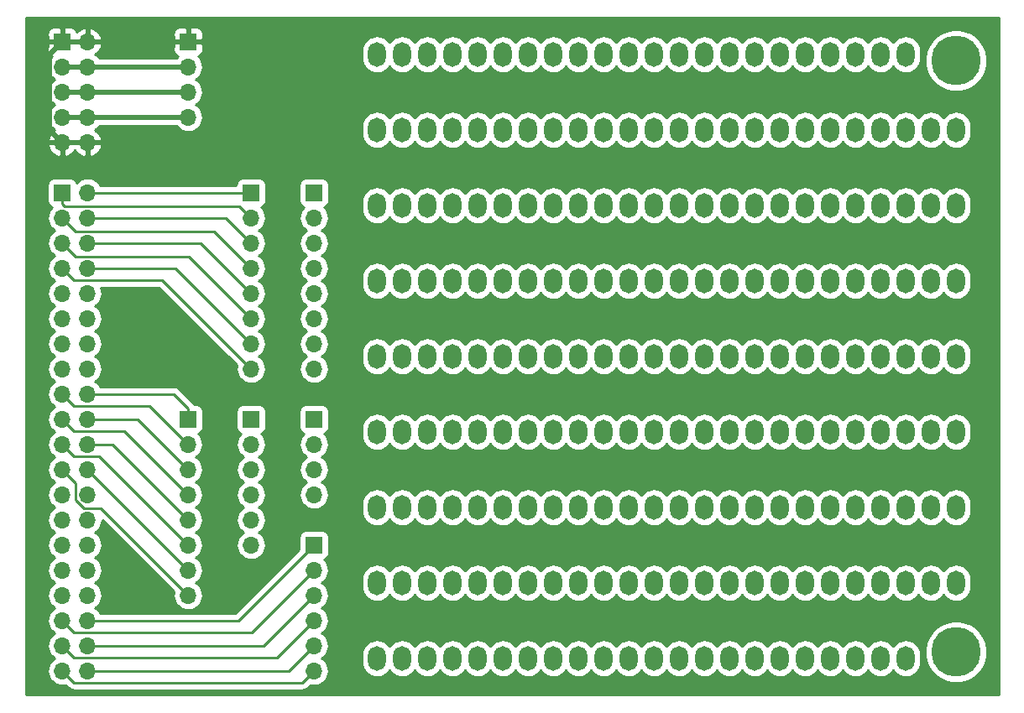
<source format=gbr>
G04 #@! TF.GenerationSoftware,KiCad,Pcbnew,(5.1.4)-1*
G04 #@! TF.CreationDate,2020-01-29T19:18:41+02:00*
G04 #@! TF.ProjectId,Protoboard,50726f74-6f62-46f6-9172-642e6b696361,rev?*
G04 #@! TF.SameCoordinates,Original*
G04 #@! TF.FileFunction,Copper,L2,Bot*
G04 #@! TF.FilePolarity,Positive*
%FSLAX46Y46*%
G04 Gerber Fmt 4.6, Leading zero omitted, Abs format (unit mm)*
G04 Created by KiCad (PCBNEW (5.1.4)-1) date 2020-01-29 19:18:41*
%MOMM*%
%LPD*%
G04 APERTURE LIST*
%ADD10R,1.700000X1.700000*%
%ADD11O,1.700000X1.700000*%
%ADD12C,5.000000*%
%ADD13O,1.800000X2.500000*%
%ADD14C,0.500000*%
%ADD15C,0.250000*%
%ADD16C,0.254000*%
G04 APERTURE END LIST*
D10*
X74295000Y-74930000D03*
D11*
X76835000Y-74930000D03*
X74295000Y-77470000D03*
X76835000Y-77470000D03*
X74295000Y-80010000D03*
X76835000Y-80010000D03*
X74295000Y-82550000D03*
X76835000Y-82550000D03*
X74295000Y-85090000D03*
X76835000Y-85090000D03*
D12*
X164465000Y-136525000D03*
D13*
X161925000Y-99060000D03*
D12*
X164465000Y-76835000D03*
D13*
X154305000Y-99060000D03*
X159385000Y-99060000D03*
X156845000Y-99060000D03*
X149225000Y-99060000D03*
X151765000Y-99060000D03*
X121285000Y-99060000D03*
X116205000Y-99060000D03*
X106045000Y-99060000D03*
X164465000Y-99060000D03*
X118745000Y-99060000D03*
X108585000Y-99060000D03*
X113665000Y-99060000D03*
X111125000Y-99060000D03*
X123825000Y-99060000D03*
X126365000Y-99060000D03*
X128905000Y-99060000D03*
X131445000Y-99060000D03*
X133985000Y-99060000D03*
X136525000Y-99060000D03*
X139065000Y-99060000D03*
X141605000Y-99060000D03*
X144145000Y-99060000D03*
X146685000Y-99060000D03*
X106045000Y-106680000D03*
X108585000Y-106680000D03*
X116205000Y-106680000D03*
X118745000Y-106680000D03*
X121285000Y-106680000D03*
X123825000Y-106680000D03*
X126365000Y-106680000D03*
X128905000Y-106680000D03*
X131445000Y-106680000D03*
X133985000Y-106680000D03*
X136525000Y-106680000D03*
X139065000Y-106680000D03*
X141605000Y-106680000D03*
X144145000Y-106680000D03*
X146685000Y-106680000D03*
X149225000Y-106680000D03*
X151765000Y-106680000D03*
X154305000Y-106680000D03*
X156845000Y-106680000D03*
X159385000Y-106680000D03*
X161925000Y-106680000D03*
X164465000Y-106680000D03*
X113665000Y-114300000D03*
X111125000Y-114300000D03*
X164465000Y-114300000D03*
X161925000Y-114300000D03*
X159385000Y-114300000D03*
X156845000Y-114300000D03*
X154305000Y-114300000D03*
X151765000Y-114300000D03*
X149225000Y-114300000D03*
X111125000Y-106680000D03*
X146685000Y-114300000D03*
X141605000Y-114300000D03*
X144145000Y-114300000D03*
X136525000Y-114300000D03*
X139065000Y-114300000D03*
X131445000Y-114300000D03*
X128905000Y-114300000D03*
X126365000Y-114300000D03*
X123825000Y-114300000D03*
X121285000Y-114300000D03*
X108585000Y-114300000D03*
X106045000Y-114300000D03*
X113665000Y-106680000D03*
X116205000Y-114300000D03*
X118745000Y-114300000D03*
X133985000Y-114300000D03*
X154305000Y-76200000D03*
X159385000Y-76200000D03*
X156845000Y-76200000D03*
X149225000Y-76200000D03*
X151765000Y-76200000D03*
X121285000Y-76200000D03*
X116205000Y-76200000D03*
X106045000Y-76200000D03*
X118745000Y-76200000D03*
X108585000Y-76200000D03*
X113665000Y-76200000D03*
X111125000Y-76200000D03*
X123825000Y-76200000D03*
X126365000Y-76200000D03*
X128905000Y-76200000D03*
X131445000Y-76200000D03*
X133985000Y-76200000D03*
X136525000Y-76200000D03*
X139065000Y-76200000D03*
X141605000Y-76200000D03*
X144145000Y-76200000D03*
X146685000Y-76200000D03*
X106045000Y-83820000D03*
X108585000Y-83820000D03*
X116205000Y-83820000D03*
X118745000Y-83820000D03*
X121285000Y-83820000D03*
X123825000Y-83820000D03*
X126365000Y-83820000D03*
X128905000Y-83820000D03*
X131445000Y-83820000D03*
X133985000Y-83820000D03*
X136525000Y-83820000D03*
X139065000Y-83820000D03*
X141605000Y-83820000D03*
X144145000Y-83820000D03*
X146685000Y-83820000D03*
X149225000Y-83820000D03*
X151765000Y-83820000D03*
X154305000Y-83820000D03*
X156845000Y-83820000D03*
X159385000Y-83820000D03*
X161925000Y-83820000D03*
X164465000Y-83820000D03*
X113665000Y-91440000D03*
X111125000Y-91440000D03*
X164465000Y-91440000D03*
X161925000Y-91440000D03*
X159385000Y-91440000D03*
X156845000Y-91440000D03*
X154305000Y-91440000D03*
X151765000Y-91440000D03*
X149225000Y-91440000D03*
X111125000Y-83820000D03*
X146685000Y-91440000D03*
X141605000Y-91440000D03*
X144145000Y-91440000D03*
X136525000Y-91440000D03*
X139065000Y-91440000D03*
X131445000Y-91440000D03*
X128905000Y-91440000D03*
X126365000Y-91440000D03*
X123825000Y-91440000D03*
X121285000Y-91440000D03*
X108585000Y-91440000D03*
X106045000Y-91440000D03*
X113665000Y-83820000D03*
X116205000Y-91440000D03*
X118745000Y-91440000D03*
X133985000Y-91440000D03*
X106045000Y-121920000D03*
X108585000Y-121920000D03*
X116205000Y-121920000D03*
X118745000Y-121920000D03*
X121285000Y-121920000D03*
X123825000Y-121920000D03*
X126365000Y-121920000D03*
X128905000Y-121920000D03*
X131445000Y-121920000D03*
X133985000Y-121920000D03*
X136525000Y-121920000D03*
X139065000Y-121920000D03*
X141605000Y-121920000D03*
X144145000Y-121920000D03*
X146685000Y-121920000D03*
X149225000Y-121920000D03*
X151765000Y-121920000D03*
X154305000Y-121920000D03*
X156845000Y-121920000D03*
X159385000Y-121920000D03*
X161925000Y-121920000D03*
X164465000Y-121920000D03*
X111125000Y-121920000D03*
X113665000Y-121920000D03*
X106045000Y-137160000D03*
X108585000Y-137160000D03*
X116205000Y-137160000D03*
X118745000Y-137160000D03*
X121285000Y-137160000D03*
X123825000Y-137160000D03*
X126365000Y-137160000D03*
X128905000Y-137160000D03*
X131445000Y-137160000D03*
X133985000Y-137160000D03*
X136525000Y-137160000D03*
X139065000Y-137160000D03*
X141605000Y-137160000D03*
X144145000Y-137160000D03*
X146685000Y-137160000D03*
X149225000Y-137160000D03*
X151765000Y-137160000D03*
X154305000Y-137160000D03*
X156845000Y-137160000D03*
X159385000Y-137160000D03*
X111125000Y-137160000D03*
X113665000Y-137160000D03*
X164465000Y-129540000D03*
X161925000Y-129540000D03*
X159385000Y-129540000D03*
X156845000Y-129540000D03*
X154305000Y-129540000D03*
X151765000Y-129540000D03*
X149225000Y-129540000D03*
X146685000Y-129540000D03*
X144145000Y-129540000D03*
X141605000Y-129540000D03*
X139065000Y-129540000D03*
X136525000Y-129540000D03*
X133985000Y-129540000D03*
X131445000Y-129540000D03*
X128905000Y-129540000D03*
X126365000Y-129540000D03*
X123825000Y-129540000D03*
X121285000Y-129540000D03*
X118745000Y-129540000D03*
X116205000Y-129540000D03*
X108585000Y-129540000D03*
X111125000Y-129540000D03*
X106045000Y-129540000D03*
X113665000Y-129540000D03*
D10*
X74295000Y-90170000D03*
D11*
X76835000Y-90170000D03*
X74295000Y-92710000D03*
X76835000Y-92710000D03*
X74295000Y-95250000D03*
X76835000Y-95250000D03*
X74295000Y-97790000D03*
X76835000Y-97790000D03*
X74295000Y-100330000D03*
X76835000Y-100330000D03*
X74295000Y-102870000D03*
X76835000Y-102870000D03*
X74295000Y-105410000D03*
X76835000Y-105410000D03*
X74295000Y-107950000D03*
X76835000Y-107950000D03*
X74295000Y-110490000D03*
X76835000Y-110490000D03*
X74295000Y-113030000D03*
X76835000Y-113030000D03*
X74295000Y-115570000D03*
X76835000Y-115570000D03*
X74295000Y-118110000D03*
X76835000Y-118110000D03*
X74295000Y-120650000D03*
X76835000Y-120650000D03*
X74295000Y-123190000D03*
X76835000Y-123190000D03*
X74295000Y-125730000D03*
X76835000Y-125730000D03*
X74295000Y-128270000D03*
X76835000Y-128270000D03*
X74295000Y-130810000D03*
X76835000Y-130810000D03*
X74295000Y-133350000D03*
X76835000Y-133350000D03*
X74295000Y-135890000D03*
X76835000Y-135890000D03*
X74295000Y-138430000D03*
X76835000Y-138430000D03*
D10*
X86995000Y-74930000D03*
D11*
X86995000Y-77470000D03*
X86995000Y-80010000D03*
X86995000Y-82550000D03*
D10*
X93345000Y-90170000D03*
D11*
X93345000Y-92710000D03*
X93345000Y-95250000D03*
X93345000Y-97790000D03*
X93345000Y-100330000D03*
X93345000Y-102870000D03*
X93345000Y-105410000D03*
X93345000Y-107950000D03*
X99695000Y-107950000D03*
X99695000Y-105410000D03*
X99695000Y-102870000D03*
X99695000Y-100330000D03*
X99695000Y-97790000D03*
X99695000Y-95250000D03*
X99695000Y-92710000D03*
D10*
X99695000Y-90170000D03*
X86995000Y-113030000D03*
D11*
X86995000Y-115570000D03*
X86995000Y-118110000D03*
X86995000Y-120650000D03*
X86995000Y-123190000D03*
X86995000Y-125730000D03*
X86995000Y-128270000D03*
X86995000Y-130810000D03*
D10*
X93345000Y-113030000D03*
D11*
X93345000Y-115570000D03*
X93345000Y-118110000D03*
X93345000Y-120650000D03*
X93345000Y-123190000D03*
X93345000Y-125730000D03*
X99695000Y-120650000D03*
X99695000Y-118110000D03*
X99695000Y-115570000D03*
D10*
X99695000Y-113030000D03*
D11*
X99695000Y-138430000D03*
X99695000Y-135890000D03*
X99695000Y-133350000D03*
X99695000Y-130810000D03*
X99695000Y-128270000D03*
D10*
X99695000Y-125730000D03*
D14*
X74295000Y-74930000D02*
X76835000Y-74930000D01*
X76835000Y-74930000D02*
X86995000Y-74930000D01*
X76835000Y-85090000D02*
X74295000Y-85090000D01*
X73445001Y-84240001D02*
X74295000Y-85090000D01*
X72994999Y-83789999D02*
X73445001Y-84240001D01*
X72994999Y-76230001D02*
X72994999Y-83789999D01*
X74295000Y-74930000D02*
X72994999Y-76230001D01*
X86995000Y-77470000D02*
X76835000Y-77470000D01*
X76835000Y-77470000D02*
X74295000Y-77470000D01*
X86995000Y-80010000D02*
X76835000Y-80010000D01*
X76835000Y-80010000D02*
X74295000Y-80010000D01*
X74295000Y-82550000D02*
X76835000Y-82550000D01*
X76835000Y-82550000D02*
X86995000Y-82550000D01*
D15*
X92495001Y-91860001D02*
X93345000Y-92710000D01*
X92169999Y-91534999D02*
X92495001Y-91860001D01*
X74559999Y-91534999D02*
X92169999Y-91534999D01*
X74295000Y-91270000D02*
X74559999Y-91534999D01*
X74295000Y-90170000D02*
X74295000Y-91270000D01*
X76835000Y-90170000D02*
X93345000Y-90170000D01*
X92495001Y-96940001D02*
X93345000Y-97790000D01*
X89629999Y-94074999D02*
X92495001Y-96940001D01*
X75659999Y-94074999D02*
X89629999Y-94074999D01*
X74295000Y-92710000D02*
X75659999Y-94074999D01*
X90805000Y-92710000D02*
X93345000Y-95250000D01*
X76835000Y-92710000D02*
X90805000Y-92710000D01*
X92495001Y-102020001D02*
X93345000Y-102870000D01*
X87089999Y-96614999D02*
X92495001Y-102020001D01*
X75659999Y-96614999D02*
X87089999Y-96614999D01*
X74295000Y-95250000D02*
X75659999Y-96614999D01*
X88265000Y-95250000D02*
X93345000Y-100330000D01*
X76835000Y-95250000D02*
X88265000Y-95250000D01*
X92495001Y-107100001D02*
X93345000Y-107950000D01*
X84360001Y-98965001D02*
X92495001Y-107100001D01*
X75470001Y-98965001D02*
X84360001Y-98965001D01*
X74295000Y-97790000D02*
X75470001Y-98965001D01*
X85725000Y-97790000D02*
X93345000Y-105410000D01*
X76835000Y-97790000D02*
X85725000Y-97790000D01*
X86145001Y-114720001D02*
X86995000Y-115570000D01*
X83090001Y-111665001D02*
X86145001Y-114720001D01*
X75470001Y-111665001D02*
X83090001Y-111665001D01*
X74295000Y-110490000D02*
X75470001Y-111665001D01*
X86995000Y-111930000D02*
X86995000Y-113030000D01*
X85555000Y-110490000D02*
X86995000Y-111930000D01*
X76835000Y-110490000D02*
X85555000Y-110490000D01*
X86145001Y-119800001D02*
X86995000Y-120650000D01*
X80550001Y-114205001D02*
X86145001Y-119800001D01*
X75470001Y-114205001D02*
X80550001Y-114205001D01*
X74295000Y-113030000D02*
X75470001Y-114205001D01*
X81915000Y-113030000D02*
X86995000Y-118110000D01*
X76835000Y-113030000D02*
X81915000Y-113030000D01*
X86145001Y-124880001D02*
X86995000Y-125730000D01*
X78010001Y-116745001D02*
X86145001Y-124880001D01*
X75470001Y-116745001D02*
X78010001Y-116745001D01*
X74295000Y-115570000D02*
X75470001Y-116745001D01*
X79375000Y-115570000D02*
X86995000Y-123190000D01*
X76835000Y-115570000D02*
X79375000Y-115570000D01*
X86145001Y-129960001D02*
X86995000Y-130810000D01*
X78199999Y-122014999D02*
X86145001Y-129960001D01*
X76460997Y-122014999D02*
X78199999Y-122014999D01*
X75659999Y-121214001D02*
X76460997Y-122014999D01*
X75659999Y-119474999D02*
X75659999Y-121214001D01*
X74295000Y-118110000D02*
X75659999Y-119474999D01*
X77684999Y-118959999D02*
X86995000Y-128270000D01*
X76835000Y-118110000D02*
X77684999Y-118959999D01*
X98845001Y-129119999D02*
X99695000Y-128270000D01*
X93439999Y-134525001D02*
X98845001Y-129119999D01*
X75470001Y-134525001D02*
X93439999Y-134525001D01*
X74295000Y-133350000D02*
X75470001Y-134525001D01*
X92075000Y-133350000D02*
X99695000Y-125730000D01*
X76835000Y-133350000D02*
X92075000Y-133350000D01*
X98845001Y-134199999D02*
X99695000Y-133350000D01*
X95979999Y-137065001D02*
X98845001Y-134199999D01*
X75470001Y-137065001D02*
X95979999Y-137065001D01*
X74295000Y-135890000D02*
X75470001Y-137065001D01*
X98845001Y-131659999D02*
X99695000Y-130810000D01*
X94615000Y-135890000D02*
X98845001Y-131659999D01*
X76835000Y-135890000D02*
X94615000Y-135890000D01*
X98845001Y-139279999D02*
X99695000Y-138430000D01*
X98519999Y-139605001D02*
X98845001Y-139279999D01*
X75470001Y-139605001D02*
X98519999Y-139605001D01*
X74295000Y-138430000D02*
X75470001Y-139605001D01*
X97155000Y-138430000D02*
X99695000Y-135890000D01*
X76835000Y-138430000D02*
X97155000Y-138430000D01*
D16*
G36*
X168783000Y-140843000D02*
G01*
X70612000Y-140843000D01*
X70612000Y-92710000D01*
X72802815Y-92710000D01*
X72831487Y-93001111D01*
X72916401Y-93281034D01*
X73054294Y-93539014D01*
X73239866Y-93765134D01*
X73465986Y-93950706D01*
X73520791Y-93980000D01*
X73465986Y-94009294D01*
X73239866Y-94194866D01*
X73054294Y-94420986D01*
X72916401Y-94678966D01*
X72831487Y-94958889D01*
X72802815Y-95250000D01*
X72831487Y-95541111D01*
X72916401Y-95821034D01*
X73054294Y-96079014D01*
X73239866Y-96305134D01*
X73465986Y-96490706D01*
X73520791Y-96520000D01*
X73465986Y-96549294D01*
X73239866Y-96734866D01*
X73054294Y-96960986D01*
X72916401Y-97218966D01*
X72831487Y-97498889D01*
X72802815Y-97790000D01*
X72831487Y-98081111D01*
X72916401Y-98361034D01*
X73054294Y-98619014D01*
X73239866Y-98845134D01*
X73465986Y-99030706D01*
X73520791Y-99060000D01*
X73465986Y-99089294D01*
X73239866Y-99274866D01*
X73054294Y-99500986D01*
X72916401Y-99758966D01*
X72831487Y-100038889D01*
X72802815Y-100330000D01*
X72831487Y-100621111D01*
X72916401Y-100901034D01*
X73054294Y-101159014D01*
X73239866Y-101385134D01*
X73465986Y-101570706D01*
X73520791Y-101600000D01*
X73465986Y-101629294D01*
X73239866Y-101814866D01*
X73054294Y-102040986D01*
X72916401Y-102298966D01*
X72831487Y-102578889D01*
X72802815Y-102870000D01*
X72831487Y-103161111D01*
X72916401Y-103441034D01*
X73054294Y-103699014D01*
X73239866Y-103925134D01*
X73465986Y-104110706D01*
X73520791Y-104140000D01*
X73465986Y-104169294D01*
X73239866Y-104354866D01*
X73054294Y-104580986D01*
X72916401Y-104838966D01*
X72831487Y-105118889D01*
X72802815Y-105410000D01*
X72831487Y-105701111D01*
X72916401Y-105981034D01*
X73054294Y-106239014D01*
X73239866Y-106465134D01*
X73465986Y-106650706D01*
X73520791Y-106680000D01*
X73465986Y-106709294D01*
X73239866Y-106894866D01*
X73054294Y-107120986D01*
X72916401Y-107378966D01*
X72831487Y-107658889D01*
X72802815Y-107950000D01*
X72831487Y-108241111D01*
X72916401Y-108521034D01*
X73054294Y-108779014D01*
X73239866Y-109005134D01*
X73465986Y-109190706D01*
X73520791Y-109220000D01*
X73465986Y-109249294D01*
X73239866Y-109434866D01*
X73054294Y-109660986D01*
X72916401Y-109918966D01*
X72831487Y-110198889D01*
X72802815Y-110490000D01*
X72831487Y-110781111D01*
X72916401Y-111061034D01*
X73054294Y-111319014D01*
X73239866Y-111545134D01*
X73465986Y-111730706D01*
X73520791Y-111760000D01*
X73465986Y-111789294D01*
X73239866Y-111974866D01*
X73054294Y-112200986D01*
X72916401Y-112458966D01*
X72831487Y-112738889D01*
X72802815Y-113030000D01*
X72831487Y-113321111D01*
X72916401Y-113601034D01*
X73054294Y-113859014D01*
X73239866Y-114085134D01*
X73465986Y-114270706D01*
X73520791Y-114300000D01*
X73465986Y-114329294D01*
X73239866Y-114514866D01*
X73054294Y-114740986D01*
X72916401Y-114998966D01*
X72831487Y-115278889D01*
X72802815Y-115570000D01*
X72831487Y-115861111D01*
X72916401Y-116141034D01*
X73054294Y-116399014D01*
X73239866Y-116625134D01*
X73465986Y-116810706D01*
X73520791Y-116840000D01*
X73465986Y-116869294D01*
X73239866Y-117054866D01*
X73054294Y-117280986D01*
X72916401Y-117538966D01*
X72831487Y-117818889D01*
X72802815Y-118110000D01*
X72831487Y-118401111D01*
X72916401Y-118681034D01*
X73054294Y-118939014D01*
X73239866Y-119165134D01*
X73465986Y-119350706D01*
X73520791Y-119380000D01*
X73465986Y-119409294D01*
X73239866Y-119594866D01*
X73054294Y-119820986D01*
X72916401Y-120078966D01*
X72831487Y-120358889D01*
X72802815Y-120650000D01*
X72831487Y-120941111D01*
X72916401Y-121221034D01*
X73054294Y-121479014D01*
X73239866Y-121705134D01*
X73465986Y-121890706D01*
X73520791Y-121920000D01*
X73465986Y-121949294D01*
X73239866Y-122134866D01*
X73054294Y-122360986D01*
X72916401Y-122618966D01*
X72831487Y-122898889D01*
X72802815Y-123190000D01*
X72831487Y-123481111D01*
X72916401Y-123761034D01*
X73054294Y-124019014D01*
X73239866Y-124245134D01*
X73465986Y-124430706D01*
X73520791Y-124460000D01*
X73465986Y-124489294D01*
X73239866Y-124674866D01*
X73054294Y-124900986D01*
X72916401Y-125158966D01*
X72831487Y-125438889D01*
X72802815Y-125730000D01*
X72831487Y-126021111D01*
X72916401Y-126301034D01*
X73054294Y-126559014D01*
X73239866Y-126785134D01*
X73465986Y-126970706D01*
X73520791Y-127000000D01*
X73465986Y-127029294D01*
X73239866Y-127214866D01*
X73054294Y-127440986D01*
X72916401Y-127698966D01*
X72831487Y-127978889D01*
X72802815Y-128270000D01*
X72831487Y-128561111D01*
X72916401Y-128841034D01*
X73054294Y-129099014D01*
X73239866Y-129325134D01*
X73465986Y-129510706D01*
X73520791Y-129540000D01*
X73465986Y-129569294D01*
X73239866Y-129754866D01*
X73054294Y-129980986D01*
X72916401Y-130238966D01*
X72831487Y-130518889D01*
X72802815Y-130810000D01*
X72831487Y-131101111D01*
X72916401Y-131381034D01*
X73054294Y-131639014D01*
X73239866Y-131865134D01*
X73465986Y-132050706D01*
X73520791Y-132080000D01*
X73465986Y-132109294D01*
X73239866Y-132294866D01*
X73054294Y-132520986D01*
X72916401Y-132778966D01*
X72831487Y-133058889D01*
X72802815Y-133350000D01*
X72831487Y-133641111D01*
X72916401Y-133921034D01*
X73054294Y-134179014D01*
X73239866Y-134405134D01*
X73465986Y-134590706D01*
X73520791Y-134620000D01*
X73465986Y-134649294D01*
X73239866Y-134834866D01*
X73054294Y-135060986D01*
X72916401Y-135318966D01*
X72831487Y-135598889D01*
X72802815Y-135890000D01*
X72831487Y-136181111D01*
X72916401Y-136461034D01*
X73054294Y-136719014D01*
X73239866Y-136945134D01*
X73465986Y-137130706D01*
X73520791Y-137160000D01*
X73465986Y-137189294D01*
X73239866Y-137374866D01*
X73054294Y-137600986D01*
X72916401Y-137858966D01*
X72831487Y-138138889D01*
X72802815Y-138430000D01*
X72831487Y-138721111D01*
X72916401Y-139001034D01*
X73054294Y-139259014D01*
X73239866Y-139485134D01*
X73465986Y-139670706D01*
X73723966Y-139808599D01*
X74003889Y-139893513D01*
X74222050Y-139915000D01*
X74367950Y-139915000D01*
X74586111Y-139893513D01*
X74660995Y-139870797D01*
X74906202Y-140116004D01*
X74930000Y-140145002D01*
X75045725Y-140239975D01*
X75177754Y-140310547D01*
X75321015Y-140354004D01*
X75432668Y-140365001D01*
X75432677Y-140365001D01*
X75470000Y-140368677D01*
X75507323Y-140365001D01*
X98482677Y-140365001D01*
X98519999Y-140368677D01*
X98557321Y-140365001D01*
X98557332Y-140365001D01*
X98668985Y-140354004D01*
X98812246Y-140310547D01*
X98944275Y-140239975D01*
X99060000Y-140145002D01*
X99083803Y-140115998D01*
X99329004Y-139870797D01*
X99403889Y-139893513D01*
X99622050Y-139915000D01*
X99767950Y-139915000D01*
X99986111Y-139893513D01*
X100266034Y-139808599D01*
X100524014Y-139670706D01*
X100750134Y-139485134D01*
X100935706Y-139259014D01*
X101073599Y-139001034D01*
X101158513Y-138721111D01*
X101187185Y-138430000D01*
X101158513Y-138138889D01*
X101073599Y-137858966D01*
X100935706Y-137600986D01*
X100750134Y-137374866D01*
X100524014Y-137189294D01*
X100469209Y-137160000D01*
X100524014Y-137130706D01*
X100750134Y-136945134D01*
X100922920Y-136734593D01*
X104510000Y-136734593D01*
X104510000Y-137585408D01*
X104532210Y-137810913D01*
X104619983Y-138100261D01*
X104762519Y-138366927D01*
X104954339Y-138600661D01*
X105188074Y-138792481D01*
X105454740Y-138935017D01*
X105744088Y-139022790D01*
X106045000Y-139052427D01*
X106345913Y-139022790D01*
X106635261Y-138935017D01*
X106901927Y-138792481D01*
X107135661Y-138600661D01*
X107315000Y-138382135D01*
X107494339Y-138600661D01*
X107728074Y-138792481D01*
X107994740Y-138935017D01*
X108284088Y-139022790D01*
X108585000Y-139052427D01*
X108885913Y-139022790D01*
X109175261Y-138935017D01*
X109441927Y-138792481D01*
X109675661Y-138600661D01*
X109855000Y-138382135D01*
X110034339Y-138600661D01*
X110268074Y-138792481D01*
X110534740Y-138935017D01*
X110824088Y-139022790D01*
X111125000Y-139052427D01*
X111425913Y-139022790D01*
X111715261Y-138935017D01*
X111981927Y-138792481D01*
X112215661Y-138600661D01*
X112395000Y-138382135D01*
X112574339Y-138600661D01*
X112808074Y-138792481D01*
X113074740Y-138935017D01*
X113364088Y-139022790D01*
X113665000Y-139052427D01*
X113965913Y-139022790D01*
X114255261Y-138935017D01*
X114521927Y-138792481D01*
X114755661Y-138600661D01*
X114935000Y-138382135D01*
X115114339Y-138600661D01*
X115348074Y-138792481D01*
X115614740Y-138935017D01*
X115904088Y-139022790D01*
X116205000Y-139052427D01*
X116505913Y-139022790D01*
X116795261Y-138935017D01*
X117061927Y-138792481D01*
X117295661Y-138600661D01*
X117475000Y-138382135D01*
X117654339Y-138600661D01*
X117888074Y-138792481D01*
X118154740Y-138935017D01*
X118444088Y-139022790D01*
X118745000Y-139052427D01*
X119045913Y-139022790D01*
X119335261Y-138935017D01*
X119601927Y-138792481D01*
X119835661Y-138600661D01*
X120015000Y-138382135D01*
X120194339Y-138600661D01*
X120428074Y-138792481D01*
X120694740Y-138935017D01*
X120984088Y-139022790D01*
X121285000Y-139052427D01*
X121585913Y-139022790D01*
X121875261Y-138935017D01*
X122141927Y-138792481D01*
X122375661Y-138600661D01*
X122555000Y-138382135D01*
X122734339Y-138600661D01*
X122968074Y-138792481D01*
X123234740Y-138935017D01*
X123524088Y-139022790D01*
X123825000Y-139052427D01*
X124125913Y-139022790D01*
X124415261Y-138935017D01*
X124681927Y-138792481D01*
X124915661Y-138600661D01*
X125095000Y-138382135D01*
X125274339Y-138600661D01*
X125508074Y-138792481D01*
X125774740Y-138935017D01*
X126064088Y-139022790D01*
X126365000Y-139052427D01*
X126665913Y-139022790D01*
X126955261Y-138935017D01*
X127221927Y-138792481D01*
X127455661Y-138600661D01*
X127635000Y-138382135D01*
X127814339Y-138600661D01*
X128048074Y-138792481D01*
X128314740Y-138935017D01*
X128604088Y-139022790D01*
X128905000Y-139052427D01*
X129205913Y-139022790D01*
X129495261Y-138935017D01*
X129761927Y-138792481D01*
X129995661Y-138600661D01*
X130175000Y-138382135D01*
X130354339Y-138600661D01*
X130588074Y-138792481D01*
X130854740Y-138935017D01*
X131144088Y-139022790D01*
X131445000Y-139052427D01*
X131745913Y-139022790D01*
X132035261Y-138935017D01*
X132301927Y-138792481D01*
X132535661Y-138600661D01*
X132715000Y-138382135D01*
X132894339Y-138600661D01*
X133128074Y-138792481D01*
X133394740Y-138935017D01*
X133684088Y-139022790D01*
X133985000Y-139052427D01*
X134285913Y-139022790D01*
X134575261Y-138935017D01*
X134841927Y-138792481D01*
X135075661Y-138600661D01*
X135255000Y-138382135D01*
X135434339Y-138600661D01*
X135668074Y-138792481D01*
X135934740Y-138935017D01*
X136224088Y-139022790D01*
X136525000Y-139052427D01*
X136825913Y-139022790D01*
X137115261Y-138935017D01*
X137381927Y-138792481D01*
X137615661Y-138600661D01*
X137795000Y-138382135D01*
X137974339Y-138600661D01*
X138208074Y-138792481D01*
X138474740Y-138935017D01*
X138764088Y-139022790D01*
X139065000Y-139052427D01*
X139365913Y-139022790D01*
X139655261Y-138935017D01*
X139921927Y-138792481D01*
X140155661Y-138600661D01*
X140335000Y-138382135D01*
X140514339Y-138600661D01*
X140748074Y-138792481D01*
X141014740Y-138935017D01*
X141304088Y-139022790D01*
X141605000Y-139052427D01*
X141905913Y-139022790D01*
X142195261Y-138935017D01*
X142461927Y-138792481D01*
X142695661Y-138600661D01*
X142875000Y-138382135D01*
X143054339Y-138600661D01*
X143288074Y-138792481D01*
X143554740Y-138935017D01*
X143844088Y-139022790D01*
X144145000Y-139052427D01*
X144445913Y-139022790D01*
X144735261Y-138935017D01*
X145001927Y-138792481D01*
X145235661Y-138600661D01*
X145415000Y-138382135D01*
X145594339Y-138600661D01*
X145828074Y-138792481D01*
X146094740Y-138935017D01*
X146384088Y-139022790D01*
X146685000Y-139052427D01*
X146985913Y-139022790D01*
X147275261Y-138935017D01*
X147541927Y-138792481D01*
X147775661Y-138600661D01*
X147955000Y-138382135D01*
X148134339Y-138600661D01*
X148368074Y-138792481D01*
X148634740Y-138935017D01*
X148924088Y-139022790D01*
X149225000Y-139052427D01*
X149525913Y-139022790D01*
X149815261Y-138935017D01*
X150081927Y-138792481D01*
X150315661Y-138600661D01*
X150495000Y-138382135D01*
X150674339Y-138600661D01*
X150908074Y-138792481D01*
X151174740Y-138935017D01*
X151464088Y-139022790D01*
X151765000Y-139052427D01*
X152065913Y-139022790D01*
X152355261Y-138935017D01*
X152621927Y-138792481D01*
X152855661Y-138600661D01*
X153035000Y-138382135D01*
X153214339Y-138600661D01*
X153448074Y-138792481D01*
X153714740Y-138935017D01*
X154004088Y-139022790D01*
X154305000Y-139052427D01*
X154605913Y-139022790D01*
X154895261Y-138935017D01*
X155161927Y-138792481D01*
X155395661Y-138600661D01*
X155575000Y-138382135D01*
X155754339Y-138600661D01*
X155988074Y-138792481D01*
X156254740Y-138935017D01*
X156544088Y-139022790D01*
X156845000Y-139052427D01*
X157145913Y-139022790D01*
X157435261Y-138935017D01*
X157701927Y-138792481D01*
X157935661Y-138600661D01*
X158115000Y-138382135D01*
X158294339Y-138600661D01*
X158528074Y-138792481D01*
X158794740Y-138935017D01*
X159084088Y-139022790D01*
X159385000Y-139052427D01*
X159685913Y-139022790D01*
X159975261Y-138935017D01*
X160241927Y-138792481D01*
X160475661Y-138600661D01*
X160667481Y-138366927D01*
X160810017Y-138100261D01*
X160897790Y-137810912D01*
X160920000Y-137585407D01*
X160920000Y-136734592D01*
X160897790Y-136509087D01*
X160810017Y-136219739D01*
X160808141Y-136216229D01*
X161330000Y-136216229D01*
X161330000Y-136833771D01*
X161450476Y-137439446D01*
X161686799Y-138009979D01*
X162029886Y-138523446D01*
X162466554Y-138960114D01*
X162980021Y-139303201D01*
X163550554Y-139539524D01*
X164156229Y-139660000D01*
X164773771Y-139660000D01*
X165379446Y-139539524D01*
X165949979Y-139303201D01*
X166463446Y-138960114D01*
X166900114Y-138523446D01*
X167243201Y-138009979D01*
X167479524Y-137439446D01*
X167600000Y-136833771D01*
X167600000Y-136216229D01*
X167479524Y-135610554D01*
X167243201Y-135040021D01*
X166900114Y-134526554D01*
X166463446Y-134089886D01*
X165949979Y-133746799D01*
X165379446Y-133510476D01*
X164773771Y-133390000D01*
X164156229Y-133390000D01*
X163550554Y-133510476D01*
X162980021Y-133746799D01*
X162466554Y-134089886D01*
X162029886Y-134526554D01*
X161686799Y-135040021D01*
X161450476Y-135610554D01*
X161330000Y-136216229D01*
X160808141Y-136216229D01*
X160667481Y-135953073D01*
X160475661Y-135719339D01*
X160241926Y-135527519D01*
X159975260Y-135384983D01*
X159685912Y-135297210D01*
X159385000Y-135267573D01*
X159084087Y-135297210D01*
X158794739Y-135384983D01*
X158528073Y-135527519D01*
X158294339Y-135719339D01*
X158115000Y-135937865D01*
X157935661Y-135719339D01*
X157701926Y-135527519D01*
X157435260Y-135384983D01*
X157145912Y-135297210D01*
X156845000Y-135267573D01*
X156544087Y-135297210D01*
X156254739Y-135384983D01*
X155988073Y-135527519D01*
X155754339Y-135719339D01*
X155575000Y-135937865D01*
X155395661Y-135719339D01*
X155161926Y-135527519D01*
X154895260Y-135384983D01*
X154605912Y-135297210D01*
X154305000Y-135267573D01*
X154004087Y-135297210D01*
X153714739Y-135384983D01*
X153448073Y-135527519D01*
X153214339Y-135719339D01*
X153035000Y-135937865D01*
X152855661Y-135719339D01*
X152621926Y-135527519D01*
X152355260Y-135384983D01*
X152065912Y-135297210D01*
X151765000Y-135267573D01*
X151464087Y-135297210D01*
X151174739Y-135384983D01*
X150908073Y-135527519D01*
X150674339Y-135719339D01*
X150495000Y-135937865D01*
X150315661Y-135719339D01*
X150081926Y-135527519D01*
X149815260Y-135384983D01*
X149525912Y-135297210D01*
X149225000Y-135267573D01*
X148924087Y-135297210D01*
X148634739Y-135384983D01*
X148368073Y-135527519D01*
X148134339Y-135719339D01*
X147955000Y-135937865D01*
X147775661Y-135719339D01*
X147541926Y-135527519D01*
X147275260Y-135384983D01*
X146985912Y-135297210D01*
X146685000Y-135267573D01*
X146384087Y-135297210D01*
X146094739Y-135384983D01*
X145828073Y-135527519D01*
X145594339Y-135719339D01*
X145415000Y-135937865D01*
X145235661Y-135719339D01*
X145001926Y-135527519D01*
X144735260Y-135384983D01*
X144445912Y-135297210D01*
X144145000Y-135267573D01*
X143844087Y-135297210D01*
X143554739Y-135384983D01*
X143288073Y-135527519D01*
X143054339Y-135719339D01*
X142875000Y-135937865D01*
X142695661Y-135719339D01*
X142461926Y-135527519D01*
X142195260Y-135384983D01*
X141905912Y-135297210D01*
X141605000Y-135267573D01*
X141304087Y-135297210D01*
X141014739Y-135384983D01*
X140748073Y-135527519D01*
X140514339Y-135719339D01*
X140335000Y-135937865D01*
X140155661Y-135719339D01*
X139921926Y-135527519D01*
X139655260Y-135384983D01*
X139365912Y-135297210D01*
X139065000Y-135267573D01*
X138764087Y-135297210D01*
X138474739Y-135384983D01*
X138208073Y-135527519D01*
X137974339Y-135719339D01*
X137795000Y-135937865D01*
X137615661Y-135719339D01*
X137381926Y-135527519D01*
X137115260Y-135384983D01*
X136825912Y-135297210D01*
X136525000Y-135267573D01*
X136224087Y-135297210D01*
X135934739Y-135384983D01*
X135668073Y-135527519D01*
X135434339Y-135719339D01*
X135255000Y-135937865D01*
X135075661Y-135719339D01*
X134841926Y-135527519D01*
X134575260Y-135384983D01*
X134285912Y-135297210D01*
X133985000Y-135267573D01*
X133684087Y-135297210D01*
X133394739Y-135384983D01*
X133128073Y-135527519D01*
X132894339Y-135719339D01*
X132715000Y-135937865D01*
X132535661Y-135719339D01*
X132301926Y-135527519D01*
X132035260Y-135384983D01*
X131745912Y-135297210D01*
X131445000Y-135267573D01*
X131144087Y-135297210D01*
X130854739Y-135384983D01*
X130588073Y-135527519D01*
X130354339Y-135719339D01*
X130175000Y-135937865D01*
X129995661Y-135719339D01*
X129761926Y-135527519D01*
X129495260Y-135384983D01*
X129205912Y-135297210D01*
X128905000Y-135267573D01*
X128604087Y-135297210D01*
X128314739Y-135384983D01*
X128048073Y-135527519D01*
X127814339Y-135719339D01*
X127635000Y-135937865D01*
X127455661Y-135719339D01*
X127221926Y-135527519D01*
X126955260Y-135384983D01*
X126665912Y-135297210D01*
X126365000Y-135267573D01*
X126064087Y-135297210D01*
X125774739Y-135384983D01*
X125508073Y-135527519D01*
X125274339Y-135719339D01*
X125095000Y-135937865D01*
X124915661Y-135719339D01*
X124681926Y-135527519D01*
X124415260Y-135384983D01*
X124125912Y-135297210D01*
X123825000Y-135267573D01*
X123524087Y-135297210D01*
X123234739Y-135384983D01*
X122968073Y-135527519D01*
X122734339Y-135719339D01*
X122555000Y-135937865D01*
X122375661Y-135719339D01*
X122141926Y-135527519D01*
X121875260Y-135384983D01*
X121585912Y-135297210D01*
X121285000Y-135267573D01*
X120984087Y-135297210D01*
X120694739Y-135384983D01*
X120428073Y-135527519D01*
X120194339Y-135719339D01*
X120015000Y-135937865D01*
X119835661Y-135719339D01*
X119601926Y-135527519D01*
X119335260Y-135384983D01*
X119045912Y-135297210D01*
X118745000Y-135267573D01*
X118444087Y-135297210D01*
X118154739Y-135384983D01*
X117888073Y-135527519D01*
X117654339Y-135719339D01*
X117475000Y-135937865D01*
X117295661Y-135719339D01*
X117061926Y-135527519D01*
X116795260Y-135384983D01*
X116505912Y-135297210D01*
X116205000Y-135267573D01*
X115904087Y-135297210D01*
X115614739Y-135384983D01*
X115348073Y-135527519D01*
X115114339Y-135719339D01*
X114935000Y-135937865D01*
X114755661Y-135719339D01*
X114521926Y-135527519D01*
X114255260Y-135384983D01*
X113965912Y-135297210D01*
X113665000Y-135267573D01*
X113364087Y-135297210D01*
X113074739Y-135384983D01*
X112808073Y-135527519D01*
X112574339Y-135719339D01*
X112395000Y-135937865D01*
X112215661Y-135719339D01*
X111981926Y-135527519D01*
X111715260Y-135384983D01*
X111425912Y-135297210D01*
X111125000Y-135267573D01*
X110824087Y-135297210D01*
X110534739Y-135384983D01*
X110268073Y-135527519D01*
X110034339Y-135719339D01*
X109855000Y-135937865D01*
X109675661Y-135719339D01*
X109441926Y-135527519D01*
X109175260Y-135384983D01*
X108885912Y-135297210D01*
X108585000Y-135267573D01*
X108284087Y-135297210D01*
X107994739Y-135384983D01*
X107728073Y-135527519D01*
X107494339Y-135719339D01*
X107315000Y-135937865D01*
X107135661Y-135719339D01*
X106901926Y-135527519D01*
X106635260Y-135384983D01*
X106345912Y-135297210D01*
X106045000Y-135267573D01*
X105744087Y-135297210D01*
X105454739Y-135384983D01*
X105188073Y-135527519D01*
X104954339Y-135719339D01*
X104762519Y-135953074D01*
X104619983Y-136219740D01*
X104532210Y-136509088D01*
X104510000Y-136734593D01*
X100922920Y-136734593D01*
X100935706Y-136719014D01*
X101073599Y-136461034D01*
X101158513Y-136181111D01*
X101187185Y-135890000D01*
X101158513Y-135598889D01*
X101073599Y-135318966D01*
X100935706Y-135060986D01*
X100750134Y-134834866D01*
X100524014Y-134649294D01*
X100469209Y-134620000D01*
X100524014Y-134590706D01*
X100750134Y-134405134D01*
X100935706Y-134179014D01*
X101073599Y-133921034D01*
X101158513Y-133641111D01*
X101187185Y-133350000D01*
X101158513Y-133058889D01*
X101073599Y-132778966D01*
X100935706Y-132520986D01*
X100750134Y-132294866D01*
X100524014Y-132109294D01*
X100469209Y-132080000D01*
X100524014Y-132050706D01*
X100750134Y-131865134D01*
X100935706Y-131639014D01*
X101073599Y-131381034D01*
X101158513Y-131101111D01*
X101187185Y-130810000D01*
X101158513Y-130518889D01*
X101073599Y-130238966D01*
X100935706Y-129980986D01*
X100750134Y-129754866D01*
X100524014Y-129569294D01*
X100469209Y-129540000D01*
X100524014Y-129510706D01*
X100750134Y-129325134D01*
X100922920Y-129114593D01*
X104510000Y-129114593D01*
X104510000Y-129965408D01*
X104532210Y-130190913D01*
X104619983Y-130480261D01*
X104762519Y-130746927D01*
X104954339Y-130980661D01*
X105188074Y-131172481D01*
X105454740Y-131315017D01*
X105744088Y-131402790D01*
X106045000Y-131432427D01*
X106345913Y-131402790D01*
X106635261Y-131315017D01*
X106901927Y-131172481D01*
X107135661Y-130980661D01*
X107315000Y-130762135D01*
X107494339Y-130980661D01*
X107728074Y-131172481D01*
X107994740Y-131315017D01*
X108284088Y-131402790D01*
X108585000Y-131432427D01*
X108885913Y-131402790D01*
X109175261Y-131315017D01*
X109441927Y-131172481D01*
X109675661Y-130980661D01*
X109855000Y-130762135D01*
X110034339Y-130980661D01*
X110268074Y-131172481D01*
X110534740Y-131315017D01*
X110824088Y-131402790D01*
X111125000Y-131432427D01*
X111425913Y-131402790D01*
X111715261Y-131315017D01*
X111981927Y-131172481D01*
X112215661Y-130980661D01*
X112395000Y-130762135D01*
X112574339Y-130980661D01*
X112808074Y-131172481D01*
X113074740Y-131315017D01*
X113364088Y-131402790D01*
X113665000Y-131432427D01*
X113965913Y-131402790D01*
X114255261Y-131315017D01*
X114521927Y-131172481D01*
X114755661Y-130980661D01*
X114935000Y-130762135D01*
X115114339Y-130980661D01*
X115348074Y-131172481D01*
X115614740Y-131315017D01*
X115904088Y-131402790D01*
X116205000Y-131432427D01*
X116505913Y-131402790D01*
X116795261Y-131315017D01*
X117061927Y-131172481D01*
X117295661Y-130980661D01*
X117475000Y-130762135D01*
X117654339Y-130980661D01*
X117888074Y-131172481D01*
X118154740Y-131315017D01*
X118444088Y-131402790D01*
X118745000Y-131432427D01*
X119045913Y-131402790D01*
X119335261Y-131315017D01*
X119601927Y-131172481D01*
X119835661Y-130980661D01*
X120015000Y-130762135D01*
X120194339Y-130980661D01*
X120428074Y-131172481D01*
X120694740Y-131315017D01*
X120984088Y-131402790D01*
X121285000Y-131432427D01*
X121585913Y-131402790D01*
X121875261Y-131315017D01*
X122141927Y-131172481D01*
X122375661Y-130980661D01*
X122555000Y-130762135D01*
X122734339Y-130980661D01*
X122968074Y-131172481D01*
X123234740Y-131315017D01*
X123524088Y-131402790D01*
X123825000Y-131432427D01*
X124125913Y-131402790D01*
X124415261Y-131315017D01*
X124681927Y-131172481D01*
X124915661Y-130980661D01*
X125095000Y-130762135D01*
X125274339Y-130980661D01*
X125508074Y-131172481D01*
X125774740Y-131315017D01*
X126064088Y-131402790D01*
X126365000Y-131432427D01*
X126665913Y-131402790D01*
X126955261Y-131315017D01*
X127221927Y-131172481D01*
X127455661Y-130980661D01*
X127635000Y-130762135D01*
X127814339Y-130980661D01*
X128048074Y-131172481D01*
X128314740Y-131315017D01*
X128604088Y-131402790D01*
X128905000Y-131432427D01*
X129205913Y-131402790D01*
X129495261Y-131315017D01*
X129761927Y-131172481D01*
X129995661Y-130980661D01*
X130175000Y-130762135D01*
X130354339Y-130980661D01*
X130588074Y-131172481D01*
X130854740Y-131315017D01*
X131144088Y-131402790D01*
X131445000Y-131432427D01*
X131745913Y-131402790D01*
X132035261Y-131315017D01*
X132301927Y-131172481D01*
X132535661Y-130980661D01*
X132715000Y-130762135D01*
X132894339Y-130980661D01*
X133128074Y-131172481D01*
X133394740Y-131315017D01*
X133684088Y-131402790D01*
X133985000Y-131432427D01*
X134285913Y-131402790D01*
X134575261Y-131315017D01*
X134841927Y-131172481D01*
X135075661Y-130980661D01*
X135255000Y-130762135D01*
X135434339Y-130980661D01*
X135668074Y-131172481D01*
X135934740Y-131315017D01*
X136224088Y-131402790D01*
X136525000Y-131432427D01*
X136825913Y-131402790D01*
X137115261Y-131315017D01*
X137381927Y-131172481D01*
X137615661Y-130980661D01*
X137795000Y-130762135D01*
X137974339Y-130980661D01*
X138208074Y-131172481D01*
X138474740Y-131315017D01*
X138764088Y-131402790D01*
X139065000Y-131432427D01*
X139365913Y-131402790D01*
X139655261Y-131315017D01*
X139921927Y-131172481D01*
X140155661Y-130980661D01*
X140335000Y-130762135D01*
X140514339Y-130980661D01*
X140748074Y-131172481D01*
X141014740Y-131315017D01*
X141304088Y-131402790D01*
X141605000Y-131432427D01*
X141905913Y-131402790D01*
X142195261Y-131315017D01*
X142461927Y-131172481D01*
X142695661Y-130980661D01*
X142875000Y-130762135D01*
X143054339Y-130980661D01*
X143288074Y-131172481D01*
X143554740Y-131315017D01*
X143844088Y-131402790D01*
X144145000Y-131432427D01*
X144445913Y-131402790D01*
X144735261Y-131315017D01*
X145001927Y-131172481D01*
X145235661Y-130980661D01*
X145415000Y-130762135D01*
X145594339Y-130980661D01*
X145828074Y-131172481D01*
X146094740Y-131315017D01*
X146384088Y-131402790D01*
X146685000Y-131432427D01*
X146985913Y-131402790D01*
X147275261Y-131315017D01*
X147541927Y-131172481D01*
X147775661Y-130980661D01*
X147955000Y-130762135D01*
X148134339Y-130980661D01*
X148368074Y-131172481D01*
X148634740Y-131315017D01*
X148924088Y-131402790D01*
X149225000Y-131432427D01*
X149525913Y-131402790D01*
X149815261Y-131315017D01*
X150081927Y-131172481D01*
X150315661Y-130980661D01*
X150495000Y-130762135D01*
X150674339Y-130980661D01*
X150908074Y-131172481D01*
X151174740Y-131315017D01*
X151464088Y-131402790D01*
X151765000Y-131432427D01*
X152065913Y-131402790D01*
X152355261Y-131315017D01*
X152621927Y-131172481D01*
X152855661Y-130980661D01*
X153035000Y-130762135D01*
X153214339Y-130980661D01*
X153448074Y-131172481D01*
X153714740Y-131315017D01*
X154004088Y-131402790D01*
X154305000Y-131432427D01*
X154605913Y-131402790D01*
X154895261Y-131315017D01*
X155161927Y-131172481D01*
X155395661Y-130980661D01*
X155575000Y-130762135D01*
X155754339Y-130980661D01*
X155988074Y-131172481D01*
X156254740Y-131315017D01*
X156544088Y-131402790D01*
X156845000Y-131432427D01*
X157145913Y-131402790D01*
X157435261Y-131315017D01*
X157701927Y-131172481D01*
X157935661Y-130980661D01*
X158115000Y-130762135D01*
X158294339Y-130980661D01*
X158528074Y-131172481D01*
X158794740Y-131315017D01*
X159084088Y-131402790D01*
X159385000Y-131432427D01*
X159685913Y-131402790D01*
X159975261Y-131315017D01*
X160241927Y-131172481D01*
X160475661Y-130980661D01*
X160655000Y-130762135D01*
X160834339Y-130980661D01*
X161068074Y-131172481D01*
X161334740Y-131315017D01*
X161624088Y-131402790D01*
X161925000Y-131432427D01*
X162225913Y-131402790D01*
X162515261Y-131315017D01*
X162781927Y-131172481D01*
X163015661Y-130980661D01*
X163195000Y-130762135D01*
X163374339Y-130980661D01*
X163608074Y-131172481D01*
X163874740Y-131315017D01*
X164164088Y-131402790D01*
X164465000Y-131432427D01*
X164765913Y-131402790D01*
X165055261Y-131315017D01*
X165321927Y-131172481D01*
X165555661Y-130980661D01*
X165747481Y-130746927D01*
X165890017Y-130480261D01*
X165977790Y-130190912D01*
X166000000Y-129965407D01*
X166000000Y-129114592D01*
X165977790Y-128889087D01*
X165890017Y-128599739D01*
X165747481Y-128333073D01*
X165555661Y-128099339D01*
X165321926Y-127907519D01*
X165055260Y-127764983D01*
X164765912Y-127677210D01*
X164465000Y-127647573D01*
X164164087Y-127677210D01*
X163874739Y-127764983D01*
X163608073Y-127907519D01*
X163374339Y-128099339D01*
X163195000Y-128317865D01*
X163015661Y-128099339D01*
X162781926Y-127907519D01*
X162515260Y-127764983D01*
X162225912Y-127677210D01*
X161925000Y-127647573D01*
X161624087Y-127677210D01*
X161334739Y-127764983D01*
X161068073Y-127907519D01*
X160834339Y-128099339D01*
X160655000Y-128317865D01*
X160475661Y-128099339D01*
X160241926Y-127907519D01*
X159975260Y-127764983D01*
X159685912Y-127677210D01*
X159385000Y-127647573D01*
X159084087Y-127677210D01*
X158794739Y-127764983D01*
X158528073Y-127907519D01*
X158294339Y-128099339D01*
X158115000Y-128317865D01*
X157935661Y-128099339D01*
X157701926Y-127907519D01*
X157435260Y-127764983D01*
X157145912Y-127677210D01*
X156845000Y-127647573D01*
X156544087Y-127677210D01*
X156254739Y-127764983D01*
X155988073Y-127907519D01*
X155754339Y-128099339D01*
X155575000Y-128317865D01*
X155395661Y-128099339D01*
X155161926Y-127907519D01*
X154895260Y-127764983D01*
X154605912Y-127677210D01*
X154305000Y-127647573D01*
X154004087Y-127677210D01*
X153714739Y-127764983D01*
X153448073Y-127907519D01*
X153214339Y-128099339D01*
X153035000Y-128317865D01*
X152855661Y-128099339D01*
X152621926Y-127907519D01*
X152355260Y-127764983D01*
X152065912Y-127677210D01*
X151765000Y-127647573D01*
X151464087Y-127677210D01*
X151174739Y-127764983D01*
X150908073Y-127907519D01*
X150674339Y-128099339D01*
X150495000Y-128317865D01*
X150315661Y-128099339D01*
X150081926Y-127907519D01*
X149815260Y-127764983D01*
X149525912Y-127677210D01*
X149225000Y-127647573D01*
X148924087Y-127677210D01*
X148634739Y-127764983D01*
X148368073Y-127907519D01*
X148134339Y-128099339D01*
X147955000Y-128317865D01*
X147775661Y-128099339D01*
X147541926Y-127907519D01*
X147275260Y-127764983D01*
X146985912Y-127677210D01*
X146685000Y-127647573D01*
X146384087Y-127677210D01*
X146094739Y-127764983D01*
X145828073Y-127907519D01*
X145594339Y-128099339D01*
X145415000Y-128317865D01*
X145235661Y-128099339D01*
X145001926Y-127907519D01*
X144735260Y-127764983D01*
X144445912Y-127677210D01*
X144145000Y-127647573D01*
X143844087Y-127677210D01*
X143554739Y-127764983D01*
X143288073Y-127907519D01*
X143054339Y-128099339D01*
X142875000Y-128317865D01*
X142695661Y-128099339D01*
X142461926Y-127907519D01*
X142195260Y-127764983D01*
X141905912Y-127677210D01*
X141605000Y-127647573D01*
X141304087Y-127677210D01*
X141014739Y-127764983D01*
X140748073Y-127907519D01*
X140514339Y-128099339D01*
X140335000Y-128317865D01*
X140155661Y-128099339D01*
X139921926Y-127907519D01*
X139655260Y-127764983D01*
X139365912Y-127677210D01*
X139065000Y-127647573D01*
X138764087Y-127677210D01*
X138474739Y-127764983D01*
X138208073Y-127907519D01*
X137974339Y-128099339D01*
X137795000Y-128317865D01*
X137615661Y-128099339D01*
X137381926Y-127907519D01*
X137115260Y-127764983D01*
X136825912Y-127677210D01*
X136525000Y-127647573D01*
X136224087Y-127677210D01*
X135934739Y-127764983D01*
X135668073Y-127907519D01*
X135434339Y-128099339D01*
X135255000Y-128317865D01*
X135075661Y-128099339D01*
X134841926Y-127907519D01*
X134575260Y-127764983D01*
X134285912Y-127677210D01*
X133985000Y-127647573D01*
X133684087Y-127677210D01*
X133394739Y-127764983D01*
X133128073Y-127907519D01*
X132894339Y-128099339D01*
X132715000Y-128317865D01*
X132535661Y-128099339D01*
X132301926Y-127907519D01*
X132035260Y-127764983D01*
X131745912Y-127677210D01*
X131445000Y-127647573D01*
X131144087Y-127677210D01*
X130854739Y-127764983D01*
X130588073Y-127907519D01*
X130354339Y-128099339D01*
X130175000Y-128317865D01*
X129995661Y-128099339D01*
X129761926Y-127907519D01*
X129495260Y-127764983D01*
X129205912Y-127677210D01*
X128905000Y-127647573D01*
X128604087Y-127677210D01*
X128314739Y-127764983D01*
X128048073Y-127907519D01*
X127814339Y-128099339D01*
X127635000Y-128317865D01*
X127455661Y-128099339D01*
X127221926Y-127907519D01*
X126955260Y-127764983D01*
X126665912Y-127677210D01*
X126365000Y-127647573D01*
X126064087Y-127677210D01*
X125774739Y-127764983D01*
X125508073Y-127907519D01*
X125274339Y-128099339D01*
X125095000Y-128317865D01*
X124915661Y-128099339D01*
X124681926Y-127907519D01*
X124415260Y-127764983D01*
X124125912Y-127677210D01*
X123825000Y-127647573D01*
X123524087Y-127677210D01*
X123234739Y-127764983D01*
X122968073Y-127907519D01*
X122734339Y-128099339D01*
X122555000Y-128317865D01*
X122375661Y-128099339D01*
X122141926Y-127907519D01*
X121875260Y-127764983D01*
X121585912Y-127677210D01*
X121285000Y-127647573D01*
X120984087Y-127677210D01*
X120694739Y-127764983D01*
X120428073Y-127907519D01*
X120194339Y-128099339D01*
X120015000Y-128317865D01*
X119835661Y-128099339D01*
X119601926Y-127907519D01*
X119335260Y-127764983D01*
X119045912Y-127677210D01*
X118745000Y-127647573D01*
X118444087Y-127677210D01*
X118154739Y-127764983D01*
X117888073Y-127907519D01*
X117654339Y-128099339D01*
X117475000Y-128317865D01*
X117295661Y-128099339D01*
X117061926Y-127907519D01*
X116795260Y-127764983D01*
X116505912Y-127677210D01*
X116205000Y-127647573D01*
X115904087Y-127677210D01*
X115614739Y-127764983D01*
X115348073Y-127907519D01*
X115114339Y-128099339D01*
X114935000Y-128317865D01*
X114755661Y-128099339D01*
X114521926Y-127907519D01*
X114255260Y-127764983D01*
X113965912Y-127677210D01*
X113665000Y-127647573D01*
X113364087Y-127677210D01*
X113074739Y-127764983D01*
X112808073Y-127907519D01*
X112574339Y-128099339D01*
X112395000Y-128317865D01*
X112215661Y-128099339D01*
X111981926Y-127907519D01*
X111715260Y-127764983D01*
X111425912Y-127677210D01*
X111125000Y-127647573D01*
X110824087Y-127677210D01*
X110534739Y-127764983D01*
X110268073Y-127907519D01*
X110034339Y-128099339D01*
X109855000Y-128317865D01*
X109675661Y-128099339D01*
X109441926Y-127907519D01*
X109175260Y-127764983D01*
X108885912Y-127677210D01*
X108585000Y-127647573D01*
X108284087Y-127677210D01*
X107994739Y-127764983D01*
X107728073Y-127907519D01*
X107494339Y-128099339D01*
X107315000Y-128317865D01*
X107135661Y-128099339D01*
X106901926Y-127907519D01*
X106635260Y-127764983D01*
X106345912Y-127677210D01*
X106045000Y-127647573D01*
X105744087Y-127677210D01*
X105454739Y-127764983D01*
X105188073Y-127907519D01*
X104954339Y-128099339D01*
X104762519Y-128333074D01*
X104619983Y-128599740D01*
X104532210Y-128889088D01*
X104510000Y-129114593D01*
X100922920Y-129114593D01*
X100935706Y-129099014D01*
X101073599Y-128841034D01*
X101158513Y-128561111D01*
X101187185Y-128270000D01*
X101158513Y-127978889D01*
X101073599Y-127698966D01*
X100935706Y-127440986D01*
X100750134Y-127214866D01*
X100720313Y-127190393D01*
X100789180Y-127169502D01*
X100899494Y-127110537D01*
X100996185Y-127031185D01*
X101075537Y-126934494D01*
X101134502Y-126824180D01*
X101170812Y-126704482D01*
X101183072Y-126580000D01*
X101183072Y-124880000D01*
X101170812Y-124755518D01*
X101134502Y-124635820D01*
X101075537Y-124525506D01*
X100996185Y-124428815D01*
X100899494Y-124349463D01*
X100789180Y-124290498D01*
X100669482Y-124254188D01*
X100545000Y-124241928D01*
X98845000Y-124241928D01*
X98720518Y-124254188D01*
X98600820Y-124290498D01*
X98490506Y-124349463D01*
X98393815Y-124428815D01*
X98314463Y-124525506D01*
X98255498Y-124635820D01*
X98219188Y-124755518D01*
X98206928Y-124880000D01*
X98206928Y-126143270D01*
X91760199Y-132590000D01*
X78112595Y-132590000D01*
X78075706Y-132520986D01*
X77890134Y-132294866D01*
X77664014Y-132109294D01*
X77609209Y-132080000D01*
X77664014Y-132050706D01*
X77890134Y-131865134D01*
X78075706Y-131639014D01*
X78213599Y-131381034D01*
X78298513Y-131101111D01*
X78327185Y-130810000D01*
X78298513Y-130518889D01*
X78213599Y-130238966D01*
X78075706Y-129980986D01*
X77890134Y-129754866D01*
X77664014Y-129569294D01*
X77609209Y-129540000D01*
X77664014Y-129510706D01*
X77890134Y-129325134D01*
X78075706Y-129099014D01*
X78213599Y-128841034D01*
X78298513Y-128561111D01*
X78327185Y-128270000D01*
X78298513Y-127978889D01*
X78213599Y-127698966D01*
X78075706Y-127440986D01*
X77890134Y-127214866D01*
X77664014Y-127029294D01*
X77609209Y-127000000D01*
X77664014Y-126970706D01*
X77890134Y-126785134D01*
X78075706Y-126559014D01*
X78213599Y-126301034D01*
X78298513Y-126021111D01*
X78327185Y-125730000D01*
X78298513Y-125438889D01*
X78213599Y-125158966D01*
X78075706Y-124900986D01*
X77890134Y-124674866D01*
X77664014Y-124489294D01*
X77609209Y-124460000D01*
X77664014Y-124430706D01*
X77890134Y-124245134D01*
X78075706Y-124019014D01*
X78213599Y-123761034D01*
X78298513Y-123481111D01*
X78324765Y-123214566D01*
X85554203Y-130444005D01*
X85531487Y-130518889D01*
X85502815Y-130810000D01*
X85531487Y-131101111D01*
X85616401Y-131381034D01*
X85754294Y-131639014D01*
X85939866Y-131865134D01*
X86165986Y-132050706D01*
X86423966Y-132188599D01*
X86703889Y-132273513D01*
X86922050Y-132295000D01*
X87067950Y-132295000D01*
X87286111Y-132273513D01*
X87566034Y-132188599D01*
X87824014Y-132050706D01*
X88050134Y-131865134D01*
X88235706Y-131639014D01*
X88373599Y-131381034D01*
X88458513Y-131101111D01*
X88487185Y-130810000D01*
X88458513Y-130518889D01*
X88373599Y-130238966D01*
X88235706Y-129980986D01*
X88050134Y-129754866D01*
X87824014Y-129569294D01*
X87769209Y-129540000D01*
X87824014Y-129510706D01*
X88050134Y-129325134D01*
X88235706Y-129099014D01*
X88373599Y-128841034D01*
X88458513Y-128561111D01*
X88487185Y-128270000D01*
X88458513Y-127978889D01*
X88373599Y-127698966D01*
X88235706Y-127440986D01*
X88050134Y-127214866D01*
X87824014Y-127029294D01*
X87769209Y-127000000D01*
X87824014Y-126970706D01*
X88050134Y-126785134D01*
X88235706Y-126559014D01*
X88373599Y-126301034D01*
X88458513Y-126021111D01*
X88487185Y-125730000D01*
X88458513Y-125438889D01*
X88373599Y-125158966D01*
X88235706Y-124900986D01*
X88050134Y-124674866D01*
X87824014Y-124489294D01*
X87769209Y-124460000D01*
X87824014Y-124430706D01*
X88050134Y-124245134D01*
X88235706Y-124019014D01*
X88373599Y-123761034D01*
X88458513Y-123481111D01*
X88487185Y-123190000D01*
X88458513Y-122898889D01*
X88373599Y-122618966D01*
X88235706Y-122360986D01*
X88050134Y-122134866D01*
X87824014Y-121949294D01*
X87769209Y-121920000D01*
X87824014Y-121890706D01*
X88050134Y-121705134D01*
X88235706Y-121479014D01*
X88373599Y-121221034D01*
X88458513Y-120941111D01*
X88487185Y-120650000D01*
X88458513Y-120358889D01*
X88373599Y-120078966D01*
X88235706Y-119820986D01*
X88050134Y-119594866D01*
X87824014Y-119409294D01*
X87769209Y-119380000D01*
X87824014Y-119350706D01*
X88050134Y-119165134D01*
X88235706Y-118939014D01*
X88373599Y-118681034D01*
X88458513Y-118401111D01*
X88487185Y-118110000D01*
X88458513Y-117818889D01*
X88373599Y-117538966D01*
X88235706Y-117280986D01*
X88050134Y-117054866D01*
X87824014Y-116869294D01*
X87769209Y-116840000D01*
X87824014Y-116810706D01*
X88050134Y-116625134D01*
X88235706Y-116399014D01*
X88373599Y-116141034D01*
X88458513Y-115861111D01*
X88487185Y-115570000D01*
X91852815Y-115570000D01*
X91881487Y-115861111D01*
X91966401Y-116141034D01*
X92104294Y-116399014D01*
X92289866Y-116625134D01*
X92515986Y-116810706D01*
X92570791Y-116840000D01*
X92515986Y-116869294D01*
X92289866Y-117054866D01*
X92104294Y-117280986D01*
X91966401Y-117538966D01*
X91881487Y-117818889D01*
X91852815Y-118110000D01*
X91881487Y-118401111D01*
X91966401Y-118681034D01*
X92104294Y-118939014D01*
X92289866Y-119165134D01*
X92515986Y-119350706D01*
X92570791Y-119380000D01*
X92515986Y-119409294D01*
X92289866Y-119594866D01*
X92104294Y-119820986D01*
X91966401Y-120078966D01*
X91881487Y-120358889D01*
X91852815Y-120650000D01*
X91881487Y-120941111D01*
X91966401Y-121221034D01*
X92104294Y-121479014D01*
X92289866Y-121705134D01*
X92515986Y-121890706D01*
X92570791Y-121920000D01*
X92515986Y-121949294D01*
X92289866Y-122134866D01*
X92104294Y-122360986D01*
X91966401Y-122618966D01*
X91881487Y-122898889D01*
X91852815Y-123190000D01*
X91881487Y-123481111D01*
X91966401Y-123761034D01*
X92104294Y-124019014D01*
X92289866Y-124245134D01*
X92515986Y-124430706D01*
X92570791Y-124460000D01*
X92515986Y-124489294D01*
X92289866Y-124674866D01*
X92104294Y-124900986D01*
X91966401Y-125158966D01*
X91881487Y-125438889D01*
X91852815Y-125730000D01*
X91881487Y-126021111D01*
X91966401Y-126301034D01*
X92104294Y-126559014D01*
X92289866Y-126785134D01*
X92515986Y-126970706D01*
X92773966Y-127108599D01*
X93053889Y-127193513D01*
X93272050Y-127215000D01*
X93417950Y-127215000D01*
X93636111Y-127193513D01*
X93916034Y-127108599D01*
X94174014Y-126970706D01*
X94400134Y-126785134D01*
X94585706Y-126559014D01*
X94723599Y-126301034D01*
X94808513Y-126021111D01*
X94837185Y-125730000D01*
X94808513Y-125438889D01*
X94723599Y-125158966D01*
X94585706Y-124900986D01*
X94400134Y-124674866D01*
X94174014Y-124489294D01*
X94119209Y-124460000D01*
X94174014Y-124430706D01*
X94400134Y-124245134D01*
X94585706Y-124019014D01*
X94723599Y-123761034D01*
X94808513Y-123481111D01*
X94837185Y-123190000D01*
X94808513Y-122898889D01*
X94723599Y-122618966D01*
X94585706Y-122360986D01*
X94400134Y-122134866D01*
X94174014Y-121949294D01*
X94119209Y-121920000D01*
X94174014Y-121890706D01*
X94400134Y-121705134D01*
X94585706Y-121479014D01*
X94723599Y-121221034D01*
X94808513Y-120941111D01*
X94837185Y-120650000D01*
X94808513Y-120358889D01*
X94723599Y-120078966D01*
X94585706Y-119820986D01*
X94400134Y-119594866D01*
X94174014Y-119409294D01*
X94119209Y-119380000D01*
X94174014Y-119350706D01*
X94400134Y-119165134D01*
X94585706Y-118939014D01*
X94723599Y-118681034D01*
X94808513Y-118401111D01*
X94837185Y-118110000D01*
X94808513Y-117818889D01*
X94723599Y-117538966D01*
X94585706Y-117280986D01*
X94400134Y-117054866D01*
X94174014Y-116869294D01*
X94119209Y-116840000D01*
X94174014Y-116810706D01*
X94400134Y-116625134D01*
X94585706Y-116399014D01*
X94723599Y-116141034D01*
X94808513Y-115861111D01*
X94837185Y-115570000D01*
X98202815Y-115570000D01*
X98231487Y-115861111D01*
X98316401Y-116141034D01*
X98454294Y-116399014D01*
X98639866Y-116625134D01*
X98865986Y-116810706D01*
X98920791Y-116840000D01*
X98865986Y-116869294D01*
X98639866Y-117054866D01*
X98454294Y-117280986D01*
X98316401Y-117538966D01*
X98231487Y-117818889D01*
X98202815Y-118110000D01*
X98231487Y-118401111D01*
X98316401Y-118681034D01*
X98454294Y-118939014D01*
X98639866Y-119165134D01*
X98865986Y-119350706D01*
X98920791Y-119380000D01*
X98865986Y-119409294D01*
X98639866Y-119594866D01*
X98454294Y-119820986D01*
X98316401Y-120078966D01*
X98231487Y-120358889D01*
X98202815Y-120650000D01*
X98231487Y-120941111D01*
X98316401Y-121221034D01*
X98454294Y-121479014D01*
X98639866Y-121705134D01*
X98865986Y-121890706D01*
X99123966Y-122028599D01*
X99403889Y-122113513D01*
X99622050Y-122135000D01*
X99767950Y-122135000D01*
X99986111Y-122113513D01*
X100266034Y-122028599D01*
X100524014Y-121890706D01*
X100750134Y-121705134D01*
X100922920Y-121494593D01*
X104510000Y-121494593D01*
X104510000Y-122345408D01*
X104532210Y-122570913D01*
X104619983Y-122860261D01*
X104762519Y-123126927D01*
X104954339Y-123360661D01*
X105188074Y-123552481D01*
X105454740Y-123695017D01*
X105744088Y-123782790D01*
X106045000Y-123812427D01*
X106345913Y-123782790D01*
X106635261Y-123695017D01*
X106901927Y-123552481D01*
X107135661Y-123360661D01*
X107315000Y-123142135D01*
X107494339Y-123360661D01*
X107728074Y-123552481D01*
X107994740Y-123695017D01*
X108284088Y-123782790D01*
X108585000Y-123812427D01*
X108885913Y-123782790D01*
X109175261Y-123695017D01*
X109441927Y-123552481D01*
X109675661Y-123360661D01*
X109855000Y-123142135D01*
X110034339Y-123360661D01*
X110268074Y-123552481D01*
X110534740Y-123695017D01*
X110824088Y-123782790D01*
X111125000Y-123812427D01*
X111425913Y-123782790D01*
X111715261Y-123695017D01*
X111981927Y-123552481D01*
X112215661Y-123360661D01*
X112395000Y-123142135D01*
X112574339Y-123360661D01*
X112808074Y-123552481D01*
X113074740Y-123695017D01*
X113364088Y-123782790D01*
X113665000Y-123812427D01*
X113965913Y-123782790D01*
X114255261Y-123695017D01*
X114521927Y-123552481D01*
X114755661Y-123360661D01*
X114935000Y-123142135D01*
X115114339Y-123360661D01*
X115348074Y-123552481D01*
X115614740Y-123695017D01*
X115904088Y-123782790D01*
X116205000Y-123812427D01*
X116505913Y-123782790D01*
X116795261Y-123695017D01*
X117061927Y-123552481D01*
X117295661Y-123360661D01*
X117475000Y-123142135D01*
X117654339Y-123360661D01*
X117888074Y-123552481D01*
X118154740Y-123695017D01*
X118444088Y-123782790D01*
X118745000Y-123812427D01*
X119045913Y-123782790D01*
X119335261Y-123695017D01*
X119601927Y-123552481D01*
X119835661Y-123360661D01*
X120015000Y-123142135D01*
X120194339Y-123360661D01*
X120428074Y-123552481D01*
X120694740Y-123695017D01*
X120984088Y-123782790D01*
X121285000Y-123812427D01*
X121585913Y-123782790D01*
X121875261Y-123695017D01*
X122141927Y-123552481D01*
X122375661Y-123360661D01*
X122555000Y-123142135D01*
X122734339Y-123360661D01*
X122968074Y-123552481D01*
X123234740Y-123695017D01*
X123524088Y-123782790D01*
X123825000Y-123812427D01*
X124125913Y-123782790D01*
X124415261Y-123695017D01*
X124681927Y-123552481D01*
X124915661Y-123360661D01*
X125095000Y-123142135D01*
X125274339Y-123360661D01*
X125508074Y-123552481D01*
X125774740Y-123695017D01*
X126064088Y-123782790D01*
X126365000Y-123812427D01*
X126665913Y-123782790D01*
X126955261Y-123695017D01*
X127221927Y-123552481D01*
X127455661Y-123360661D01*
X127635000Y-123142135D01*
X127814339Y-123360661D01*
X128048074Y-123552481D01*
X128314740Y-123695017D01*
X128604088Y-123782790D01*
X128905000Y-123812427D01*
X129205913Y-123782790D01*
X129495261Y-123695017D01*
X129761927Y-123552481D01*
X129995661Y-123360661D01*
X130175000Y-123142135D01*
X130354339Y-123360661D01*
X130588074Y-123552481D01*
X130854740Y-123695017D01*
X131144088Y-123782790D01*
X131445000Y-123812427D01*
X131745913Y-123782790D01*
X132035261Y-123695017D01*
X132301927Y-123552481D01*
X132535661Y-123360661D01*
X132715000Y-123142135D01*
X132894339Y-123360661D01*
X133128074Y-123552481D01*
X133394740Y-123695017D01*
X133684088Y-123782790D01*
X133985000Y-123812427D01*
X134285913Y-123782790D01*
X134575261Y-123695017D01*
X134841927Y-123552481D01*
X135075661Y-123360661D01*
X135255000Y-123142135D01*
X135434339Y-123360661D01*
X135668074Y-123552481D01*
X135934740Y-123695017D01*
X136224088Y-123782790D01*
X136525000Y-123812427D01*
X136825913Y-123782790D01*
X137115261Y-123695017D01*
X137381927Y-123552481D01*
X137615661Y-123360661D01*
X137795000Y-123142135D01*
X137974339Y-123360661D01*
X138208074Y-123552481D01*
X138474740Y-123695017D01*
X138764088Y-123782790D01*
X139065000Y-123812427D01*
X139365913Y-123782790D01*
X139655261Y-123695017D01*
X139921927Y-123552481D01*
X140155661Y-123360661D01*
X140335000Y-123142135D01*
X140514339Y-123360661D01*
X140748074Y-123552481D01*
X141014740Y-123695017D01*
X141304088Y-123782790D01*
X141605000Y-123812427D01*
X141905913Y-123782790D01*
X142195261Y-123695017D01*
X142461927Y-123552481D01*
X142695661Y-123360661D01*
X142875000Y-123142135D01*
X143054339Y-123360661D01*
X143288074Y-123552481D01*
X143554740Y-123695017D01*
X143844088Y-123782790D01*
X144145000Y-123812427D01*
X144445913Y-123782790D01*
X144735261Y-123695017D01*
X145001927Y-123552481D01*
X145235661Y-123360661D01*
X145415000Y-123142135D01*
X145594339Y-123360661D01*
X145828074Y-123552481D01*
X146094740Y-123695017D01*
X146384088Y-123782790D01*
X146685000Y-123812427D01*
X146985913Y-123782790D01*
X147275261Y-123695017D01*
X147541927Y-123552481D01*
X147775661Y-123360661D01*
X147955000Y-123142135D01*
X148134339Y-123360661D01*
X148368074Y-123552481D01*
X148634740Y-123695017D01*
X148924088Y-123782790D01*
X149225000Y-123812427D01*
X149525913Y-123782790D01*
X149815261Y-123695017D01*
X150081927Y-123552481D01*
X150315661Y-123360661D01*
X150495000Y-123142135D01*
X150674339Y-123360661D01*
X150908074Y-123552481D01*
X151174740Y-123695017D01*
X151464088Y-123782790D01*
X151765000Y-123812427D01*
X152065913Y-123782790D01*
X152355261Y-123695017D01*
X152621927Y-123552481D01*
X152855661Y-123360661D01*
X153035000Y-123142135D01*
X153214339Y-123360661D01*
X153448074Y-123552481D01*
X153714740Y-123695017D01*
X154004088Y-123782790D01*
X154305000Y-123812427D01*
X154605913Y-123782790D01*
X154895261Y-123695017D01*
X155161927Y-123552481D01*
X155395661Y-123360661D01*
X155575000Y-123142135D01*
X155754339Y-123360661D01*
X155988074Y-123552481D01*
X156254740Y-123695017D01*
X156544088Y-123782790D01*
X156845000Y-123812427D01*
X157145913Y-123782790D01*
X157435261Y-123695017D01*
X157701927Y-123552481D01*
X157935661Y-123360661D01*
X158115000Y-123142135D01*
X158294339Y-123360661D01*
X158528074Y-123552481D01*
X158794740Y-123695017D01*
X159084088Y-123782790D01*
X159385000Y-123812427D01*
X159685913Y-123782790D01*
X159975261Y-123695017D01*
X160241927Y-123552481D01*
X160475661Y-123360661D01*
X160655000Y-123142135D01*
X160834339Y-123360661D01*
X161068074Y-123552481D01*
X161334740Y-123695017D01*
X161624088Y-123782790D01*
X161925000Y-123812427D01*
X162225913Y-123782790D01*
X162515261Y-123695017D01*
X162781927Y-123552481D01*
X163015661Y-123360661D01*
X163195000Y-123142135D01*
X163374339Y-123360661D01*
X163608074Y-123552481D01*
X163874740Y-123695017D01*
X164164088Y-123782790D01*
X164465000Y-123812427D01*
X164765913Y-123782790D01*
X165055261Y-123695017D01*
X165321927Y-123552481D01*
X165555661Y-123360661D01*
X165747481Y-123126927D01*
X165890017Y-122860261D01*
X165977790Y-122570912D01*
X166000000Y-122345407D01*
X166000000Y-121494592D01*
X165977790Y-121269087D01*
X165890017Y-120979739D01*
X165747481Y-120713073D01*
X165555661Y-120479339D01*
X165321926Y-120287519D01*
X165055260Y-120144983D01*
X164765912Y-120057210D01*
X164465000Y-120027573D01*
X164164087Y-120057210D01*
X163874739Y-120144983D01*
X163608073Y-120287519D01*
X163374339Y-120479339D01*
X163195000Y-120697865D01*
X163015661Y-120479339D01*
X162781926Y-120287519D01*
X162515260Y-120144983D01*
X162225912Y-120057210D01*
X161925000Y-120027573D01*
X161624087Y-120057210D01*
X161334739Y-120144983D01*
X161068073Y-120287519D01*
X160834339Y-120479339D01*
X160655000Y-120697865D01*
X160475661Y-120479339D01*
X160241926Y-120287519D01*
X159975260Y-120144983D01*
X159685912Y-120057210D01*
X159385000Y-120027573D01*
X159084087Y-120057210D01*
X158794739Y-120144983D01*
X158528073Y-120287519D01*
X158294339Y-120479339D01*
X158115000Y-120697865D01*
X157935661Y-120479339D01*
X157701926Y-120287519D01*
X157435260Y-120144983D01*
X157145912Y-120057210D01*
X156845000Y-120027573D01*
X156544087Y-120057210D01*
X156254739Y-120144983D01*
X155988073Y-120287519D01*
X155754339Y-120479339D01*
X155575000Y-120697865D01*
X155395661Y-120479339D01*
X155161926Y-120287519D01*
X154895260Y-120144983D01*
X154605912Y-120057210D01*
X154305000Y-120027573D01*
X154004087Y-120057210D01*
X153714739Y-120144983D01*
X153448073Y-120287519D01*
X153214339Y-120479339D01*
X153035000Y-120697865D01*
X152855661Y-120479339D01*
X152621926Y-120287519D01*
X152355260Y-120144983D01*
X152065912Y-120057210D01*
X151765000Y-120027573D01*
X151464087Y-120057210D01*
X151174739Y-120144983D01*
X150908073Y-120287519D01*
X150674339Y-120479339D01*
X150495000Y-120697865D01*
X150315661Y-120479339D01*
X150081926Y-120287519D01*
X149815260Y-120144983D01*
X149525912Y-120057210D01*
X149225000Y-120027573D01*
X148924087Y-120057210D01*
X148634739Y-120144983D01*
X148368073Y-120287519D01*
X148134339Y-120479339D01*
X147955000Y-120697865D01*
X147775661Y-120479339D01*
X147541926Y-120287519D01*
X147275260Y-120144983D01*
X146985912Y-120057210D01*
X146685000Y-120027573D01*
X146384087Y-120057210D01*
X146094739Y-120144983D01*
X145828073Y-120287519D01*
X145594339Y-120479339D01*
X145415000Y-120697865D01*
X145235661Y-120479339D01*
X145001926Y-120287519D01*
X144735260Y-120144983D01*
X144445912Y-120057210D01*
X144145000Y-120027573D01*
X143844087Y-120057210D01*
X143554739Y-120144983D01*
X143288073Y-120287519D01*
X143054339Y-120479339D01*
X142875000Y-120697865D01*
X142695661Y-120479339D01*
X142461926Y-120287519D01*
X142195260Y-120144983D01*
X141905912Y-120057210D01*
X141605000Y-120027573D01*
X141304087Y-120057210D01*
X141014739Y-120144983D01*
X140748073Y-120287519D01*
X140514339Y-120479339D01*
X140335000Y-120697865D01*
X140155661Y-120479339D01*
X139921926Y-120287519D01*
X139655260Y-120144983D01*
X139365912Y-120057210D01*
X139065000Y-120027573D01*
X138764087Y-120057210D01*
X138474739Y-120144983D01*
X138208073Y-120287519D01*
X137974339Y-120479339D01*
X137795000Y-120697865D01*
X137615661Y-120479339D01*
X137381926Y-120287519D01*
X137115260Y-120144983D01*
X136825912Y-120057210D01*
X136525000Y-120027573D01*
X136224087Y-120057210D01*
X135934739Y-120144983D01*
X135668073Y-120287519D01*
X135434339Y-120479339D01*
X135255000Y-120697865D01*
X135075661Y-120479339D01*
X134841926Y-120287519D01*
X134575260Y-120144983D01*
X134285912Y-120057210D01*
X133985000Y-120027573D01*
X133684087Y-120057210D01*
X133394739Y-120144983D01*
X133128073Y-120287519D01*
X132894339Y-120479339D01*
X132715000Y-120697865D01*
X132535661Y-120479339D01*
X132301926Y-120287519D01*
X132035260Y-120144983D01*
X131745912Y-120057210D01*
X131445000Y-120027573D01*
X131144087Y-120057210D01*
X130854739Y-120144983D01*
X130588073Y-120287519D01*
X130354339Y-120479339D01*
X130175000Y-120697865D01*
X129995661Y-120479339D01*
X129761926Y-120287519D01*
X129495260Y-120144983D01*
X129205912Y-120057210D01*
X128905000Y-120027573D01*
X128604087Y-120057210D01*
X128314739Y-120144983D01*
X128048073Y-120287519D01*
X127814339Y-120479339D01*
X127635000Y-120697865D01*
X127455661Y-120479339D01*
X127221926Y-120287519D01*
X126955260Y-120144983D01*
X126665912Y-120057210D01*
X126365000Y-120027573D01*
X126064087Y-120057210D01*
X125774739Y-120144983D01*
X125508073Y-120287519D01*
X125274339Y-120479339D01*
X125095000Y-120697865D01*
X124915661Y-120479339D01*
X124681926Y-120287519D01*
X124415260Y-120144983D01*
X124125912Y-120057210D01*
X123825000Y-120027573D01*
X123524087Y-120057210D01*
X123234739Y-120144983D01*
X122968073Y-120287519D01*
X122734339Y-120479339D01*
X122555000Y-120697865D01*
X122375661Y-120479339D01*
X122141926Y-120287519D01*
X121875260Y-120144983D01*
X121585912Y-120057210D01*
X121285000Y-120027573D01*
X120984087Y-120057210D01*
X120694739Y-120144983D01*
X120428073Y-120287519D01*
X120194339Y-120479339D01*
X120015000Y-120697865D01*
X119835661Y-120479339D01*
X119601926Y-120287519D01*
X119335260Y-120144983D01*
X119045912Y-120057210D01*
X118745000Y-120027573D01*
X118444087Y-120057210D01*
X118154739Y-120144983D01*
X117888073Y-120287519D01*
X117654339Y-120479339D01*
X117475000Y-120697865D01*
X117295661Y-120479339D01*
X117061926Y-120287519D01*
X116795260Y-120144983D01*
X116505912Y-120057210D01*
X116205000Y-120027573D01*
X115904087Y-120057210D01*
X115614739Y-120144983D01*
X115348073Y-120287519D01*
X115114339Y-120479339D01*
X114935000Y-120697865D01*
X114755661Y-120479339D01*
X114521926Y-120287519D01*
X114255260Y-120144983D01*
X113965912Y-120057210D01*
X113665000Y-120027573D01*
X113364087Y-120057210D01*
X113074739Y-120144983D01*
X112808073Y-120287519D01*
X112574339Y-120479339D01*
X112395000Y-120697865D01*
X112215661Y-120479339D01*
X111981926Y-120287519D01*
X111715260Y-120144983D01*
X111425912Y-120057210D01*
X111125000Y-120027573D01*
X110824087Y-120057210D01*
X110534739Y-120144983D01*
X110268073Y-120287519D01*
X110034339Y-120479339D01*
X109855000Y-120697865D01*
X109675661Y-120479339D01*
X109441926Y-120287519D01*
X109175260Y-120144983D01*
X108885912Y-120057210D01*
X108585000Y-120027573D01*
X108284087Y-120057210D01*
X107994739Y-120144983D01*
X107728073Y-120287519D01*
X107494339Y-120479339D01*
X107315000Y-120697865D01*
X107135661Y-120479339D01*
X106901926Y-120287519D01*
X106635260Y-120144983D01*
X106345912Y-120057210D01*
X106045000Y-120027573D01*
X105744087Y-120057210D01*
X105454739Y-120144983D01*
X105188073Y-120287519D01*
X104954339Y-120479339D01*
X104762519Y-120713074D01*
X104619983Y-120979740D01*
X104532210Y-121269088D01*
X104510000Y-121494593D01*
X100922920Y-121494593D01*
X100935706Y-121479014D01*
X101073599Y-121221034D01*
X101158513Y-120941111D01*
X101187185Y-120650000D01*
X101158513Y-120358889D01*
X101073599Y-120078966D01*
X100935706Y-119820986D01*
X100750134Y-119594866D01*
X100524014Y-119409294D01*
X100469209Y-119380000D01*
X100524014Y-119350706D01*
X100750134Y-119165134D01*
X100935706Y-118939014D01*
X101073599Y-118681034D01*
X101158513Y-118401111D01*
X101187185Y-118110000D01*
X101158513Y-117818889D01*
X101073599Y-117538966D01*
X100935706Y-117280986D01*
X100750134Y-117054866D01*
X100524014Y-116869294D01*
X100469209Y-116840000D01*
X100524014Y-116810706D01*
X100750134Y-116625134D01*
X100935706Y-116399014D01*
X101073599Y-116141034D01*
X101158513Y-115861111D01*
X101187185Y-115570000D01*
X101158513Y-115278889D01*
X101073599Y-114998966D01*
X100935706Y-114740986D01*
X100750134Y-114514866D01*
X100720313Y-114490393D01*
X100789180Y-114469502D01*
X100899494Y-114410537D01*
X100996185Y-114331185D01*
X101075537Y-114234494D01*
X101134502Y-114124180D01*
X101170812Y-114004482D01*
X101183072Y-113880000D01*
X101183072Y-113874593D01*
X104510000Y-113874593D01*
X104510000Y-114725408D01*
X104532210Y-114950913D01*
X104619983Y-115240261D01*
X104762519Y-115506927D01*
X104954339Y-115740661D01*
X105188074Y-115932481D01*
X105454740Y-116075017D01*
X105744088Y-116162790D01*
X106045000Y-116192427D01*
X106345913Y-116162790D01*
X106635261Y-116075017D01*
X106901927Y-115932481D01*
X107135661Y-115740661D01*
X107315000Y-115522135D01*
X107494339Y-115740661D01*
X107728074Y-115932481D01*
X107994740Y-116075017D01*
X108284088Y-116162790D01*
X108585000Y-116192427D01*
X108885913Y-116162790D01*
X109175261Y-116075017D01*
X109441927Y-115932481D01*
X109675661Y-115740661D01*
X109855000Y-115522135D01*
X110034339Y-115740661D01*
X110268074Y-115932481D01*
X110534740Y-116075017D01*
X110824088Y-116162790D01*
X111125000Y-116192427D01*
X111425913Y-116162790D01*
X111715261Y-116075017D01*
X111981927Y-115932481D01*
X112215661Y-115740661D01*
X112395000Y-115522135D01*
X112574339Y-115740661D01*
X112808074Y-115932481D01*
X113074740Y-116075017D01*
X113364088Y-116162790D01*
X113665000Y-116192427D01*
X113965913Y-116162790D01*
X114255261Y-116075017D01*
X114521927Y-115932481D01*
X114755661Y-115740661D01*
X114935000Y-115522135D01*
X115114339Y-115740661D01*
X115348074Y-115932481D01*
X115614740Y-116075017D01*
X115904088Y-116162790D01*
X116205000Y-116192427D01*
X116505913Y-116162790D01*
X116795261Y-116075017D01*
X117061927Y-115932481D01*
X117295661Y-115740661D01*
X117475000Y-115522135D01*
X117654339Y-115740661D01*
X117888074Y-115932481D01*
X118154740Y-116075017D01*
X118444088Y-116162790D01*
X118745000Y-116192427D01*
X119045913Y-116162790D01*
X119335261Y-116075017D01*
X119601927Y-115932481D01*
X119835661Y-115740661D01*
X120015000Y-115522135D01*
X120194339Y-115740661D01*
X120428074Y-115932481D01*
X120694740Y-116075017D01*
X120984088Y-116162790D01*
X121285000Y-116192427D01*
X121585913Y-116162790D01*
X121875261Y-116075017D01*
X122141927Y-115932481D01*
X122375661Y-115740661D01*
X122555000Y-115522135D01*
X122734339Y-115740661D01*
X122968074Y-115932481D01*
X123234740Y-116075017D01*
X123524088Y-116162790D01*
X123825000Y-116192427D01*
X124125913Y-116162790D01*
X124415261Y-116075017D01*
X124681927Y-115932481D01*
X124915661Y-115740661D01*
X125095000Y-115522135D01*
X125274339Y-115740661D01*
X125508074Y-115932481D01*
X125774740Y-116075017D01*
X126064088Y-116162790D01*
X126365000Y-116192427D01*
X126665913Y-116162790D01*
X126955261Y-116075017D01*
X127221927Y-115932481D01*
X127455661Y-115740661D01*
X127635000Y-115522135D01*
X127814339Y-115740661D01*
X128048074Y-115932481D01*
X128314740Y-116075017D01*
X128604088Y-116162790D01*
X128905000Y-116192427D01*
X129205913Y-116162790D01*
X129495261Y-116075017D01*
X129761927Y-115932481D01*
X129995661Y-115740661D01*
X130175000Y-115522135D01*
X130354339Y-115740661D01*
X130588074Y-115932481D01*
X130854740Y-116075017D01*
X131144088Y-116162790D01*
X131445000Y-116192427D01*
X131745913Y-116162790D01*
X132035261Y-116075017D01*
X132301927Y-115932481D01*
X132535661Y-115740661D01*
X132715000Y-115522135D01*
X132894339Y-115740661D01*
X133128074Y-115932481D01*
X133394740Y-116075017D01*
X133684088Y-116162790D01*
X133985000Y-116192427D01*
X134285913Y-116162790D01*
X134575261Y-116075017D01*
X134841927Y-115932481D01*
X135075661Y-115740661D01*
X135255000Y-115522135D01*
X135434339Y-115740661D01*
X135668074Y-115932481D01*
X135934740Y-116075017D01*
X136224088Y-116162790D01*
X136525000Y-116192427D01*
X136825913Y-116162790D01*
X137115261Y-116075017D01*
X137381927Y-115932481D01*
X137615661Y-115740661D01*
X137795000Y-115522135D01*
X137974339Y-115740661D01*
X138208074Y-115932481D01*
X138474740Y-116075017D01*
X138764088Y-116162790D01*
X139065000Y-116192427D01*
X139365913Y-116162790D01*
X139655261Y-116075017D01*
X139921927Y-115932481D01*
X140155661Y-115740661D01*
X140335000Y-115522135D01*
X140514339Y-115740661D01*
X140748074Y-115932481D01*
X141014740Y-116075017D01*
X141304088Y-116162790D01*
X141605000Y-116192427D01*
X141905913Y-116162790D01*
X142195261Y-116075017D01*
X142461927Y-115932481D01*
X142695661Y-115740661D01*
X142875000Y-115522135D01*
X143054339Y-115740661D01*
X143288074Y-115932481D01*
X143554740Y-116075017D01*
X143844088Y-116162790D01*
X144145000Y-116192427D01*
X144445913Y-116162790D01*
X144735261Y-116075017D01*
X145001927Y-115932481D01*
X145235661Y-115740661D01*
X145415000Y-115522135D01*
X145594339Y-115740661D01*
X145828074Y-115932481D01*
X146094740Y-116075017D01*
X146384088Y-116162790D01*
X146685000Y-116192427D01*
X146985913Y-116162790D01*
X147275261Y-116075017D01*
X147541927Y-115932481D01*
X147775661Y-115740661D01*
X147955000Y-115522135D01*
X148134339Y-115740661D01*
X148368074Y-115932481D01*
X148634740Y-116075017D01*
X148924088Y-116162790D01*
X149225000Y-116192427D01*
X149525913Y-116162790D01*
X149815261Y-116075017D01*
X150081927Y-115932481D01*
X150315661Y-115740661D01*
X150495000Y-115522135D01*
X150674339Y-115740661D01*
X150908074Y-115932481D01*
X151174740Y-116075017D01*
X151464088Y-116162790D01*
X151765000Y-116192427D01*
X152065913Y-116162790D01*
X152355261Y-116075017D01*
X152621927Y-115932481D01*
X152855661Y-115740661D01*
X153035000Y-115522135D01*
X153214339Y-115740661D01*
X153448074Y-115932481D01*
X153714740Y-116075017D01*
X154004088Y-116162790D01*
X154305000Y-116192427D01*
X154605913Y-116162790D01*
X154895261Y-116075017D01*
X155161927Y-115932481D01*
X155395661Y-115740661D01*
X155575000Y-115522135D01*
X155754339Y-115740661D01*
X155988074Y-115932481D01*
X156254740Y-116075017D01*
X156544088Y-116162790D01*
X156845000Y-116192427D01*
X157145913Y-116162790D01*
X157435261Y-116075017D01*
X157701927Y-115932481D01*
X157935661Y-115740661D01*
X158115000Y-115522135D01*
X158294339Y-115740661D01*
X158528074Y-115932481D01*
X158794740Y-116075017D01*
X159084088Y-116162790D01*
X159385000Y-116192427D01*
X159685913Y-116162790D01*
X159975261Y-116075017D01*
X160241927Y-115932481D01*
X160475661Y-115740661D01*
X160655000Y-115522135D01*
X160834339Y-115740661D01*
X161068074Y-115932481D01*
X161334740Y-116075017D01*
X161624088Y-116162790D01*
X161925000Y-116192427D01*
X162225913Y-116162790D01*
X162515261Y-116075017D01*
X162781927Y-115932481D01*
X163015661Y-115740661D01*
X163195000Y-115522135D01*
X163374339Y-115740661D01*
X163608074Y-115932481D01*
X163874740Y-116075017D01*
X164164088Y-116162790D01*
X164465000Y-116192427D01*
X164765913Y-116162790D01*
X165055261Y-116075017D01*
X165321927Y-115932481D01*
X165555661Y-115740661D01*
X165747481Y-115506927D01*
X165890017Y-115240261D01*
X165977790Y-114950912D01*
X166000000Y-114725407D01*
X166000000Y-113874592D01*
X165977790Y-113649087D01*
X165890017Y-113359739D01*
X165747481Y-113093073D01*
X165555661Y-112859339D01*
X165321926Y-112667519D01*
X165055260Y-112524983D01*
X164765912Y-112437210D01*
X164465000Y-112407573D01*
X164164087Y-112437210D01*
X163874739Y-112524983D01*
X163608073Y-112667519D01*
X163374339Y-112859339D01*
X163195000Y-113077865D01*
X163015661Y-112859339D01*
X162781926Y-112667519D01*
X162515260Y-112524983D01*
X162225912Y-112437210D01*
X161925000Y-112407573D01*
X161624087Y-112437210D01*
X161334739Y-112524983D01*
X161068073Y-112667519D01*
X160834339Y-112859339D01*
X160655000Y-113077865D01*
X160475661Y-112859339D01*
X160241926Y-112667519D01*
X159975260Y-112524983D01*
X159685912Y-112437210D01*
X159385000Y-112407573D01*
X159084087Y-112437210D01*
X158794739Y-112524983D01*
X158528073Y-112667519D01*
X158294339Y-112859339D01*
X158115000Y-113077865D01*
X157935661Y-112859339D01*
X157701926Y-112667519D01*
X157435260Y-112524983D01*
X157145912Y-112437210D01*
X156845000Y-112407573D01*
X156544087Y-112437210D01*
X156254739Y-112524983D01*
X155988073Y-112667519D01*
X155754339Y-112859339D01*
X155575000Y-113077865D01*
X155395661Y-112859339D01*
X155161926Y-112667519D01*
X154895260Y-112524983D01*
X154605912Y-112437210D01*
X154305000Y-112407573D01*
X154004087Y-112437210D01*
X153714739Y-112524983D01*
X153448073Y-112667519D01*
X153214339Y-112859339D01*
X153035000Y-113077865D01*
X152855661Y-112859339D01*
X152621926Y-112667519D01*
X152355260Y-112524983D01*
X152065912Y-112437210D01*
X151765000Y-112407573D01*
X151464087Y-112437210D01*
X151174739Y-112524983D01*
X150908073Y-112667519D01*
X150674339Y-112859339D01*
X150495000Y-113077865D01*
X150315661Y-112859339D01*
X150081926Y-112667519D01*
X149815260Y-112524983D01*
X149525912Y-112437210D01*
X149225000Y-112407573D01*
X148924087Y-112437210D01*
X148634739Y-112524983D01*
X148368073Y-112667519D01*
X148134339Y-112859339D01*
X147955000Y-113077865D01*
X147775661Y-112859339D01*
X147541926Y-112667519D01*
X147275260Y-112524983D01*
X146985912Y-112437210D01*
X146685000Y-112407573D01*
X146384087Y-112437210D01*
X146094739Y-112524983D01*
X145828073Y-112667519D01*
X145594339Y-112859339D01*
X145415000Y-113077865D01*
X145235661Y-112859339D01*
X145001926Y-112667519D01*
X144735260Y-112524983D01*
X144445912Y-112437210D01*
X144145000Y-112407573D01*
X143844087Y-112437210D01*
X143554739Y-112524983D01*
X143288073Y-112667519D01*
X143054339Y-112859339D01*
X142875000Y-113077865D01*
X142695661Y-112859339D01*
X142461926Y-112667519D01*
X142195260Y-112524983D01*
X141905912Y-112437210D01*
X141605000Y-112407573D01*
X141304087Y-112437210D01*
X141014739Y-112524983D01*
X140748073Y-112667519D01*
X140514339Y-112859339D01*
X140335000Y-113077865D01*
X140155661Y-112859339D01*
X139921926Y-112667519D01*
X139655260Y-112524983D01*
X139365912Y-112437210D01*
X139065000Y-112407573D01*
X138764087Y-112437210D01*
X138474739Y-112524983D01*
X138208073Y-112667519D01*
X137974339Y-112859339D01*
X137795000Y-113077865D01*
X137615661Y-112859339D01*
X137381926Y-112667519D01*
X137115260Y-112524983D01*
X136825912Y-112437210D01*
X136525000Y-112407573D01*
X136224087Y-112437210D01*
X135934739Y-112524983D01*
X135668073Y-112667519D01*
X135434339Y-112859339D01*
X135255000Y-113077865D01*
X135075661Y-112859339D01*
X134841926Y-112667519D01*
X134575260Y-112524983D01*
X134285912Y-112437210D01*
X133985000Y-112407573D01*
X133684087Y-112437210D01*
X133394739Y-112524983D01*
X133128073Y-112667519D01*
X132894339Y-112859339D01*
X132715000Y-113077865D01*
X132535661Y-112859339D01*
X132301926Y-112667519D01*
X132035260Y-112524983D01*
X131745912Y-112437210D01*
X131445000Y-112407573D01*
X131144087Y-112437210D01*
X130854739Y-112524983D01*
X130588073Y-112667519D01*
X130354339Y-112859339D01*
X130175000Y-113077865D01*
X129995661Y-112859339D01*
X129761926Y-112667519D01*
X129495260Y-112524983D01*
X129205912Y-112437210D01*
X128905000Y-112407573D01*
X128604087Y-112437210D01*
X128314739Y-112524983D01*
X128048073Y-112667519D01*
X127814339Y-112859339D01*
X127635000Y-113077865D01*
X127455661Y-112859339D01*
X127221926Y-112667519D01*
X126955260Y-112524983D01*
X126665912Y-112437210D01*
X126365000Y-112407573D01*
X126064087Y-112437210D01*
X125774739Y-112524983D01*
X125508073Y-112667519D01*
X125274339Y-112859339D01*
X125095000Y-113077865D01*
X124915661Y-112859339D01*
X124681926Y-112667519D01*
X124415260Y-112524983D01*
X124125912Y-112437210D01*
X123825000Y-112407573D01*
X123524087Y-112437210D01*
X123234739Y-112524983D01*
X122968073Y-112667519D01*
X122734339Y-112859339D01*
X122555000Y-113077865D01*
X122375661Y-112859339D01*
X122141926Y-112667519D01*
X121875260Y-112524983D01*
X121585912Y-112437210D01*
X121285000Y-112407573D01*
X120984087Y-112437210D01*
X120694739Y-112524983D01*
X120428073Y-112667519D01*
X120194339Y-112859339D01*
X120015000Y-113077865D01*
X119835661Y-112859339D01*
X119601926Y-112667519D01*
X119335260Y-112524983D01*
X119045912Y-112437210D01*
X118745000Y-112407573D01*
X118444087Y-112437210D01*
X118154739Y-112524983D01*
X117888073Y-112667519D01*
X117654339Y-112859339D01*
X117475000Y-113077865D01*
X117295661Y-112859339D01*
X117061926Y-112667519D01*
X116795260Y-112524983D01*
X116505912Y-112437210D01*
X116205000Y-112407573D01*
X115904087Y-112437210D01*
X115614739Y-112524983D01*
X115348073Y-112667519D01*
X115114339Y-112859339D01*
X114935000Y-113077865D01*
X114755661Y-112859339D01*
X114521926Y-112667519D01*
X114255260Y-112524983D01*
X113965912Y-112437210D01*
X113665000Y-112407573D01*
X113364087Y-112437210D01*
X113074739Y-112524983D01*
X112808073Y-112667519D01*
X112574339Y-112859339D01*
X112395000Y-113077865D01*
X112215661Y-112859339D01*
X111981926Y-112667519D01*
X111715260Y-112524983D01*
X111425912Y-112437210D01*
X111125000Y-112407573D01*
X110824087Y-112437210D01*
X110534739Y-112524983D01*
X110268073Y-112667519D01*
X110034339Y-112859339D01*
X109855000Y-113077865D01*
X109675661Y-112859339D01*
X109441926Y-112667519D01*
X109175260Y-112524983D01*
X108885912Y-112437210D01*
X108585000Y-112407573D01*
X108284087Y-112437210D01*
X107994739Y-112524983D01*
X107728073Y-112667519D01*
X107494339Y-112859339D01*
X107315000Y-113077865D01*
X107135661Y-112859339D01*
X106901926Y-112667519D01*
X106635260Y-112524983D01*
X106345912Y-112437210D01*
X106045000Y-112407573D01*
X105744087Y-112437210D01*
X105454739Y-112524983D01*
X105188073Y-112667519D01*
X104954339Y-112859339D01*
X104762519Y-113093074D01*
X104619983Y-113359740D01*
X104532210Y-113649088D01*
X104510000Y-113874593D01*
X101183072Y-113874593D01*
X101183072Y-112180000D01*
X101170812Y-112055518D01*
X101134502Y-111935820D01*
X101075537Y-111825506D01*
X100996185Y-111728815D01*
X100899494Y-111649463D01*
X100789180Y-111590498D01*
X100669482Y-111554188D01*
X100545000Y-111541928D01*
X98845000Y-111541928D01*
X98720518Y-111554188D01*
X98600820Y-111590498D01*
X98490506Y-111649463D01*
X98393815Y-111728815D01*
X98314463Y-111825506D01*
X98255498Y-111935820D01*
X98219188Y-112055518D01*
X98206928Y-112180000D01*
X98206928Y-113880000D01*
X98219188Y-114004482D01*
X98255498Y-114124180D01*
X98314463Y-114234494D01*
X98393815Y-114331185D01*
X98490506Y-114410537D01*
X98600820Y-114469502D01*
X98669687Y-114490393D01*
X98639866Y-114514866D01*
X98454294Y-114740986D01*
X98316401Y-114998966D01*
X98231487Y-115278889D01*
X98202815Y-115570000D01*
X94837185Y-115570000D01*
X94808513Y-115278889D01*
X94723599Y-114998966D01*
X94585706Y-114740986D01*
X94400134Y-114514866D01*
X94370313Y-114490393D01*
X94439180Y-114469502D01*
X94549494Y-114410537D01*
X94646185Y-114331185D01*
X94725537Y-114234494D01*
X94784502Y-114124180D01*
X94820812Y-114004482D01*
X94833072Y-113880000D01*
X94833072Y-112180000D01*
X94820812Y-112055518D01*
X94784502Y-111935820D01*
X94725537Y-111825506D01*
X94646185Y-111728815D01*
X94549494Y-111649463D01*
X94439180Y-111590498D01*
X94319482Y-111554188D01*
X94195000Y-111541928D01*
X92495000Y-111541928D01*
X92370518Y-111554188D01*
X92250820Y-111590498D01*
X92140506Y-111649463D01*
X92043815Y-111728815D01*
X91964463Y-111825506D01*
X91905498Y-111935820D01*
X91869188Y-112055518D01*
X91856928Y-112180000D01*
X91856928Y-113880000D01*
X91869188Y-114004482D01*
X91905498Y-114124180D01*
X91964463Y-114234494D01*
X92043815Y-114331185D01*
X92140506Y-114410537D01*
X92250820Y-114469502D01*
X92319687Y-114490393D01*
X92289866Y-114514866D01*
X92104294Y-114740986D01*
X91966401Y-114998966D01*
X91881487Y-115278889D01*
X91852815Y-115570000D01*
X88487185Y-115570000D01*
X88458513Y-115278889D01*
X88373599Y-114998966D01*
X88235706Y-114740986D01*
X88050134Y-114514866D01*
X88020313Y-114490393D01*
X88089180Y-114469502D01*
X88199494Y-114410537D01*
X88296185Y-114331185D01*
X88375537Y-114234494D01*
X88434502Y-114124180D01*
X88470812Y-114004482D01*
X88483072Y-113880000D01*
X88483072Y-112180000D01*
X88470812Y-112055518D01*
X88434502Y-111935820D01*
X88375537Y-111825506D01*
X88296185Y-111728815D01*
X88199494Y-111649463D01*
X88089180Y-111590498D01*
X87969482Y-111554188D01*
X87845000Y-111541928D01*
X87649326Y-111541928D01*
X87629974Y-111505724D01*
X87558799Y-111418997D01*
X87535001Y-111389999D01*
X87506004Y-111366202D01*
X86118804Y-109979003D01*
X86095001Y-109949999D01*
X85979276Y-109855026D01*
X85847247Y-109784454D01*
X85703986Y-109740997D01*
X85592333Y-109730000D01*
X85592322Y-109730000D01*
X85555000Y-109726324D01*
X85517678Y-109730000D01*
X78112595Y-109730000D01*
X78075706Y-109660986D01*
X77890134Y-109434866D01*
X77664014Y-109249294D01*
X77609209Y-109220000D01*
X77664014Y-109190706D01*
X77890134Y-109005134D01*
X78075706Y-108779014D01*
X78213599Y-108521034D01*
X78298513Y-108241111D01*
X78327185Y-107950000D01*
X78298513Y-107658889D01*
X78213599Y-107378966D01*
X78075706Y-107120986D01*
X77890134Y-106894866D01*
X77664014Y-106709294D01*
X77609209Y-106680000D01*
X77664014Y-106650706D01*
X77890134Y-106465134D01*
X78075706Y-106239014D01*
X78213599Y-105981034D01*
X78298513Y-105701111D01*
X78327185Y-105410000D01*
X78298513Y-105118889D01*
X78213599Y-104838966D01*
X78075706Y-104580986D01*
X77890134Y-104354866D01*
X77664014Y-104169294D01*
X77609209Y-104140000D01*
X77664014Y-104110706D01*
X77890134Y-103925134D01*
X78075706Y-103699014D01*
X78213599Y-103441034D01*
X78298513Y-103161111D01*
X78327185Y-102870000D01*
X78298513Y-102578889D01*
X78213599Y-102298966D01*
X78075706Y-102040986D01*
X77890134Y-101814866D01*
X77664014Y-101629294D01*
X77609209Y-101600000D01*
X77664014Y-101570706D01*
X77890134Y-101385134D01*
X78075706Y-101159014D01*
X78213599Y-100901034D01*
X78298513Y-100621111D01*
X78327185Y-100330000D01*
X78298513Y-100038889D01*
X78213599Y-99758966D01*
X78195444Y-99725001D01*
X84045200Y-99725001D01*
X91904203Y-107584005D01*
X91881487Y-107658889D01*
X91852815Y-107950000D01*
X91881487Y-108241111D01*
X91966401Y-108521034D01*
X92104294Y-108779014D01*
X92289866Y-109005134D01*
X92515986Y-109190706D01*
X92773966Y-109328599D01*
X93053889Y-109413513D01*
X93272050Y-109435000D01*
X93417950Y-109435000D01*
X93636111Y-109413513D01*
X93916034Y-109328599D01*
X94174014Y-109190706D01*
X94400134Y-109005134D01*
X94585706Y-108779014D01*
X94723599Y-108521034D01*
X94808513Y-108241111D01*
X94837185Y-107950000D01*
X94808513Y-107658889D01*
X94723599Y-107378966D01*
X94585706Y-107120986D01*
X94400134Y-106894866D01*
X94174014Y-106709294D01*
X94119209Y-106680000D01*
X94174014Y-106650706D01*
X94400134Y-106465134D01*
X94585706Y-106239014D01*
X94723599Y-105981034D01*
X94808513Y-105701111D01*
X94837185Y-105410000D01*
X94808513Y-105118889D01*
X94723599Y-104838966D01*
X94585706Y-104580986D01*
X94400134Y-104354866D01*
X94174014Y-104169294D01*
X94119209Y-104140000D01*
X94174014Y-104110706D01*
X94400134Y-103925134D01*
X94585706Y-103699014D01*
X94723599Y-103441034D01*
X94808513Y-103161111D01*
X94837185Y-102870000D01*
X94808513Y-102578889D01*
X94723599Y-102298966D01*
X94585706Y-102040986D01*
X94400134Y-101814866D01*
X94174014Y-101629294D01*
X94119209Y-101600000D01*
X94174014Y-101570706D01*
X94400134Y-101385134D01*
X94585706Y-101159014D01*
X94723599Y-100901034D01*
X94808513Y-100621111D01*
X94837185Y-100330000D01*
X94808513Y-100038889D01*
X94723599Y-99758966D01*
X94585706Y-99500986D01*
X94400134Y-99274866D01*
X94174014Y-99089294D01*
X94119209Y-99060000D01*
X94174014Y-99030706D01*
X94400134Y-98845134D01*
X94585706Y-98619014D01*
X94723599Y-98361034D01*
X94808513Y-98081111D01*
X94837185Y-97790000D01*
X94808513Y-97498889D01*
X94723599Y-97218966D01*
X94585706Y-96960986D01*
X94400134Y-96734866D01*
X94174014Y-96549294D01*
X94119209Y-96520000D01*
X94174014Y-96490706D01*
X94400134Y-96305134D01*
X94585706Y-96079014D01*
X94723599Y-95821034D01*
X94808513Y-95541111D01*
X94837185Y-95250000D01*
X94808513Y-94958889D01*
X94723599Y-94678966D01*
X94585706Y-94420986D01*
X94400134Y-94194866D01*
X94174014Y-94009294D01*
X94119209Y-93980000D01*
X94174014Y-93950706D01*
X94400134Y-93765134D01*
X94585706Y-93539014D01*
X94723599Y-93281034D01*
X94808513Y-93001111D01*
X94837185Y-92710000D01*
X98202815Y-92710000D01*
X98231487Y-93001111D01*
X98316401Y-93281034D01*
X98454294Y-93539014D01*
X98639866Y-93765134D01*
X98865986Y-93950706D01*
X98920791Y-93980000D01*
X98865986Y-94009294D01*
X98639866Y-94194866D01*
X98454294Y-94420986D01*
X98316401Y-94678966D01*
X98231487Y-94958889D01*
X98202815Y-95250000D01*
X98231487Y-95541111D01*
X98316401Y-95821034D01*
X98454294Y-96079014D01*
X98639866Y-96305134D01*
X98865986Y-96490706D01*
X98920791Y-96520000D01*
X98865986Y-96549294D01*
X98639866Y-96734866D01*
X98454294Y-96960986D01*
X98316401Y-97218966D01*
X98231487Y-97498889D01*
X98202815Y-97790000D01*
X98231487Y-98081111D01*
X98316401Y-98361034D01*
X98454294Y-98619014D01*
X98639866Y-98845134D01*
X98865986Y-99030706D01*
X98920791Y-99060000D01*
X98865986Y-99089294D01*
X98639866Y-99274866D01*
X98454294Y-99500986D01*
X98316401Y-99758966D01*
X98231487Y-100038889D01*
X98202815Y-100330000D01*
X98231487Y-100621111D01*
X98316401Y-100901034D01*
X98454294Y-101159014D01*
X98639866Y-101385134D01*
X98865986Y-101570706D01*
X98920791Y-101600000D01*
X98865986Y-101629294D01*
X98639866Y-101814866D01*
X98454294Y-102040986D01*
X98316401Y-102298966D01*
X98231487Y-102578889D01*
X98202815Y-102870000D01*
X98231487Y-103161111D01*
X98316401Y-103441034D01*
X98454294Y-103699014D01*
X98639866Y-103925134D01*
X98865986Y-104110706D01*
X98920791Y-104140000D01*
X98865986Y-104169294D01*
X98639866Y-104354866D01*
X98454294Y-104580986D01*
X98316401Y-104838966D01*
X98231487Y-105118889D01*
X98202815Y-105410000D01*
X98231487Y-105701111D01*
X98316401Y-105981034D01*
X98454294Y-106239014D01*
X98639866Y-106465134D01*
X98865986Y-106650706D01*
X98920791Y-106680000D01*
X98865986Y-106709294D01*
X98639866Y-106894866D01*
X98454294Y-107120986D01*
X98316401Y-107378966D01*
X98231487Y-107658889D01*
X98202815Y-107950000D01*
X98231487Y-108241111D01*
X98316401Y-108521034D01*
X98454294Y-108779014D01*
X98639866Y-109005134D01*
X98865986Y-109190706D01*
X99123966Y-109328599D01*
X99403889Y-109413513D01*
X99622050Y-109435000D01*
X99767950Y-109435000D01*
X99986111Y-109413513D01*
X100266034Y-109328599D01*
X100524014Y-109190706D01*
X100750134Y-109005134D01*
X100935706Y-108779014D01*
X101073599Y-108521034D01*
X101158513Y-108241111D01*
X101187185Y-107950000D01*
X101158513Y-107658889D01*
X101073599Y-107378966D01*
X100935706Y-107120986D01*
X100750134Y-106894866D01*
X100524014Y-106709294D01*
X100469209Y-106680000D01*
X100524014Y-106650706D01*
X100750134Y-106465134D01*
X100922920Y-106254593D01*
X104510000Y-106254593D01*
X104510000Y-107105408D01*
X104532210Y-107330913D01*
X104619983Y-107620261D01*
X104762519Y-107886927D01*
X104954339Y-108120661D01*
X105188074Y-108312481D01*
X105454740Y-108455017D01*
X105744088Y-108542790D01*
X106045000Y-108572427D01*
X106345913Y-108542790D01*
X106635261Y-108455017D01*
X106901927Y-108312481D01*
X107135661Y-108120661D01*
X107315000Y-107902135D01*
X107494339Y-108120661D01*
X107728074Y-108312481D01*
X107994740Y-108455017D01*
X108284088Y-108542790D01*
X108585000Y-108572427D01*
X108885913Y-108542790D01*
X109175261Y-108455017D01*
X109441927Y-108312481D01*
X109675661Y-108120661D01*
X109855000Y-107902135D01*
X110034339Y-108120661D01*
X110268074Y-108312481D01*
X110534740Y-108455017D01*
X110824088Y-108542790D01*
X111125000Y-108572427D01*
X111425913Y-108542790D01*
X111715261Y-108455017D01*
X111981927Y-108312481D01*
X112215661Y-108120661D01*
X112395000Y-107902135D01*
X112574339Y-108120661D01*
X112808074Y-108312481D01*
X113074740Y-108455017D01*
X113364088Y-108542790D01*
X113665000Y-108572427D01*
X113965913Y-108542790D01*
X114255261Y-108455017D01*
X114521927Y-108312481D01*
X114755661Y-108120661D01*
X114935000Y-107902135D01*
X115114339Y-108120661D01*
X115348074Y-108312481D01*
X115614740Y-108455017D01*
X115904088Y-108542790D01*
X116205000Y-108572427D01*
X116505913Y-108542790D01*
X116795261Y-108455017D01*
X117061927Y-108312481D01*
X117295661Y-108120661D01*
X117475000Y-107902135D01*
X117654339Y-108120661D01*
X117888074Y-108312481D01*
X118154740Y-108455017D01*
X118444088Y-108542790D01*
X118745000Y-108572427D01*
X119045913Y-108542790D01*
X119335261Y-108455017D01*
X119601927Y-108312481D01*
X119835661Y-108120661D01*
X120015000Y-107902135D01*
X120194339Y-108120661D01*
X120428074Y-108312481D01*
X120694740Y-108455017D01*
X120984088Y-108542790D01*
X121285000Y-108572427D01*
X121585913Y-108542790D01*
X121875261Y-108455017D01*
X122141927Y-108312481D01*
X122375661Y-108120661D01*
X122555000Y-107902135D01*
X122734339Y-108120661D01*
X122968074Y-108312481D01*
X123234740Y-108455017D01*
X123524088Y-108542790D01*
X123825000Y-108572427D01*
X124125913Y-108542790D01*
X124415261Y-108455017D01*
X124681927Y-108312481D01*
X124915661Y-108120661D01*
X125095000Y-107902135D01*
X125274339Y-108120661D01*
X125508074Y-108312481D01*
X125774740Y-108455017D01*
X126064088Y-108542790D01*
X126365000Y-108572427D01*
X126665913Y-108542790D01*
X126955261Y-108455017D01*
X127221927Y-108312481D01*
X127455661Y-108120661D01*
X127635000Y-107902135D01*
X127814339Y-108120661D01*
X128048074Y-108312481D01*
X128314740Y-108455017D01*
X128604088Y-108542790D01*
X128905000Y-108572427D01*
X129205913Y-108542790D01*
X129495261Y-108455017D01*
X129761927Y-108312481D01*
X129995661Y-108120661D01*
X130175000Y-107902135D01*
X130354339Y-108120661D01*
X130588074Y-108312481D01*
X130854740Y-108455017D01*
X131144088Y-108542790D01*
X131445000Y-108572427D01*
X131745913Y-108542790D01*
X132035261Y-108455017D01*
X132301927Y-108312481D01*
X132535661Y-108120661D01*
X132715000Y-107902135D01*
X132894339Y-108120661D01*
X133128074Y-108312481D01*
X133394740Y-108455017D01*
X133684088Y-108542790D01*
X133985000Y-108572427D01*
X134285913Y-108542790D01*
X134575261Y-108455017D01*
X134841927Y-108312481D01*
X135075661Y-108120661D01*
X135255000Y-107902135D01*
X135434339Y-108120661D01*
X135668074Y-108312481D01*
X135934740Y-108455017D01*
X136224088Y-108542790D01*
X136525000Y-108572427D01*
X136825913Y-108542790D01*
X137115261Y-108455017D01*
X137381927Y-108312481D01*
X137615661Y-108120661D01*
X137795000Y-107902135D01*
X137974339Y-108120661D01*
X138208074Y-108312481D01*
X138474740Y-108455017D01*
X138764088Y-108542790D01*
X139065000Y-108572427D01*
X139365913Y-108542790D01*
X139655261Y-108455017D01*
X139921927Y-108312481D01*
X140155661Y-108120661D01*
X140335000Y-107902135D01*
X140514339Y-108120661D01*
X140748074Y-108312481D01*
X141014740Y-108455017D01*
X141304088Y-108542790D01*
X141605000Y-108572427D01*
X141905913Y-108542790D01*
X142195261Y-108455017D01*
X142461927Y-108312481D01*
X142695661Y-108120661D01*
X142875000Y-107902135D01*
X143054339Y-108120661D01*
X143288074Y-108312481D01*
X143554740Y-108455017D01*
X143844088Y-108542790D01*
X144145000Y-108572427D01*
X144445913Y-108542790D01*
X144735261Y-108455017D01*
X145001927Y-108312481D01*
X145235661Y-108120661D01*
X145415000Y-107902135D01*
X145594339Y-108120661D01*
X145828074Y-108312481D01*
X146094740Y-108455017D01*
X146384088Y-108542790D01*
X146685000Y-108572427D01*
X146985913Y-108542790D01*
X147275261Y-108455017D01*
X147541927Y-108312481D01*
X147775661Y-108120661D01*
X147955000Y-107902135D01*
X148134339Y-108120661D01*
X148368074Y-108312481D01*
X148634740Y-108455017D01*
X148924088Y-108542790D01*
X149225000Y-108572427D01*
X149525913Y-108542790D01*
X149815261Y-108455017D01*
X150081927Y-108312481D01*
X150315661Y-108120661D01*
X150495000Y-107902135D01*
X150674339Y-108120661D01*
X150908074Y-108312481D01*
X151174740Y-108455017D01*
X151464088Y-108542790D01*
X151765000Y-108572427D01*
X152065913Y-108542790D01*
X152355261Y-108455017D01*
X152621927Y-108312481D01*
X152855661Y-108120661D01*
X153035000Y-107902135D01*
X153214339Y-108120661D01*
X153448074Y-108312481D01*
X153714740Y-108455017D01*
X154004088Y-108542790D01*
X154305000Y-108572427D01*
X154605913Y-108542790D01*
X154895261Y-108455017D01*
X155161927Y-108312481D01*
X155395661Y-108120661D01*
X155575000Y-107902135D01*
X155754339Y-108120661D01*
X155988074Y-108312481D01*
X156254740Y-108455017D01*
X156544088Y-108542790D01*
X156845000Y-108572427D01*
X157145913Y-108542790D01*
X157435261Y-108455017D01*
X157701927Y-108312481D01*
X157935661Y-108120661D01*
X158115000Y-107902135D01*
X158294339Y-108120661D01*
X158528074Y-108312481D01*
X158794740Y-108455017D01*
X159084088Y-108542790D01*
X159385000Y-108572427D01*
X159685913Y-108542790D01*
X159975261Y-108455017D01*
X160241927Y-108312481D01*
X160475661Y-108120661D01*
X160655000Y-107902135D01*
X160834339Y-108120661D01*
X161068074Y-108312481D01*
X161334740Y-108455017D01*
X161624088Y-108542790D01*
X161925000Y-108572427D01*
X162225913Y-108542790D01*
X162515261Y-108455017D01*
X162781927Y-108312481D01*
X163015661Y-108120661D01*
X163195000Y-107902135D01*
X163374339Y-108120661D01*
X163608074Y-108312481D01*
X163874740Y-108455017D01*
X164164088Y-108542790D01*
X164465000Y-108572427D01*
X164765913Y-108542790D01*
X165055261Y-108455017D01*
X165321927Y-108312481D01*
X165555661Y-108120661D01*
X165747481Y-107886927D01*
X165890017Y-107620261D01*
X165977790Y-107330912D01*
X166000000Y-107105407D01*
X166000000Y-106254592D01*
X165977790Y-106029087D01*
X165890017Y-105739739D01*
X165747481Y-105473073D01*
X165555661Y-105239339D01*
X165321926Y-105047519D01*
X165055260Y-104904983D01*
X164765912Y-104817210D01*
X164465000Y-104787573D01*
X164164087Y-104817210D01*
X163874739Y-104904983D01*
X163608073Y-105047519D01*
X163374339Y-105239339D01*
X163195000Y-105457865D01*
X163015661Y-105239339D01*
X162781926Y-105047519D01*
X162515260Y-104904983D01*
X162225912Y-104817210D01*
X161925000Y-104787573D01*
X161624087Y-104817210D01*
X161334739Y-104904983D01*
X161068073Y-105047519D01*
X160834339Y-105239339D01*
X160655000Y-105457865D01*
X160475661Y-105239339D01*
X160241926Y-105047519D01*
X159975260Y-104904983D01*
X159685912Y-104817210D01*
X159385000Y-104787573D01*
X159084087Y-104817210D01*
X158794739Y-104904983D01*
X158528073Y-105047519D01*
X158294339Y-105239339D01*
X158115000Y-105457865D01*
X157935661Y-105239339D01*
X157701926Y-105047519D01*
X157435260Y-104904983D01*
X157145912Y-104817210D01*
X156845000Y-104787573D01*
X156544087Y-104817210D01*
X156254739Y-104904983D01*
X155988073Y-105047519D01*
X155754339Y-105239339D01*
X155575000Y-105457865D01*
X155395661Y-105239339D01*
X155161926Y-105047519D01*
X154895260Y-104904983D01*
X154605912Y-104817210D01*
X154305000Y-104787573D01*
X154004087Y-104817210D01*
X153714739Y-104904983D01*
X153448073Y-105047519D01*
X153214339Y-105239339D01*
X153035000Y-105457865D01*
X152855661Y-105239339D01*
X152621926Y-105047519D01*
X152355260Y-104904983D01*
X152065912Y-104817210D01*
X151765000Y-104787573D01*
X151464087Y-104817210D01*
X151174739Y-104904983D01*
X150908073Y-105047519D01*
X150674339Y-105239339D01*
X150495000Y-105457865D01*
X150315661Y-105239339D01*
X150081926Y-105047519D01*
X149815260Y-104904983D01*
X149525912Y-104817210D01*
X149225000Y-104787573D01*
X148924087Y-104817210D01*
X148634739Y-104904983D01*
X148368073Y-105047519D01*
X148134339Y-105239339D01*
X147955000Y-105457865D01*
X147775661Y-105239339D01*
X147541926Y-105047519D01*
X147275260Y-104904983D01*
X146985912Y-104817210D01*
X146685000Y-104787573D01*
X146384087Y-104817210D01*
X146094739Y-104904983D01*
X145828073Y-105047519D01*
X145594339Y-105239339D01*
X145415000Y-105457865D01*
X145235661Y-105239339D01*
X145001926Y-105047519D01*
X144735260Y-104904983D01*
X144445912Y-104817210D01*
X144145000Y-104787573D01*
X143844087Y-104817210D01*
X143554739Y-104904983D01*
X143288073Y-105047519D01*
X143054339Y-105239339D01*
X142875000Y-105457865D01*
X142695661Y-105239339D01*
X142461926Y-105047519D01*
X142195260Y-104904983D01*
X141905912Y-104817210D01*
X141605000Y-104787573D01*
X141304087Y-104817210D01*
X141014739Y-104904983D01*
X140748073Y-105047519D01*
X140514339Y-105239339D01*
X140335000Y-105457865D01*
X140155661Y-105239339D01*
X139921926Y-105047519D01*
X139655260Y-104904983D01*
X139365912Y-104817210D01*
X139065000Y-104787573D01*
X138764087Y-104817210D01*
X138474739Y-104904983D01*
X138208073Y-105047519D01*
X137974339Y-105239339D01*
X137795000Y-105457865D01*
X137615661Y-105239339D01*
X137381926Y-105047519D01*
X137115260Y-104904983D01*
X136825912Y-104817210D01*
X136525000Y-104787573D01*
X136224087Y-104817210D01*
X135934739Y-104904983D01*
X135668073Y-105047519D01*
X135434339Y-105239339D01*
X135255000Y-105457865D01*
X135075661Y-105239339D01*
X134841926Y-105047519D01*
X134575260Y-104904983D01*
X134285912Y-104817210D01*
X133985000Y-104787573D01*
X133684087Y-104817210D01*
X133394739Y-104904983D01*
X133128073Y-105047519D01*
X132894339Y-105239339D01*
X132715000Y-105457865D01*
X132535661Y-105239339D01*
X132301926Y-105047519D01*
X132035260Y-104904983D01*
X131745912Y-104817210D01*
X131445000Y-104787573D01*
X131144087Y-104817210D01*
X130854739Y-104904983D01*
X130588073Y-105047519D01*
X130354339Y-105239339D01*
X130175000Y-105457865D01*
X129995661Y-105239339D01*
X129761926Y-105047519D01*
X129495260Y-104904983D01*
X129205912Y-104817210D01*
X128905000Y-104787573D01*
X128604087Y-104817210D01*
X128314739Y-104904983D01*
X128048073Y-105047519D01*
X127814339Y-105239339D01*
X127635000Y-105457865D01*
X127455661Y-105239339D01*
X127221926Y-105047519D01*
X126955260Y-104904983D01*
X126665912Y-104817210D01*
X126365000Y-104787573D01*
X126064087Y-104817210D01*
X125774739Y-104904983D01*
X125508073Y-105047519D01*
X125274339Y-105239339D01*
X125095000Y-105457865D01*
X124915661Y-105239339D01*
X124681926Y-105047519D01*
X124415260Y-104904983D01*
X124125912Y-104817210D01*
X123825000Y-104787573D01*
X123524087Y-104817210D01*
X123234739Y-104904983D01*
X122968073Y-105047519D01*
X122734339Y-105239339D01*
X122555000Y-105457865D01*
X122375661Y-105239339D01*
X122141926Y-105047519D01*
X121875260Y-104904983D01*
X121585912Y-104817210D01*
X121285000Y-104787573D01*
X120984087Y-104817210D01*
X120694739Y-104904983D01*
X120428073Y-105047519D01*
X120194339Y-105239339D01*
X120015000Y-105457865D01*
X119835661Y-105239339D01*
X119601926Y-105047519D01*
X119335260Y-104904983D01*
X119045912Y-104817210D01*
X118745000Y-104787573D01*
X118444087Y-104817210D01*
X118154739Y-104904983D01*
X117888073Y-105047519D01*
X117654339Y-105239339D01*
X117475000Y-105457865D01*
X117295661Y-105239339D01*
X117061926Y-105047519D01*
X116795260Y-104904983D01*
X116505912Y-104817210D01*
X116205000Y-104787573D01*
X115904087Y-104817210D01*
X115614739Y-104904983D01*
X115348073Y-105047519D01*
X115114339Y-105239339D01*
X114935000Y-105457865D01*
X114755661Y-105239339D01*
X114521926Y-105047519D01*
X114255260Y-104904983D01*
X113965912Y-104817210D01*
X113665000Y-104787573D01*
X113364087Y-104817210D01*
X113074739Y-104904983D01*
X112808073Y-105047519D01*
X112574339Y-105239339D01*
X112395000Y-105457865D01*
X112215661Y-105239339D01*
X111981926Y-105047519D01*
X111715260Y-104904983D01*
X111425912Y-104817210D01*
X111125000Y-104787573D01*
X110824087Y-104817210D01*
X110534739Y-104904983D01*
X110268073Y-105047519D01*
X110034339Y-105239339D01*
X109855000Y-105457865D01*
X109675661Y-105239339D01*
X109441926Y-105047519D01*
X109175260Y-104904983D01*
X108885912Y-104817210D01*
X108585000Y-104787573D01*
X108284087Y-104817210D01*
X107994739Y-104904983D01*
X107728073Y-105047519D01*
X107494339Y-105239339D01*
X107315000Y-105457865D01*
X107135661Y-105239339D01*
X106901926Y-105047519D01*
X106635260Y-104904983D01*
X106345912Y-104817210D01*
X106045000Y-104787573D01*
X105744087Y-104817210D01*
X105454739Y-104904983D01*
X105188073Y-105047519D01*
X104954339Y-105239339D01*
X104762519Y-105473074D01*
X104619983Y-105739740D01*
X104532210Y-106029088D01*
X104510000Y-106254593D01*
X100922920Y-106254593D01*
X100935706Y-106239014D01*
X101073599Y-105981034D01*
X101158513Y-105701111D01*
X101187185Y-105410000D01*
X101158513Y-105118889D01*
X101073599Y-104838966D01*
X100935706Y-104580986D01*
X100750134Y-104354866D01*
X100524014Y-104169294D01*
X100469209Y-104140000D01*
X100524014Y-104110706D01*
X100750134Y-103925134D01*
X100935706Y-103699014D01*
X101073599Y-103441034D01*
X101158513Y-103161111D01*
X101187185Y-102870000D01*
X101158513Y-102578889D01*
X101073599Y-102298966D01*
X100935706Y-102040986D01*
X100750134Y-101814866D01*
X100524014Y-101629294D01*
X100469209Y-101600000D01*
X100524014Y-101570706D01*
X100750134Y-101385134D01*
X100935706Y-101159014D01*
X101073599Y-100901034D01*
X101158513Y-100621111D01*
X101187185Y-100330000D01*
X101158513Y-100038889D01*
X101073599Y-99758966D01*
X100935706Y-99500986D01*
X100750134Y-99274866D01*
X100524014Y-99089294D01*
X100469209Y-99060000D01*
X100524014Y-99030706D01*
X100750134Y-98845134D01*
X100922920Y-98634593D01*
X104510000Y-98634593D01*
X104510000Y-99485408D01*
X104532210Y-99710913D01*
X104619983Y-100000261D01*
X104762519Y-100266927D01*
X104954339Y-100500661D01*
X105188074Y-100692481D01*
X105454740Y-100835017D01*
X105744088Y-100922790D01*
X106045000Y-100952427D01*
X106345913Y-100922790D01*
X106635261Y-100835017D01*
X106901927Y-100692481D01*
X107135661Y-100500661D01*
X107315000Y-100282135D01*
X107494339Y-100500661D01*
X107728074Y-100692481D01*
X107994740Y-100835017D01*
X108284088Y-100922790D01*
X108585000Y-100952427D01*
X108885913Y-100922790D01*
X109175261Y-100835017D01*
X109441927Y-100692481D01*
X109675661Y-100500661D01*
X109855000Y-100282135D01*
X110034339Y-100500661D01*
X110268074Y-100692481D01*
X110534740Y-100835017D01*
X110824088Y-100922790D01*
X111125000Y-100952427D01*
X111425913Y-100922790D01*
X111715261Y-100835017D01*
X111981927Y-100692481D01*
X112215661Y-100500661D01*
X112395000Y-100282135D01*
X112574339Y-100500661D01*
X112808074Y-100692481D01*
X113074740Y-100835017D01*
X113364088Y-100922790D01*
X113665000Y-100952427D01*
X113965913Y-100922790D01*
X114255261Y-100835017D01*
X114521927Y-100692481D01*
X114755661Y-100500661D01*
X114935000Y-100282135D01*
X115114339Y-100500661D01*
X115348074Y-100692481D01*
X115614740Y-100835017D01*
X115904088Y-100922790D01*
X116205000Y-100952427D01*
X116505913Y-100922790D01*
X116795261Y-100835017D01*
X117061927Y-100692481D01*
X117295661Y-100500661D01*
X117475000Y-100282135D01*
X117654339Y-100500661D01*
X117888074Y-100692481D01*
X118154740Y-100835017D01*
X118444088Y-100922790D01*
X118745000Y-100952427D01*
X119045913Y-100922790D01*
X119335261Y-100835017D01*
X119601927Y-100692481D01*
X119835661Y-100500661D01*
X120015000Y-100282135D01*
X120194339Y-100500661D01*
X120428074Y-100692481D01*
X120694740Y-100835017D01*
X120984088Y-100922790D01*
X121285000Y-100952427D01*
X121585913Y-100922790D01*
X121875261Y-100835017D01*
X122141927Y-100692481D01*
X122375661Y-100500661D01*
X122555000Y-100282135D01*
X122734339Y-100500661D01*
X122968074Y-100692481D01*
X123234740Y-100835017D01*
X123524088Y-100922790D01*
X123825000Y-100952427D01*
X124125913Y-100922790D01*
X124415261Y-100835017D01*
X124681927Y-100692481D01*
X124915661Y-100500661D01*
X125095000Y-100282135D01*
X125274339Y-100500661D01*
X125508074Y-100692481D01*
X125774740Y-100835017D01*
X126064088Y-100922790D01*
X126365000Y-100952427D01*
X126665913Y-100922790D01*
X126955261Y-100835017D01*
X127221927Y-100692481D01*
X127455661Y-100500661D01*
X127635000Y-100282135D01*
X127814339Y-100500661D01*
X128048074Y-100692481D01*
X128314740Y-100835017D01*
X128604088Y-100922790D01*
X128905000Y-100952427D01*
X129205913Y-100922790D01*
X129495261Y-100835017D01*
X129761927Y-100692481D01*
X129995661Y-100500661D01*
X130175000Y-100282135D01*
X130354339Y-100500661D01*
X130588074Y-100692481D01*
X130854740Y-100835017D01*
X131144088Y-100922790D01*
X131445000Y-100952427D01*
X131745913Y-100922790D01*
X132035261Y-100835017D01*
X132301927Y-100692481D01*
X132535661Y-100500661D01*
X132715000Y-100282135D01*
X132894339Y-100500661D01*
X133128074Y-100692481D01*
X133394740Y-100835017D01*
X133684088Y-100922790D01*
X133985000Y-100952427D01*
X134285913Y-100922790D01*
X134575261Y-100835017D01*
X134841927Y-100692481D01*
X135075661Y-100500661D01*
X135255000Y-100282135D01*
X135434339Y-100500661D01*
X135668074Y-100692481D01*
X135934740Y-100835017D01*
X136224088Y-100922790D01*
X136525000Y-100952427D01*
X136825913Y-100922790D01*
X137115261Y-100835017D01*
X137381927Y-100692481D01*
X137615661Y-100500661D01*
X137795000Y-100282135D01*
X137974339Y-100500661D01*
X138208074Y-100692481D01*
X138474740Y-100835017D01*
X138764088Y-100922790D01*
X139065000Y-100952427D01*
X139365913Y-100922790D01*
X139655261Y-100835017D01*
X139921927Y-100692481D01*
X140155661Y-100500661D01*
X140335000Y-100282135D01*
X140514339Y-100500661D01*
X140748074Y-100692481D01*
X141014740Y-100835017D01*
X141304088Y-100922790D01*
X141605000Y-100952427D01*
X141905913Y-100922790D01*
X142195261Y-100835017D01*
X142461927Y-100692481D01*
X142695661Y-100500661D01*
X142875000Y-100282135D01*
X143054339Y-100500661D01*
X143288074Y-100692481D01*
X143554740Y-100835017D01*
X143844088Y-100922790D01*
X144145000Y-100952427D01*
X144445913Y-100922790D01*
X144735261Y-100835017D01*
X145001927Y-100692481D01*
X145235661Y-100500661D01*
X145415000Y-100282135D01*
X145594339Y-100500661D01*
X145828074Y-100692481D01*
X146094740Y-100835017D01*
X146384088Y-100922790D01*
X146685000Y-100952427D01*
X146985913Y-100922790D01*
X147275261Y-100835017D01*
X147541927Y-100692481D01*
X147775661Y-100500661D01*
X147955000Y-100282135D01*
X148134339Y-100500661D01*
X148368074Y-100692481D01*
X148634740Y-100835017D01*
X148924088Y-100922790D01*
X149225000Y-100952427D01*
X149525913Y-100922790D01*
X149815261Y-100835017D01*
X150081927Y-100692481D01*
X150315661Y-100500661D01*
X150495000Y-100282135D01*
X150674339Y-100500661D01*
X150908074Y-100692481D01*
X151174740Y-100835017D01*
X151464088Y-100922790D01*
X151765000Y-100952427D01*
X152065913Y-100922790D01*
X152355261Y-100835017D01*
X152621927Y-100692481D01*
X152855661Y-100500661D01*
X153035000Y-100282135D01*
X153214339Y-100500661D01*
X153448074Y-100692481D01*
X153714740Y-100835017D01*
X154004088Y-100922790D01*
X154305000Y-100952427D01*
X154605913Y-100922790D01*
X154895261Y-100835017D01*
X155161927Y-100692481D01*
X155395661Y-100500661D01*
X155575000Y-100282135D01*
X155754339Y-100500661D01*
X155988074Y-100692481D01*
X156254740Y-100835017D01*
X156544088Y-100922790D01*
X156845000Y-100952427D01*
X157145913Y-100922790D01*
X157435261Y-100835017D01*
X157701927Y-100692481D01*
X157935661Y-100500661D01*
X158115000Y-100282135D01*
X158294339Y-100500661D01*
X158528074Y-100692481D01*
X158794740Y-100835017D01*
X159084088Y-100922790D01*
X159385000Y-100952427D01*
X159685913Y-100922790D01*
X159975261Y-100835017D01*
X160241927Y-100692481D01*
X160475661Y-100500661D01*
X160655000Y-100282135D01*
X160834339Y-100500661D01*
X161068074Y-100692481D01*
X161334740Y-100835017D01*
X161624088Y-100922790D01*
X161925000Y-100952427D01*
X162225913Y-100922790D01*
X162515261Y-100835017D01*
X162781927Y-100692481D01*
X163015661Y-100500661D01*
X163195000Y-100282135D01*
X163374339Y-100500661D01*
X163608074Y-100692481D01*
X163874740Y-100835017D01*
X164164088Y-100922790D01*
X164465000Y-100952427D01*
X164765913Y-100922790D01*
X165055261Y-100835017D01*
X165321927Y-100692481D01*
X165555661Y-100500661D01*
X165747481Y-100266927D01*
X165890017Y-100000261D01*
X165977790Y-99710912D01*
X166000000Y-99485407D01*
X166000000Y-98634592D01*
X165977790Y-98409087D01*
X165890017Y-98119739D01*
X165747481Y-97853073D01*
X165555661Y-97619339D01*
X165321926Y-97427519D01*
X165055260Y-97284983D01*
X164765912Y-97197210D01*
X164465000Y-97167573D01*
X164164087Y-97197210D01*
X163874739Y-97284983D01*
X163608073Y-97427519D01*
X163374339Y-97619339D01*
X163195000Y-97837865D01*
X163015661Y-97619339D01*
X162781926Y-97427519D01*
X162515260Y-97284983D01*
X162225912Y-97197210D01*
X161925000Y-97167573D01*
X161624087Y-97197210D01*
X161334739Y-97284983D01*
X161068073Y-97427519D01*
X160834339Y-97619339D01*
X160655000Y-97837865D01*
X160475661Y-97619339D01*
X160241926Y-97427519D01*
X159975260Y-97284983D01*
X159685912Y-97197210D01*
X159385000Y-97167573D01*
X159084087Y-97197210D01*
X158794739Y-97284983D01*
X158528073Y-97427519D01*
X158294339Y-97619339D01*
X158115000Y-97837865D01*
X157935661Y-97619339D01*
X157701926Y-97427519D01*
X157435260Y-97284983D01*
X157145912Y-97197210D01*
X156845000Y-97167573D01*
X156544087Y-97197210D01*
X156254739Y-97284983D01*
X155988073Y-97427519D01*
X155754339Y-97619339D01*
X155575000Y-97837865D01*
X155395661Y-97619339D01*
X155161926Y-97427519D01*
X154895260Y-97284983D01*
X154605912Y-97197210D01*
X154305000Y-97167573D01*
X154004087Y-97197210D01*
X153714739Y-97284983D01*
X153448073Y-97427519D01*
X153214339Y-97619339D01*
X153035000Y-97837865D01*
X152855661Y-97619339D01*
X152621926Y-97427519D01*
X152355260Y-97284983D01*
X152065912Y-97197210D01*
X151765000Y-97167573D01*
X151464087Y-97197210D01*
X151174739Y-97284983D01*
X150908073Y-97427519D01*
X150674339Y-97619339D01*
X150495000Y-97837865D01*
X150315661Y-97619339D01*
X150081926Y-97427519D01*
X149815260Y-97284983D01*
X149525912Y-97197210D01*
X149225000Y-97167573D01*
X148924087Y-97197210D01*
X148634739Y-97284983D01*
X148368073Y-97427519D01*
X148134339Y-97619339D01*
X147955000Y-97837865D01*
X147775661Y-97619339D01*
X147541926Y-97427519D01*
X147275260Y-97284983D01*
X146985912Y-97197210D01*
X146685000Y-97167573D01*
X146384087Y-97197210D01*
X146094739Y-97284983D01*
X145828073Y-97427519D01*
X145594339Y-97619339D01*
X145415000Y-97837865D01*
X145235661Y-97619339D01*
X145001926Y-97427519D01*
X144735260Y-97284983D01*
X144445912Y-97197210D01*
X144145000Y-97167573D01*
X143844087Y-97197210D01*
X143554739Y-97284983D01*
X143288073Y-97427519D01*
X143054339Y-97619339D01*
X142875000Y-97837865D01*
X142695661Y-97619339D01*
X142461926Y-97427519D01*
X142195260Y-97284983D01*
X141905912Y-97197210D01*
X141605000Y-97167573D01*
X141304087Y-97197210D01*
X141014739Y-97284983D01*
X140748073Y-97427519D01*
X140514339Y-97619339D01*
X140335000Y-97837865D01*
X140155661Y-97619339D01*
X139921926Y-97427519D01*
X139655260Y-97284983D01*
X139365912Y-97197210D01*
X139065000Y-97167573D01*
X138764087Y-97197210D01*
X138474739Y-97284983D01*
X138208073Y-97427519D01*
X137974339Y-97619339D01*
X137795000Y-97837865D01*
X137615661Y-97619339D01*
X137381926Y-97427519D01*
X137115260Y-97284983D01*
X136825912Y-97197210D01*
X136525000Y-97167573D01*
X136224087Y-97197210D01*
X135934739Y-97284983D01*
X135668073Y-97427519D01*
X135434339Y-97619339D01*
X135255000Y-97837865D01*
X135075661Y-97619339D01*
X134841926Y-97427519D01*
X134575260Y-97284983D01*
X134285912Y-97197210D01*
X133985000Y-97167573D01*
X133684087Y-97197210D01*
X133394739Y-97284983D01*
X133128073Y-97427519D01*
X132894339Y-97619339D01*
X132715000Y-97837865D01*
X132535661Y-97619339D01*
X132301926Y-97427519D01*
X132035260Y-97284983D01*
X131745912Y-97197210D01*
X131445000Y-97167573D01*
X131144087Y-97197210D01*
X130854739Y-97284983D01*
X130588073Y-97427519D01*
X130354339Y-97619339D01*
X130175000Y-97837865D01*
X129995661Y-97619339D01*
X129761926Y-97427519D01*
X129495260Y-97284983D01*
X129205912Y-97197210D01*
X128905000Y-97167573D01*
X128604087Y-97197210D01*
X128314739Y-97284983D01*
X128048073Y-97427519D01*
X127814339Y-97619339D01*
X127635000Y-97837865D01*
X127455661Y-97619339D01*
X127221926Y-97427519D01*
X126955260Y-97284983D01*
X126665912Y-97197210D01*
X126365000Y-97167573D01*
X126064087Y-97197210D01*
X125774739Y-97284983D01*
X125508073Y-97427519D01*
X125274339Y-97619339D01*
X125095000Y-97837865D01*
X124915661Y-97619339D01*
X124681926Y-97427519D01*
X124415260Y-97284983D01*
X124125912Y-97197210D01*
X123825000Y-97167573D01*
X123524087Y-97197210D01*
X123234739Y-97284983D01*
X122968073Y-97427519D01*
X122734339Y-97619339D01*
X122555000Y-97837865D01*
X122375661Y-97619339D01*
X122141926Y-97427519D01*
X121875260Y-97284983D01*
X121585912Y-97197210D01*
X121285000Y-97167573D01*
X120984087Y-97197210D01*
X120694739Y-97284983D01*
X120428073Y-97427519D01*
X120194339Y-97619339D01*
X120015000Y-97837865D01*
X119835661Y-97619339D01*
X119601926Y-97427519D01*
X119335260Y-97284983D01*
X119045912Y-97197210D01*
X118745000Y-97167573D01*
X118444087Y-97197210D01*
X118154739Y-97284983D01*
X117888073Y-97427519D01*
X117654339Y-97619339D01*
X117475000Y-97837865D01*
X117295661Y-97619339D01*
X117061926Y-97427519D01*
X116795260Y-97284983D01*
X116505912Y-97197210D01*
X116205000Y-97167573D01*
X115904087Y-97197210D01*
X115614739Y-97284983D01*
X115348073Y-97427519D01*
X115114339Y-97619339D01*
X114935000Y-97837865D01*
X114755661Y-97619339D01*
X114521926Y-97427519D01*
X114255260Y-97284983D01*
X113965912Y-97197210D01*
X113665000Y-97167573D01*
X113364087Y-97197210D01*
X113074739Y-97284983D01*
X112808073Y-97427519D01*
X112574339Y-97619339D01*
X112395000Y-97837865D01*
X112215661Y-97619339D01*
X111981926Y-97427519D01*
X111715260Y-97284983D01*
X111425912Y-97197210D01*
X111125000Y-97167573D01*
X110824087Y-97197210D01*
X110534739Y-97284983D01*
X110268073Y-97427519D01*
X110034339Y-97619339D01*
X109855000Y-97837865D01*
X109675661Y-97619339D01*
X109441926Y-97427519D01*
X109175260Y-97284983D01*
X108885912Y-97197210D01*
X108585000Y-97167573D01*
X108284087Y-97197210D01*
X107994739Y-97284983D01*
X107728073Y-97427519D01*
X107494339Y-97619339D01*
X107315000Y-97837865D01*
X107135661Y-97619339D01*
X106901926Y-97427519D01*
X106635260Y-97284983D01*
X106345912Y-97197210D01*
X106045000Y-97167573D01*
X105744087Y-97197210D01*
X105454739Y-97284983D01*
X105188073Y-97427519D01*
X104954339Y-97619339D01*
X104762519Y-97853074D01*
X104619983Y-98119740D01*
X104532210Y-98409088D01*
X104510000Y-98634593D01*
X100922920Y-98634593D01*
X100935706Y-98619014D01*
X101073599Y-98361034D01*
X101158513Y-98081111D01*
X101187185Y-97790000D01*
X101158513Y-97498889D01*
X101073599Y-97218966D01*
X100935706Y-96960986D01*
X100750134Y-96734866D01*
X100524014Y-96549294D01*
X100469209Y-96520000D01*
X100524014Y-96490706D01*
X100750134Y-96305134D01*
X100935706Y-96079014D01*
X101073599Y-95821034D01*
X101158513Y-95541111D01*
X101187185Y-95250000D01*
X101158513Y-94958889D01*
X101073599Y-94678966D01*
X100935706Y-94420986D01*
X100750134Y-94194866D01*
X100524014Y-94009294D01*
X100469209Y-93980000D01*
X100524014Y-93950706D01*
X100750134Y-93765134D01*
X100935706Y-93539014D01*
X101073599Y-93281034D01*
X101158513Y-93001111D01*
X101187185Y-92710000D01*
X101158513Y-92418889D01*
X101073599Y-92138966D01*
X100935706Y-91880986D01*
X100750134Y-91654866D01*
X100720313Y-91630393D01*
X100789180Y-91609502D01*
X100899494Y-91550537D01*
X100996185Y-91471185D01*
X101075537Y-91374494D01*
X101134502Y-91264180D01*
X101170812Y-91144482D01*
X101183072Y-91020000D01*
X101183072Y-91014593D01*
X104510000Y-91014593D01*
X104510000Y-91865408D01*
X104532210Y-92090913D01*
X104619983Y-92380261D01*
X104762519Y-92646927D01*
X104954339Y-92880661D01*
X105188074Y-93072481D01*
X105454740Y-93215017D01*
X105744088Y-93302790D01*
X106045000Y-93332427D01*
X106345913Y-93302790D01*
X106635261Y-93215017D01*
X106901927Y-93072481D01*
X107135661Y-92880661D01*
X107315000Y-92662135D01*
X107494339Y-92880661D01*
X107728074Y-93072481D01*
X107994740Y-93215017D01*
X108284088Y-93302790D01*
X108585000Y-93332427D01*
X108885913Y-93302790D01*
X109175261Y-93215017D01*
X109441927Y-93072481D01*
X109675661Y-92880661D01*
X109855000Y-92662135D01*
X110034339Y-92880661D01*
X110268074Y-93072481D01*
X110534740Y-93215017D01*
X110824088Y-93302790D01*
X111125000Y-93332427D01*
X111425913Y-93302790D01*
X111715261Y-93215017D01*
X111981927Y-93072481D01*
X112215661Y-92880661D01*
X112395000Y-92662135D01*
X112574339Y-92880661D01*
X112808074Y-93072481D01*
X113074740Y-93215017D01*
X113364088Y-93302790D01*
X113665000Y-93332427D01*
X113965913Y-93302790D01*
X114255261Y-93215017D01*
X114521927Y-93072481D01*
X114755661Y-92880661D01*
X114935000Y-92662135D01*
X115114339Y-92880661D01*
X115348074Y-93072481D01*
X115614740Y-93215017D01*
X115904088Y-93302790D01*
X116205000Y-93332427D01*
X116505913Y-93302790D01*
X116795261Y-93215017D01*
X117061927Y-93072481D01*
X117295661Y-92880661D01*
X117475000Y-92662135D01*
X117654339Y-92880661D01*
X117888074Y-93072481D01*
X118154740Y-93215017D01*
X118444088Y-93302790D01*
X118745000Y-93332427D01*
X119045913Y-93302790D01*
X119335261Y-93215017D01*
X119601927Y-93072481D01*
X119835661Y-92880661D01*
X120015000Y-92662135D01*
X120194339Y-92880661D01*
X120428074Y-93072481D01*
X120694740Y-93215017D01*
X120984088Y-93302790D01*
X121285000Y-93332427D01*
X121585913Y-93302790D01*
X121875261Y-93215017D01*
X122141927Y-93072481D01*
X122375661Y-92880661D01*
X122555000Y-92662135D01*
X122734339Y-92880661D01*
X122968074Y-93072481D01*
X123234740Y-93215017D01*
X123524088Y-93302790D01*
X123825000Y-93332427D01*
X124125913Y-93302790D01*
X124415261Y-93215017D01*
X124681927Y-93072481D01*
X124915661Y-92880661D01*
X125095000Y-92662135D01*
X125274339Y-92880661D01*
X125508074Y-93072481D01*
X125774740Y-93215017D01*
X126064088Y-93302790D01*
X126365000Y-93332427D01*
X126665913Y-93302790D01*
X126955261Y-93215017D01*
X127221927Y-93072481D01*
X127455661Y-92880661D01*
X127635000Y-92662135D01*
X127814339Y-92880661D01*
X128048074Y-93072481D01*
X128314740Y-93215017D01*
X128604088Y-93302790D01*
X128905000Y-93332427D01*
X129205913Y-93302790D01*
X129495261Y-93215017D01*
X129761927Y-93072481D01*
X129995661Y-92880661D01*
X130175000Y-92662135D01*
X130354339Y-92880661D01*
X130588074Y-93072481D01*
X130854740Y-93215017D01*
X131144088Y-93302790D01*
X131445000Y-93332427D01*
X131745913Y-93302790D01*
X132035261Y-93215017D01*
X132301927Y-93072481D01*
X132535661Y-92880661D01*
X132715000Y-92662135D01*
X132894339Y-92880661D01*
X133128074Y-93072481D01*
X133394740Y-93215017D01*
X133684088Y-93302790D01*
X133985000Y-93332427D01*
X134285913Y-93302790D01*
X134575261Y-93215017D01*
X134841927Y-93072481D01*
X135075661Y-92880661D01*
X135255000Y-92662135D01*
X135434339Y-92880661D01*
X135668074Y-93072481D01*
X135934740Y-93215017D01*
X136224088Y-93302790D01*
X136525000Y-93332427D01*
X136825913Y-93302790D01*
X137115261Y-93215017D01*
X137381927Y-93072481D01*
X137615661Y-92880661D01*
X137795000Y-92662135D01*
X137974339Y-92880661D01*
X138208074Y-93072481D01*
X138474740Y-93215017D01*
X138764088Y-93302790D01*
X139065000Y-93332427D01*
X139365913Y-93302790D01*
X139655261Y-93215017D01*
X139921927Y-93072481D01*
X140155661Y-92880661D01*
X140335000Y-92662135D01*
X140514339Y-92880661D01*
X140748074Y-93072481D01*
X141014740Y-93215017D01*
X141304088Y-93302790D01*
X141605000Y-93332427D01*
X141905913Y-93302790D01*
X142195261Y-93215017D01*
X142461927Y-93072481D01*
X142695661Y-92880661D01*
X142875000Y-92662135D01*
X143054339Y-92880661D01*
X143288074Y-93072481D01*
X143554740Y-93215017D01*
X143844088Y-93302790D01*
X144145000Y-93332427D01*
X144445913Y-93302790D01*
X144735261Y-93215017D01*
X145001927Y-93072481D01*
X145235661Y-92880661D01*
X145415000Y-92662135D01*
X145594339Y-92880661D01*
X145828074Y-93072481D01*
X146094740Y-93215017D01*
X146384088Y-93302790D01*
X146685000Y-93332427D01*
X146985913Y-93302790D01*
X147275261Y-93215017D01*
X147541927Y-93072481D01*
X147775661Y-92880661D01*
X147955000Y-92662135D01*
X148134339Y-92880661D01*
X148368074Y-93072481D01*
X148634740Y-93215017D01*
X148924088Y-93302790D01*
X149225000Y-93332427D01*
X149525913Y-93302790D01*
X149815261Y-93215017D01*
X150081927Y-93072481D01*
X150315661Y-92880661D01*
X150495000Y-92662135D01*
X150674339Y-92880661D01*
X150908074Y-93072481D01*
X151174740Y-93215017D01*
X151464088Y-93302790D01*
X151765000Y-93332427D01*
X152065913Y-93302790D01*
X152355261Y-93215017D01*
X152621927Y-93072481D01*
X152855661Y-92880661D01*
X153035000Y-92662135D01*
X153214339Y-92880661D01*
X153448074Y-93072481D01*
X153714740Y-93215017D01*
X154004088Y-93302790D01*
X154305000Y-93332427D01*
X154605913Y-93302790D01*
X154895261Y-93215017D01*
X155161927Y-93072481D01*
X155395661Y-92880661D01*
X155575000Y-92662135D01*
X155754339Y-92880661D01*
X155988074Y-93072481D01*
X156254740Y-93215017D01*
X156544088Y-93302790D01*
X156845000Y-93332427D01*
X157145913Y-93302790D01*
X157435261Y-93215017D01*
X157701927Y-93072481D01*
X157935661Y-92880661D01*
X158115000Y-92662135D01*
X158294339Y-92880661D01*
X158528074Y-93072481D01*
X158794740Y-93215017D01*
X159084088Y-93302790D01*
X159385000Y-93332427D01*
X159685913Y-93302790D01*
X159975261Y-93215017D01*
X160241927Y-93072481D01*
X160475661Y-92880661D01*
X160655000Y-92662135D01*
X160834339Y-92880661D01*
X161068074Y-93072481D01*
X161334740Y-93215017D01*
X161624088Y-93302790D01*
X161925000Y-93332427D01*
X162225913Y-93302790D01*
X162515261Y-93215017D01*
X162781927Y-93072481D01*
X163015661Y-92880661D01*
X163195000Y-92662135D01*
X163374339Y-92880661D01*
X163608074Y-93072481D01*
X163874740Y-93215017D01*
X164164088Y-93302790D01*
X164465000Y-93332427D01*
X164765913Y-93302790D01*
X165055261Y-93215017D01*
X165321927Y-93072481D01*
X165555661Y-92880661D01*
X165747481Y-92646927D01*
X165890017Y-92380261D01*
X165977790Y-92090912D01*
X166000000Y-91865407D01*
X166000000Y-91014592D01*
X165977790Y-90789087D01*
X165890017Y-90499739D01*
X165747481Y-90233073D01*
X165555661Y-89999339D01*
X165321926Y-89807519D01*
X165055260Y-89664983D01*
X164765912Y-89577210D01*
X164465000Y-89547573D01*
X164164087Y-89577210D01*
X163874739Y-89664983D01*
X163608073Y-89807519D01*
X163374339Y-89999339D01*
X163195000Y-90217865D01*
X163015661Y-89999339D01*
X162781926Y-89807519D01*
X162515260Y-89664983D01*
X162225912Y-89577210D01*
X161925000Y-89547573D01*
X161624087Y-89577210D01*
X161334739Y-89664983D01*
X161068073Y-89807519D01*
X160834339Y-89999339D01*
X160655000Y-90217865D01*
X160475661Y-89999339D01*
X160241926Y-89807519D01*
X159975260Y-89664983D01*
X159685912Y-89577210D01*
X159385000Y-89547573D01*
X159084087Y-89577210D01*
X158794739Y-89664983D01*
X158528073Y-89807519D01*
X158294339Y-89999339D01*
X158115000Y-90217865D01*
X157935661Y-89999339D01*
X157701926Y-89807519D01*
X157435260Y-89664983D01*
X157145912Y-89577210D01*
X156845000Y-89547573D01*
X156544087Y-89577210D01*
X156254739Y-89664983D01*
X155988073Y-89807519D01*
X155754339Y-89999339D01*
X155575000Y-90217865D01*
X155395661Y-89999339D01*
X155161926Y-89807519D01*
X154895260Y-89664983D01*
X154605912Y-89577210D01*
X154305000Y-89547573D01*
X154004087Y-89577210D01*
X153714739Y-89664983D01*
X153448073Y-89807519D01*
X153214339Y-89999339D01*
X153035000Y-90217865D01*
X152855661Y-89999339D01*
X152621926Y-89807519D01*
X152355260Y-89664983D01*
X152065912Y-89577210D01*
X151765000Y-89547573D01*
X151464087Y-89577210D01*
X151174739Y-89664983D01*
X150908073Y-89807519D01*
X150674339Y-89999339D01*
X150495000Y-90217865D01*
X150315661Y-89999339D01*
X150081926Y-89807519D01*
X149815260Y-89664983D01*
X149525912Y-89577210D01*
X149225000Y-89547573D01*
X148924087Y-89577210D01*
X148634739Y-89664983D01*
X148368073Y-89807519D01*
X148134339Y-89999339D01*
X147955000Y-90217865D01*
X147775661Y-89999339D01*
X147541926Y-89807519D01*
X147275260Y-89664983D01*
X146985912Y-89577210D01*
X146685000Y-89547573D01*
X146384087Y-89577210D01*
X146094739Y-89664983D01*
X145828073Y-89807519D01*
X145594339Y-89999339D01*
X145415000Y-90217865D01*
X145235661Y-89999339D01*
X145001926Y-89807519D01*
X144735260Y-89664983D01*
X144445912Y-89577210D01*
X144145000Y-89547573D01*
X143844087Y-89577210D01*
X143554739Y-89664983D01*
X143288073Y-89807519D01*
X143054339Y-89999339D01*
X142875000Y-90217865D01*
X142695661Y-89999339D01*
X142461926Y-89807519D01*
X142195260Y-89664983D01*
X141905912Y-89577210D01*
X141605000Y-89547573D01*
X141304087Y-89577210D01*
X141014739Y-89664983D01*
X140748073Y-89807519D01*
X140514339Y-89999339D01*
X140335000Y-90217865D01*
X140155661Y-89999339D01*
X139921926Y-89807519D01*
X139655260Y-89664983D01*
X139365912Y-89577210D01*
X139065000Y-89547573D01*
X138764087Y-89577210D01*
X138474739Y-89664983D01*
X138208073Y-89807519D01*
X137974339Y-89999339D01*
X137795000Y-90217865D01*
X137615661Y-89999339D01*
X137381926Y-89807519D01*
X137115260Y-89664983D01*
X136825912Y-89577210D01*
X136525000Y-89547573D01*
X136224087Y-89577210D01*
X135934739Y-89664983D01*
X135668073Y-89807519D01*
X135434339Y-89999339D01*
X135255000Y-90217865D01*
X135075661Y-89999339D01*
X134841926Y-89807519D01*
X134575260Y-89664983D01*
X134285912Y-89577210D01*
X133985000Y-89547573D01*
X133684087Y-89577210D01*
X133394739Y-89664983D01*
X133128073Y-89807519D01*
X132894339Y-89999339D01*
X132715000Y-90217865D01*
X132535661Y-89999339D01*
X132301926Y-89807519D01*
X132035260Y-89664983D01*
X131745912Y-89577210D01*
X131445000Y-89547573D01*
X131144087Y-89577210D01*
X130854739Y-89664983D01*
X130588073Y-89807519D01*
X130354339Y-89999339D01*
X130175000Y-90217865D01*
X129995661Y-89999339D01*
X129761926Y-89807519D01*
X129495260Y-89664983D01*
X129205912Y-89577210D01*
X128905000Y-89547573D01*
X128604087Y-89577210D01*
X128314739Y-89664983D01*
X128048073Y-89807519D01*
X127814339Y-89999339D01*
X127635000Y-90217865D01*
X127455661Y-89999339D01*
X127221926Y-89807519D01*
X126955260Y-89664983D01*
X126665912Y-89577210D01*
X126365000Y-89547573D01*
X126064087Y-89577210D01*
X125774739Y-89664983D01*
X125508073Y-89807519D01*
X125274339Y-89999339D01*
X125095000Y-90217865D01*
X124915661Y-89999339D01*
X124681926Y-89807519D01*
X124415260Y-89664983D01*
X124125912Y-89577210D01*
X123825000Y-89547573D01*
X123524087Y-89577210D01*
X123234739Y-89664983D01*
X122968073Y-89807519D01*
X122734339Y-89999339D01*
X122555000Y-90217865D01*
X122375661Y-89999339D01*
X122141926Y-89807519D01*
X121875260Y-89664983D01*
X121585912Y-89577210D01*
X121285000Y-89547573D01*
X120984087Y-89577210D01*
X120694739Y-89664983D01*
X120428073Y-89807519D01*
X120194339Y-89999339D01*
X120015000Y-90217865D01*
X119835661Y-89999339D01*
X119601926Y-89807519D01*
X119335260Y-89664983D01*
X119045912Y-89577210D01*
X118745000Y-89547573D01*
X118444087Y-89577210D01*
X118154739Y-89664983D01*
X117888073Y-89807519D01*
X117654339Y-89999339D01*
X117475000Y-90217865D01*
X117295661Y-89999339D01*
X117061926Y-89807519D01*
X116795260Y-89664983D01*
X116505912Y-89577210D01*
X116205000Y-89547573D01*
X115904087Y-89577210D01*
X115614739Y-89664983D01*
X115348073Y-89807519D01*
X115114339Y-89999339D01*
X114935000Y-90217865D01*
X114755661Y-89999339D01*
X114521926Y-89807519D01*
X114255260Y-89664983D01*
X113965912Y-89577210D01*
X113665000Y-89547573D01*
X113364087Y-89577210D01*
X113074739Y-89664983D01*
X112808073Y-89807519D01*
X112574339Y-89999339D01*
X112395000Y-90217865D01*
X112215661Y-89999339D01*
X111981926Y-89807519D01*
X111715260Y-89664983D01*
X111425912Y-89577210D01*
X111125000Y-89547573D01*
X110824087Y-89577210D01*
X110534739Y-89664983D01*
X110268073Y-89807519D01*
X110034339Y-89999339D01*
X109855000Y-90217865D01*
X109675661Y-89999339D01*
X109441926Y-89807519D01*
X109175260Y-89664983D01*
X108885912Y-89577210D01*
X108585000Y-89547573D01*
X108284087Y-89577210D01*
X107994739Y-89664983D01*
X107728073Y-89807519D01*
X107494339Y-89999339D01*
X107315000Y-90217865D01*
X107135661Y-89999339D01*
X106901926Y-89807519D01*
X106635260Y-89664983D01*
X106345912Y-89577210D01*
X106045000Y-89547573D01*
X105744087Y-89577210D01*
X105454739Y-89664983D01*
X105188073Y-89807519D01*
X104954339Y-89999339D01*
X104762519Y-90233074D01*
X104619983Y-90499740D01*
X104532210Y-90789088D01*
X104510000Y-91014593D01*
X101183072Y-91014593D01*
X101183072Y-89320000D01*
X101170812Y-89195518D01*
X101134502Y-89075820D01*
X101075537Y-88965506D01*
X100996185Y-88868815D01*
X100899494Y-88789463D01*
X100789180Y-88730498D01*
X100669482Y-88694188D01*
X100545000Y-88681928D01*
X98845000Y-88681928D01*
X98720518Y-88694188D01*
X98600820Y-88730498D01*
X98490506Y-88789463D01*
X98393815Y-88868815D01*
X98314463Y-88965506D01*
X98255498Y-89075820D01*
X98219188Y-89195518D01*
X98206928Y-89320000D01*
X98206928Y-91020000D01*
X98219188Y-91144482D01*
X98255498Y-91264180D01*
X98314463Y-91374494D01*
X98393815Y-91471185D01*
X98490506Y-91550537D01*
X98600820Y-91609502D01*
X98669687Y-91630393D01*
X98639866Y-91654866D01*
X98454294Y-91880986D01*
X98316401Y-92138966D01*
X98231487Y-92418889D01*
X98202815Y-92710000D01*
X94837185Y-92710000D01*
X94808513Y-92418889D01*
X94723599Y-92138966D01*
X94585706Y-91880986D01*
X94400134Y-91654866D01*
X94370313Y-91630393D01*
X94439180Y-91609502D01*
X94549494Y-91550537D01*
X94646185Y-91471185D01*
X94725537Y-91374494D01*
X94784502Y-91264180D01*
X94820812Y-91144482D01*
X94833072Y-91020000D01*
X94833072Y-89320000D01*
X94820812Y-89195518D01*
X94784502Y-89075820D01*
X94725537Y-88965506D01*
X94646185Y-88868815D01*
X94549494Y-88789463D01*
X94439180Y-88730498D01*
X94319482Y-88694188D01*
X94195000Y-88681928D01*
X92495000Y-88681928D01*
X92370518Y-88694188D01*
X92250820Y-88730498D01*
X92140506Y-88789463D01*
X92043815Y-88868815D01*
X91964463Y-88965506D01*
X91905498Y-89075820D01*
X91869188Y-89195518D01*
X91856928Y-89320000D01*
X91856928Y-89410000D01*
X78112595Y-89410000D01*
X78075706Y-89340986D01*
X77890134Y-89114866D01*
X77664014Y-88929294D01*
X77406034Y-88791401D01*
X77126111Y-88706487D01*
X76907950Y-88685000D01*
X76762050Y-88685000D01*
X76543889Y-88706487D01*
X76263966Y-88791401D01*
X76005986Y-88929294D01*
X75779866Y-89114866D01*
X75755393Y-89144687D01*
X75734502Y-89075820D01*
X75675537Y-88965506D01*
X75596185Y-88868815D01*
X75499494Y-88789463D01*
X75389180Y-88730498D01*
X75269482Y-88694188D01*
X75145000Y-88681928D01*
X73445000Y-88681928D01*
X73320518Y-88694188D01*
X73200820Y-88730498D01*
X73090506Y-88789463D01*
X72993815Y-88868815D01*
X72914463Y-88965506D01*
X72855498Y-89075820D01*
X72819188Y-89195518D01*
X72806928Y-89320000D01*
X72806928Y-91020000D01*
X72819188Y-91144482D01*
X72855498Y-91264180D01*
X72914463Y-91374494D01*
X72993815Y-91471185D01*
X73090506Y-91550537D01*
X73200820Y-91609502D01*
X73269687Y-91630393D01*
X73239866Y-91654866D01*
X73054294Y-91880986D01*
X72916401Y-92138966D01*
X72831487Y-92418889D01*
X72802815Y-92710000D01*
X70612000Y-92710000D01*
X70612000Y-85446890D01*
X72853524Y-85446890D01*
X72898175Y-85594099D01*
X73023359Y-85856920D01*
X73197412Y-86090269D01*
X73413645Y-86285178D01*
X73663748Y-86434157D01*
X73938109Y-86531481D01*
X74168000Y-86410814D01*
X74168000Y-85217000D01*
X74422000Y-85217000D01*
X74422000Y-86410814D01*
X74651891Y-86531481D01*
X74926252Y-86434157D01*
X75176355Y-86285178D01*
X75392588Y-86090269D01*
X75565000Y-85859120D01*
X75737412Y-86090269D01*
X75953645Y-86285178D01*
X76203748Y-86434157D01*
X76478109Y-86531481D01*
X76708000Y-86410814D01*
X76708000Y-85217000D01*
X76962000Y-85217000D01*
X76962000Y-86410814D01*
X77191891Y-86531481D01*
X77466252Y-86434157D01*
X77716355Y-86285178D01*
X77932588Y-86090269D01*
X78106641Y-85856920D01*
X78231825Y-85594099D01*
X78276476Y-85446890D01*
X78155155Y-85217000D01*
X76962000Y-85217000D01*
X76708000Y-85217000D01*
X74422000Y-85217000D01*
X74168000Y-85217000D01*
X72974845Y-85217000D01*
X72853524Y-85446890D01*
X70612000Y-85446890D01*
X70612000Y-77470000D01*
X72802815Y-77470000D01*
X72831487Y-77761111D01*
X72916401Y-78041034D01*
X73054294Y-78299014D01*
X73239866Y-78525134D01*
X73465986Y-78710706D01*
X73520791Y-78740000D01*
X73465986Y-78769294D01*
X73239866Y-78954866D01*
X73054294Y-79180986D01*
X72916401Y-79438966D01*
X72831487Y-79718889D01*
X72802815Y-80010000D01*
X72831487Y-80301111D01*
X72916401Y-80581034D01*
X73054294Y-80839014D01*
X73239866Y-81065134D01*
X73465986Y-81250706D01*
X73520791Y-81280000D01*
X73465986Y-81309294D01*
X73239866Y-81494866D01*
X73054294Y-81720986D01*
X72916401Y-81978966D01*
X72831487Y-82258889D01*
X72802815Y-82550000D01*
X72831487Y-82841111D01*
X72916401Y-83121034D01*
X73054294Y-83379014D01*
X73239866Y-83605134D01*
X73465986Y-83790706D01*
X73530523Y-83825201D01*
X73413645Y-83894822D01*
X73197412Y-84089731D01*
X73023359Y-84323080D01*
X72898175Y-84585901D01*
X72853524Y-84733110D01*
X72974845Y-84963000D01*
X74168000Y-84963000D01*
X74168000Y-84943000D01*
X74422000Y-84943000D01*
X74422000Y-84963000D01*
X76708000Y-84963000D01*
X76708000Y-84943000D01*
X76962000Y-84943000D01*
X76962000Y-84963000D01*
X78155155Y-84963000D01*
X78276476Y-84733110D01*
X78231825Y-84585901D01*
X78106641Y-84323080D01*
X77932588Y-84089731D01*
X77716355Y-83894822D01*
X77599477Y-83825201D01*
X77664014Y-83790706D01*
X77890134Y-83605134D01*
X78029759Y-83435000D01*
X85800241Y-83435000D01*
X85939866Y-83605134D01*
X86165986Y-83790706D01*
X86423966Y-83928599D01*
X86703889Y-84013513D01*
X86922050Y-84035000D01*
X87067950Y-84035000D01*
X87286111Y-84013513D01*
X87566034Y-83928599D01*
X87824014Y-83790706D01*
X88050134Y-83605134D01*
X88222920Y-83394593D01*
X104510000Y-83394593D01*
X104510000Y-84245408D01*
X104532210Y-84470913D01*
X104619983Y-84760261D01*
X104762519Y-85026927D01*
X104954339Y-85260661D01*
X105188074Y-85452481D01*
X105454740Y-85595017D01*
X105744088Y-85682790D01*
X106045000Y-85712427D01*
X106345913Y-85682790D01*
X106635261Y-85595017D01*
X106901927Y-85452481D01*
X107135661Y-85260661D01*
X107315000Y-85042135D01*
X107494339Y-85260661D01*
X107728074Y-85452481D01*
X107994740Y-85595017D01*
X108284088Y-85682790D01*
X108585000Y-85712427D01*
X108885913Y-85682790D01*
X109175261Y-85595017D01*
X109441927Y-85452481D01*
X109675661Y-85260661D01*
X109855000Y-85042135D01*
X110034339Y-85260661D01*
X110268074Y-85452481D01*
X110534740Y-85595017D01*
X110824088Y-85682790D01*
X111125000Y-85712427D01*
X111425913Y-85682790D01*
X111715261Y-85595017D01*
X111981927Y-85452481D01*
X112215661Y-85260661D01*
X112395000Y-85042135D01*
X112574339Y-85260661D01*
X112808074Y-85452481D01*
X113074740Y-85595017D01*
X113364088Y-85682790D01*
X113665000Y-85712427D01*
X113965913Y-85682790D01*
X114255261Y-85595017D01*
X114521927Y-85452481D01*
X114755661Y-85260661D01*
X114935000Y-85042135D01*
X115114339Y-85260661D01*
X115348074Y-85452481D01*
X115614740Y-85595017D01*
X115904088Y-85682790D01*
X116205000Y-85712427D01*
X116505913Y-85682790D01*
X116795261Y-85595017D01*
X117061927Y-85452481D01*
X117295661Y-85260661D01*
X117475000Y-85042135D01*
X117654339Y-85260661D01*
X117888074Y-85452481D01*
X118154740Y-85595017D01*
X118444088Y-85682790D01*
X118745000Y-85712427D01*
X119045913Y-85682790D01*
X119335261Y-85595017D01*
X119601927Y-85452481D01*
X119835661Y-85260661D01*
X120015000Y-85042135D01*
X120194339Y-85260661D01*
X120428074Y-85452481D01*
X120694740Y-85595017D01*
X120984088Y-85682790D01*
X121285000Y-85712427D01*
X121585913Y-85682790D01*
X121875261Y-85595017D01*
X122141927Y-85452481D01*
X122375661Y-85260661D01*
X122555000Y-85042135D01*
X122734339Y-85260661D01*
X122968074Y-85452481D01*
X123234740Y-85595017D01*
X123524088Y-85682790D01*
X123825000Y-85712427D01*
X124125913Y-85682790D01*
X124415261Y-85595017D01*
X124681927Y-85452481D01*
X124915661Y-85260661D01*
X125095000Y-85042135D01*
X125274339Y-85260661D01*
X125508074Y-85452481D01*
X125774740Y-85595017D01*
X126064088Y-85682790D01*
X126365000Y-85712427D01*
X126665913Y-85682790D01*
X126955261Y-85595017D01*
X127221927Y-85452481D01*
X127455661Y-85260661D01*
X127635000Y-85042135D01*
X127814339Y-85260661D01*
X128048074Y-85452481D01*
X128314740Y-85595017D01*
X128604088Y-85682790D01*
X128905000Y-85712427D01*
X129205913Y-85682790D01*
X129495261Y-85595017D01*
X129761927Y-85452481D01*
X129995661Y-85260661D01*
X130175000Y-85042135D01*
X130354339Y-85260661D01*
X130588074Y-85452481D01*
X130854740Y-85595017D01*
X131144088Y-85682790D01*
X131445000Y-85712427D01*
X131745913Y-85682790D01*
X132035261Y-85595017D01*
X132301927Y-85452481D01*
X132535661Y-85260661D01*
X132715000Y-85042135D01*
X132894339Y-85260661D01*
X133128074Y-85452481D01*
X133394740Y-85595017D01*
X133684088Y-85682790D01*
X133985000Y-85712427D01*
X134285913Y-85682790D01*
X134575261Y-85595017D01*
X134841927Y-85452481D01*
X135075661Y-85260661D01*
X135255000Y-85042135D01*
X135434339Y-85260661D01*
X135668074Y-85452481D01*
X135934740Y-85595017D01*
X136224088Y-85682790D01*
X136525000Y-85712427D01*
X136825913Y-85682790D01*
X137115261Y-85595017D01*
X137381927Y-85452481D01*
X137615661Y-85260661D01*
X137795000Y-85042135D01*
X137974339Y-85260661D01*
X138208074Y-85452481D01*
X138474740Y-85595017D01*
X138764088Y-85682790D01*
X139065000Y-85712427D01*
X139365913Y-85682790D01*
X139655261Y-85595017D01*
X139921927Y-85452481D01*
X140155661Y-85260661D01*
X140335000Y-85042135D01*
X140514339Y-85260661D01*
X140748074Y-85452481D01*
X141014740Y-85595017D01*
X141304088Y-85682790D01*
X141605000Y-85712427D01*
X141905913Y-85682790D01*
X142195261Y-85595017D01*
X142461927Y-85452481D01*
X142695661Y-85260661D01*
X142875000Y-85042135D01*
X143054339Y-85260661D01*
X143288074Y-85452481D01*
X143554740Y-85595017D01*
X143844088Y-85682790D01*
X144145000Y-85712427D01*
X144445913Y-85682790D01*
X144735261Y-85595017D01*
X145001927Y-85452481D01*
X145235661Y-85260661D01*
X145415000Y-85042135D01*
X145594339Y-85260661D01*
X145828074Y-85452481D01*
X146094740Y-85595017D01*
X146384088Y-85682790D01*
X146685000Y-85712427D01*
X146985913Y-85682790D01*
X147275261Y-85595017D01*
X147541927Y-85452481D01*
X147775661Y-85260661D01*
X147955000Y-85042135D01*
X148134339Y-85260661D01*
X148368074Y-85452481D01*
X148634740Y-85595017D01*
X148924088Y-85682790D01*
X149225000Y-85712427D01*
X149525913Y-85682790D01*
X149815261Y-85595017D01*
X150081927Y-85452481D01*
X150315661Y-85260661D01*
X150495000Y-85042135D01*
X150674339Y-85260661D01*
X150908074Y-85452481D01*
X151174740Y-85595017D01*
X151464088Y-85682790D01*
X151765000Y-85712427D01*
X152065913Y-85682790D01*
X152355261Y-85595017D01*
X152621927Y-85452481D01*
X152855661Y-85260661D01*
X153035000Y-85042135D01*
X153214339Y-85260661D01*
X153448074Y-85452481D01*
X153714740Y-85595017D01*
X154004088Y-85682790D01*
X154305000Y-85712427D01*
X154605913Y-85682790D01*
X154895261Y-85595017D01*
X155161927Y-85452481D01*
X155395661Y-85260661D01*
X155575000Y-85042135D01*
X155754339Y-85260661D01*
X155988074Y-85452481D01*
X156254740Y-85595017D01*
X156544088Y-85682790D01*
X156845000Y-85712427D01*
X157145913Y-85682790D01*
X157435261Y-85595017D01*
X157701927Y-85452481D01*
X157935661Y-85260661D01*
X158115000Y-85042135D01*
X158294339Y-85260661D01*
X158528074Y-85452481D01*
X158794740Y-85595017D01*
X159084088Y-85682790D01*
X159385000Y-85712427D01*
X159685913Y-85682790D01*
X159975261Y-85595017D01*
X160241927Y-85452481D01*
X160475661Y-85260661D01*
X160655000Y-85042135D01*
X160834339Y-85260661D01*
X161068074Y-85452481D01*
X161334740Y-85595017D01*
X161624088Y-85682790D01*
X161925000Y-85712427D01*
X162225913Y-85682790D01*
X162515261Y-85595017D01*
X162781927Y-85452481D01*
X163015661Y-85260661D01*
X163195000Y-85042135D01*
X163374339Y-85260661D01*
X163608074Y-85452481D01*
X163874740Y-85595017D01*
X164164088Y-85682790D01*
X164465000Y-85712427D01*
X164765913Y-85682790D01*
X165055261Y-85595017D01*
X165321927Y-85452481D01*
X165555661Y-85260661D01*
X165747481Y-85026927D01*
X165890017Y-84760261D01*
X165977790Y-84470912D01*
X166000000Y-84245407D01*
X166000000Y-83394592D01*
X165977790Y-83169087D01*
X165890017Y-82879739D01*
X165747481Y-82613073D01*
X165555661Y-82379339D01*
X165321926Y-82187519D01*
X165055260Y-82044983D01*
X164765912Y-81957210D01*
X164465000Y-81927573D01*
X164164087Y-81957210D01*
X163874739Y-82044983D01*
X163608073Y-82187519D01*
X163374339Y-82379339D01*
X163195000Y-82597865D01*
X163015661Y-82379339D01*
X162781926Y-82187519D01*
X162515260Y-82044983D01*
X162225912Y-81957210D01*
X161925000Y-81927573D01*
X161624087Y-81957210D01*
X161334739Y-82044983D01*
X161068073Y-82187519D01*
X160834339Y-82379339D01*
X160655000Y-82597865D01*
X160475661Y-82379339D01*
X160241926Y-82187519D01*
X159975260Y-82044983D01*
X159685912Y-81957210D01*
X159385000Y-81927573D01*
X159084087Y-81957210D01*
X158794739Y-82044983D01*
X158528073Y-82187519D01*
X158294339Y-82379339D01*
X158115000Y-82597865D01*
X157935661Y-82379339D01*
X157701926Y-82187519D01*
X157435260Y-82044983D01*
X157145912Y-81957210D01*
X156845000Y-81927573D01*
X156544087Y-81957210D01*
X156254739Y-82044983D01*
X155988073Y-82187519D01*
X155754339Y-82379339D01*
X155575000Y-82597865D01*
X155395661Y-82379339D01*
X155161926Y-82187519D01*
X154895260Y-82044983D01*
X154605912Y-81957210D01*
X154305000Y-81927573D01*
X154004087Y-81957210D01*
X153714739Y-82044983D01*
X153448073Y-82187519D01*
X153214339Y-82379339D01*
X153035000Y-82597865D01*
X152855661Y-82379339D01*
X152621926Y-82187519D01*
X152355260Y-82044983D01*
X152065912Y-81957210D01*
X151765000Y-81927573D01*
X151464087Y-81957210D01*
X151174739Y-82044983D01*
X150908073Y-82187519D01*
X150674339Y-82379339D01*
X150495000Y-82597865D01*
X150315661Y-82379339D01*
X150081926Y-82187519D01*
X149815260Y-82044983D01*
X149525912Y-81957210D01*
X149225000Y-81927573D01*
X148924087Y-81957210D01*
X148634739Y-82044983D01*
X148368073Y-82187519D01*
X148134339Y-82379339D01*
X147955000Y-82597865D01*
X147775661Y-82379339D01*
X147541926Y-82187519D01*
X147275260Y-82044983D01*
X146985912Y-81957210D01*
X146685000Y-81927573D01*
X146384087Y-81957210D01*
X146094739Y-82044983D01*
X145828073Y-82187519D01*
X145594339Y-82379339D01*
X145415000Y-82597865D01*
X145235661Y-82379339D01*
X145001926Y-82187519D01*
X144735260Y-82044983D01*
X144445912Y-81957210D01*
X144145000Y-81927573D01*
X143844087Y-81957210D01*
X143554739Y-82044983D01*
X143288073Y-82187519D01*
X143054339Y-82379339D01*
X142875000Y-82597865D01*
X142695661Y-82379339D01*
X142461926Y-82187519D01*
X142195260Y-82044983D01*
X141905912Y-81957210D01*
X141605000Y-81927573D01*
X141304087Y-81957210D01*
X141014739Y-82044983D01*
X140748073Y-82187519D01*
X140514339Y-82379339D01*
X140335000Y-82597865D01*
X140155661Y-82379339D01*
X139921926Y-82187519D01*
X139655260Y-82044983D01*
X139365912Y-81957210D01*
X139065000Y-81927573D01*
X138764087Y-81957210D01*
X138474739Y-82044983D01*
X138208073Y-82187519D01*
X137974339Y-82379339D01*
X137795000Y-82597865D01*
X137615661Y-82379339D01*
X137381926Y-82187519D01*
X137115260Y-82044983D01*
X136825912Y-81957210D01*
X136525000Y-81927573D01*
X136224087Y-81957210D01*
X135934739Y-82044983D01*
X135668073Y-82187519D01*
X135434339Y-82379339D01*
X135255000Y-82597865D01*
X135075661Y-82379339D01*
X134841926Y-82187519D01*
X134575260Y-82044983D01*
X134285912Y-81957210D01*
X133985000Y-81927573D01*
X133684087Y-81957210D01*
X133394739Y-82044983D01*
X133128073Y-82187519D01*
X132894339Y-82379339D01*
X132715000Y-82597865D01*
X132535661Y-82379339D01*
X132301926Y-82187519D01*
X132035260Y-82044983D01*
X131745912Y-81957210D01*
X131445000Y-81927573D01*
X131144087Y-81957210D01*
X130854739Y-82044983D01*
X130588073Y-82187519D01*
X130354339Y-82379339D01*
X130175000Y-82597865D01*
X129995661Y-82379339D01*
X129761926Y-82187519D01*
X129495260Y-82044983D01*
X129205912Y-81957210D01*
X128905000Y-81927573D01*
X128604087Y-81957210D01*
X128314739Y-82044983D01*
X128048073Y-82187519D01*
X127814339Y-82379339D01*
X127635000Y-82597865D01*
X127455661Y-82379339D01*
X127221926Y-82187519D01*
X126955260Y-82044983D01*
X126665912Y-81957210D01*
X126365000Y-81927573D01*
X126064087Y-81957210D01*
X125774739Y-82044983D01*
X125508073Y-82187519D01*
X125274339Y-82379339D01*
X125095000Y-82597865D01*
X124915661Y-82379339D01*
X124681926Y-82187519D01*
X124415260Y-82044983D01*
X124125912Y-81957210D01*
X123825000Y-81927573D01*
X123524087Y-81957210D01*
X123234739Y-82044983D01*
X122968073Y-82187519D01*
X122734339Y-82379339D01*
X122555000Y-82597865D01*
X122375661Y-82379339D01*
X122141926Y-82187519D01*
X121875260Y-82044983D01*
X121585912Y-81957210D01*
X121285000Y-81927573D01*
X120984087Y-81957210D01*
X120694739Y-82044983D01*
X120428073Y-82187519D01*
X120194339Y-82379339D01*
X120015000Y-82597865D01*
X119835661Y-82379339D01*
X119601926Y-82187519D01*
X119335260Y-82044983D01*
X119045912Y-81957210D01*
X118745000Y-81927573D01*
X118444087Y-81957210D01*
X118154739Y-82044983D01*
X117888073Y-82187519D01*
X117654339Y-82379339D01*
X117475000Y-82597865D01*
X117295661Y-82379339D01*
X117061926Y-82187519D01*
X116795260Y-82044983D01*
X116505912Y-81957210D01*
X116205000Y-81927573D01*
X115904087Y-81957210D01*
X115614739Y-82044983D01*
X115348073Y-82187519D01*
X115114339Y-82379339D01*
X114935000Y-82597865D01*
X114755661Y-82379339D01*
X114521926Y-82187519D01*
X114255260Y-82044983D01*
X113965912Y-81957210D01*
X113665000Y-81927573D01*
X113364087Y-81957210D01*
X113074739Y-82044983D01*
X112808073Y-82187519D01*
X112574339Y-82379339D01*
X112395000Y-82597865D01*
X112215661Y-82379339D01*
X111981926Y-82187519D01*
X111715260Y-82044983D01*
X111425912Y-81957210D01*
X111125000Y-81927573D01*
X110824087Y-81957210D01*
X110534739Y-82044983D01*
X110268073Y-82187519D01*
X110034339Y-82379339D01*
X109855000Y-82597865D01*
X109675661Y-82379339D01*
X109441926Y-82187519D01*
X109175260Y-82044983D01*
X108885912Y-81957210D01*
X108585000Y-81927573D01*
X108284087Y-81957210D01*
X107994739Y-82044983D01*
X107728073Y-82187519D01*
X107494339Y-82379339D01*
X107315000Y-82597865D01*
X107135661Y-82379339D01*
X106901926Y-82187519D01*
X106635260Y-82044983D01*
X106345912Y-81957210D01*
X106045000Y-81927573D01*
X105744087Y-81957210D01*
X105454739Y-82044983D01*
X105188073Y-82187519D01*
X104954339Y-82379339D01*
X104762519Y-82613074D01*
X104619983Y-82879740D01*
X104532210Y-83169088D01*
X104510000Y-83394593D01*
X88222920Y-83394593D01*
X88235706Y-83379014D01*
X88373599Y-83121034D01*
X88458513Y-82841111D01*
X88487185Y-82550000D01*
X88458513Y-82258889D01*
X88373599Y-81978966D01*
X88235706Y-81720986D01*
X88050134Y-81494866D01*
X87824014Y-81309294D01*
X87769209Y-81280000D01*
X87824014Y-81250706D01*
X88050134Y-81065134D01*
X88235706Y-80839014D01*
X88373599Y-80581034D01*
X88458513Y-80301111D01*
X88487185Y-80010000D01*
X88458513Y-79718889D01*
X88373599Y-79438966D01*
X88235706Y-79180986D01*
X88050134Y-78954866D01*
X87824014Y-78769294D01*
X87769209Y-78740000D01*
X87824014Y-78710706D01*
X88050134Y-78525134D01*
X88235706Y-78299014D01*
X88373599Y-78041034D01*
X88458513Y-77761111D01*
X88487185Y-77470000D01*
X88458513Y-77178889D01*
X88373599Y-76898966D01*
X88235706Y-76640986D01*
X88050134Y-76414866D01*
X88020313Y-76390393D01*
X88089180Y-76369502D01*
X88199494Y-76310537D01*
X88296185Y-76231185D01*
X88375537Y-76134494D01*
X88434502Y-76024180D01*
X88470812Y-75904482D01*
X88483072Y-75780000D01*
X88483043Y-75774593D01*
X104510000Y-75774593D01*
X104510000Y-76625408D01*
X104532210Y-76850913D01*
X104619983Y-77140261D01*
X104762519Y-77406927D01*
X104954339Y-77640661D01*
X105188074Y-77832481D01*
X105454740Y-77975017D01*
X105744088Y-78062790D01*
X106045000Y-78092427D01*
X106345913Y-78062790D01*
X106635261Y-77975017D01*
X106901927Y-77832481D01*
X107135661Y-77640661D01*
X107315000Y-77422135D01*
X107494339Y-77640661D01*
X107728074Y-77832481D01*
X107994740Y-77975017D01*
X108284088Y-78062790D01*
X108585000Y-78092427D01*
X108885913Y-78062790D01*
X109175261Y-77975017D01*
X109441927Y-77832481D01*
X109675661Y-77640661D01*
X109855000Y-77422135D01*
X110034339Y-77640661D01*
X110268074Y-77832481D01*
X110534740Y-77975017D01*
X110824088Y-78062790D01*
X111125000Y-78092427D01*
X111425913Y-78062790D01*
X111715261Y-77975017D01*
X111981927Y-77832481D01*
X112215661Y-77640661D01*
X112395000Y-77422135D01*
X112574339Y-77640661D01*
X112808074Y-77832481D01*
X113074740Y-77975017D01*
X113364088Y-78062790D01*
X113665000Y-78092427D01*
X113965913Y-78062790D01*
X114255261Y-77975017D01*
X114521927Y-77832481D01*
X114755661Y-77640661D01*
X114935000Y-77422135D01*
X115114339Y-77640661D01*
X115348074Y-77832481D01*
X115614740Y-77975017D01*
X115904088Y-78062790D01*
X116205000Y-78092427D01*
X116505913Y-78062790D01*
X116795261Y-77975017D01*
X117061927Y-77832481D01*
X117295661Y-77640661D01*
X117475000Y-77422135D01*
X117654339Y-77640661D01*
X117888074Y-77832481D01*
X118154740Y-77975017D01*
X118444088Y-78062790D01*
X118745000Y-78092427D01*
X119045913Y-78062790D01*
X119335261Y-77975017D01*
X119601927Y-77832481D01*
X119835661Y-77640661D01*
X120015000Y-77422135D01*
X120194339Y-77640661D01*
X120428074Y-77832481D01*
X120694740Y-77975017D01*
X120984088Y-78062790D01*
X121285000Y-78092427D01*
X121585913Y-78062790D01*
X121875261Y-77975017D01*
X122141927Y-77832481D01*
X122375661Y-77640661D01*
X122555000Y-77422135D01*
X122734339Y-77640661D01*
X122968074Y-77832481D01*
X123234740Y-77975017D01*
X123524088Y-78062790D01*
X123825000Y-78092427D01*
X124125913Y-78062790D01*
X124415261Y-77975017D01*
X124681927Y-77832481D01*
X124915661Y-77640661D01*
X125095000Y-77422135D01*
X125274339Y-77640661D01*
X125508074Y-77832481D01*
X125774740Y-77975017D01*
X126064088Y-78062790D01*
X126365000Y-78092427D01*
X126665913Y-78062790D01*
X126955261Y-77975017D01*
X127221927Y-77832481D01*
X127455661Y-77640661D01*
X127635000Y-77422135D01*
X127814339Y-77640661D01*
X128048074Y-77832481D01*
X128314740Y-77975017D01*
X128604088Y-78062790D01*
X128905000Y-78092427D01*
X129205913Y-78062790D01*
X129495261Y-77975017D01*
X129761927Y-77832481D01*
X129995661Y-77640661D01*
X130175000Y-77422135D01*
X130354339Y-77640661D01*
X130588074Y-77832481D01*
X130854740Y-77975017D01*
X131144088Y-78062790D01*
X131445000Y-78092427D01*
X131745913Y-78062790D01*
X132035261Y-77975017D01*
X132301927Y-77832481D01*
X132535661Y-77640661D01*
X132715000Y-77422135D01*
X132894339Y-77640661D01*
X133128074Y-77832481D01*
X133394740Y-77975017D01*
X133684088Y-78062790D01*
X133985000Y-78092427D01*
X134285913Y-78062790D01*
X134575261Y-77975017D01*
X134841927Y-77832481D01*
X135075661Y-77640661D01*
X135255000Y-77422135D01*
X135434339Y-77640661D01*
X135668074Y-77832481D01*
X135934740Y-77975017D01*
X136224088Y-78062790D01*
X136525000Y-78092427D01*
X136825913Y-78062790D01*
X137115261Y-77975017D01*
X137381927Y-77832481D01*
X137615661Y-77640661D01*
X137795000Y-77422135D01*
X137974339Y-77640661D01*
X138208074Y-77832481D01*
X138474740Y-77975017D01*
X138764088Y-78062790D01*
X139065000Y-78092427D01*
X139365913Y-78062790D01*
X139655261Y-77975017D01*
X139921927Y-77832481D01*
X140155661Y-77640661D01*
X140335000Y-77422135D01*
X140514339Y-77640661D01*
X140748074Y-77832481D01*
X141014740Y-77975017D01*
X141304088Y-78062790D01*
X141605000Y-78092427D01*
X141905913Y-78062790D01*
X142195261Y-77975017D01*
X142461927Y-77832481D01*
X142695661Y-77640661D01*
X142875000Y-77422135D01*
X143054339Y-77640661D01*
X143288074Y-77832481D01*
X143554740Y-77975017D01*
X143844088Y-78062790D01*
X144145000Y-78092427D01*
X144445913Y-78062790D01*
X144735261Y-77975017D01*
X145001927Y-77832481D01*
X145235661Y-77640661D01*
X145415000Y-77422135D01*
X145594339Y-77640661D01*
X145828074Y-77832481D01*
X146094740Y-77975017D01*
X146384088Y-78062790D01*
X146685000Y-78092427D01*
X146985913Y-78062790D01*
X147275261Y-77975017D01*
X147541927Y-77832481D01*
X147775661Y-77640661D01*
X147955000Y-77422135D01*
X148134339Y-77640661D01*
X148368074Y-77832481D01*
X148634740Y-77975017D01*
X148924088Y-78062790D01*
X149225000Y-78092427D01*
X149525913Y-78062790D01*
X149815261Y-77975017D01*
X150081927Y-77832481D01*
X150315661Y-77640661D01*
X150495000Y-77422135D01*
X150674339Y-77640661D01*
X150908074Y-77832481D01*
X151174740Y-77975017D01*
X151464088Y-78062790D01*
X151765000Y-78092427D01*
X152065913Y-78062790D01*
X152355261Y-77975017D01*
X152621927Y-77832481D01*
X152855661Y-77640661D01*
X153035000Y-77422135D01*
X153214339Y-77640661D01*
X153448074Y-77832481D01*
X153714740Y-77975017D01*
X154004088Y-78062790D01*
X154305000Y-78092427D01*
X154605913Y-78062790D01*
X154895261Y-77975017D01*
X155161927Y-77832481D01*
X155395661Y-77640661D01*
X155575000Y-77422135D01*
X155754339Y-77640661D01*
X155988074Y-77832481D01*
X156254740Y-77975017D01*
X156544088Y-78062790D01*
X156845000Y-78092427D01*
X157145913Y-78062790D01*
X157435261Y-77975017D01*
X157701927Y-77832481D01*
X157935661Y-77640661D01*
X158115000Y-77422135D01*
X158294339Y-77640661D01*
X158528074Y-77832481D01*
X158794740Y-77975017D01*
X159084088Y-78062790D01*
X159385000Y-78092427D01*
X159685913Y-78062790D01*
X159975261Y-77975017D01*
X160241927Y-77832481D01*
X160475661Y-77640661D01*
X160667481Y-77406927D01*
X160810017Y-77140261D01*
X160897790Y-76850912D01*
X160920000Y-76625407D01*
X160920000Y-76526229D01*
X161330000Y-76526229D01*
X161330000Y-77143771D01*
X161450476Y-77749446D01*
X161686799Y-78319979D01*
X162029886Y-78833446D01*
X162466554Y-79270114D01*
X162980021Y-79613201D01*
X163550554Y-79849524D01*
X164156229Y-79970000D01*
X164773771Y-79970000D01*
X165379446Y-79849524D01*
X165949979Y-79613201D01*
X166463446Y-79270114D01*
X166900114Y-78833446D01*
X167243201Y-78319979D01*
X167479524Y-77749446D01*
X167600000Y-77143771D01*
X167600000Y-76526229D01*
X167479524Y-75920554D01*
X167243201Y-75350021D01*
X166900114Y-74836554D01*
X166463446Y-74399886D01*
X165949979Y-74056799D01*
X165379446Y-73820476D01*
X164773771Y-73700000D01*
X164156229Y-73700000D01*
X163550554Y-73820476D01*
X162980021Y-74056799D01*
X162466554Y-74399886D01*
X162029886Y-74836554D01*
X161686799Y-75350021D01*
X161450476Y-75920554D01*
X161330000Y-76526229D01*
X160920000Y-76526229D01*
X160920000Y-75774592D01*
X160897790Y-75549087D01*
X160810017Y-75259739D01*
X160667481Y-74993073D01*
X160475661Y-74759339D01*
X160241926Y-74567519D01*
X159975260Y-74424983D01*
X159685912Y-74337210D01*
X159385000Y-74307573D01*
X159084087Y-74337210D01*
X158794739Y-74424983D01*
X158528073Y-74567519D01*
X158294339Y-74759339D01*
X158115000Y-74977865D01*
X157935661Y-74759339D01*
X157701926Y-74567519D01*
X157435260Y-74424983D01*
X157145912Y-74337210D01*
X156845000Y-74307573D01*
X156544087Y-74337210D01*
X156254739Y-74424983D01*
X155988073Y-74567519D01*
X155754339Y-74759339D01*
X155575000Y-74977865D01*
X155395661Y-74759339D01*
X155161926Y-74567519D01*
X154895260Y-74424983D01*
X154605912Y-74337210D01*
X154305000Y-74307573D01*
X154004087Y-74337210D01*
X153714739Y-74424983D01*
X153448073Y-74567519D01*
X153214339Y-74759339D01*
X153035000Y-74977865D01*
X152855661Y-74759339D01*
X152621926Y-74567519D01*
X152355260Y-74424983D01*
X152065912Y-74337210D01*
X151765000Y-74307573D01*
X151464087Y-74337210D01*
X151174739Y-74424983D01*
X150908073Y-74567519D01*
X150674339Y-74759339D01*
X150495000Y-74977865D01*
X150315661Y-74759339D01*
X150081926Y-74567519D01*
X149815260Y-74424983D01*
X149525912Y-74337210D01*
X149225000Y-74307573D01*
X148924087Y-74337210D01*
X148634739Y-74424983D01*
X148368073Y-74567519D01*
X148134339Y-74759339D01*
X147955000Y-74977865D01*
X147775661Y-74759339D01*
X147541926Y-74567519D01*
X147275260Y-74424983D01*
X146985912Y-74337210D01*
X146685000Y-74307573D01*
X146384087Y-74337210D01*
X146094739Y-74424983D01*
X145828073Y-74567519D01*
X145594339Y-74759339D01*
X145415000Y-74977865D01*
X145235661Y-74759339D01*
X145001926Y-74567519D01*
X144735260Y-74424983D01*
X144445912Y-74337210D01*
X144145000Y-74307573D01*
X143844087Y-74337210D01*
X143554739Y-74424983D01*
X143288073Y-74567519D01*
X143054339Y-74759339D01*
X142875000Y-74977865D01*
X142695661Y-74759339D01*
X142461926Y-74567519D01*
X142195260Y-74424983D01*
X141905912Y-74337210D01*
X141605000Y-74307573D01*
X141304087Y-74337210D01*
X141014739Y-74424983D01*
X140748073Y-74567519D01*
X140514339Y-74759339D01*
X140335000Y-74977865D01*
X140155661Y-74759339D01*
X139921926Y-74567519D01*
X139655260Y-74424983D01*
X139365912Y-74337210D01*
X139065000Y-74307573D01*
X138764087Y-74337210D01*
X138474739Y-74424983D01*
X138208073Y-74567519D01*
X137974339Y-74759339D01*
X137795000Y-74977865D01*
X137615661Y-74759339D01*
X137381926Y-74567519D01*
X137115260Y-74424983D01*
X136825912Y-74337210D01*
X136525000Y-74307573D01*
X136224087Y-74337210D01*
X135934739Y-74424983D01*
X135668073Y-74567519D01*
X135434339Y-74759339D01*
X135255000Y-74977865D01*
X135075661Y-74759339D01*
X134841926Y-74567519D01*
X134575260Y-74424983D01*
X134285912Y-74337210D01*
X133985000Y-74307573D01*
X133684087Y-74337210D01*
X133394739Y-74424983D01*
X133128073Y-74567519D01*
X132894339Y-74759339D01*
X132715000Y-74977865D01*
X132535661Y-74759339D01*
X132301926Y-74567519D01*
X132035260Y-74424983D01*
X131745912Y-74337210D01*
X131445000Y-74307573D01*
X131144087Y-74337210D01*
X130854739Y-74424983D01*
X130588073Y-74567519D01*
X130354339Y-74759339D01*
X130175000Y-74977865D01*
X129995661Y-74759339D01*
X129761926Y-74567519D01*
X129495260Y-74424983D01*
X129205912Y-74337210D01*
X128905000Y-74307573D01*
X128604087Y-74337210D01*
X128314739Y-74424983D01*
X128048073Y-74567519D01*
X127814339Y-74759339D01*
X127635000Y-74977865D01*
X127455661Y-74759339D01*
X127221926Y-74567519D01*
X126955260Y-74424983D01*
X126665912Y-74337210D01*
X126365000Y-74307573D01*
X126064087Y-74337210D01*
X125774739Y-74424983D01*
X125508073Y-74567519D01*
X125274339Y-74759339D01*
X125095000Y-74977865D01*
X124915661Y-74759339D01*
X124681926Y-74567519D01*
X124415260Y-74424983D01*
X124125912Y-74337210D01*
X123825000Y-74307573D01*
X123524087Y-74337210D01*
X123234739Y-74424983D01*
X122968073Y-74567519D01*
X122734339Y-74759339D01*
X122555000Y-74977865D01*
X122375661Y-74759339D01*
X122141926Y-74567519D01*
X121875260Y-74424983D01*
X121585912Y-74337210D01*
X121285000Y-74307573D01*
X120984087Y-74337210D01*
X120694739Y-74424983D01*
X120428073Y-74567519D01*
X120194339Y-74759339D01*
X120015000Y-74977865D01*
X119835661Y-74759339D01*
X119601926Y-74567519D01*
X119335260Y-74424983D01*
X119045912Y-74337210D01*
X118745000Y-74307573D01*
X118444087Y-74337210D01*
X118154739Y-74424983D01*
X117888073Y-74567519D01*
X117654339Y-74759339D01*
X117475000Y-74977865D01*
X117295661Y-74759339D01*
X117061926Y-74567519D01*
X116795260Y-74424983D01*
X116505912Y-74337210D01*
X116205000Y-74307573D01*
X115904087Y-74337210D01*
X115614739Y-74424983D01*
X115348073Y-74567519D01*
X115114339Y-74759339D01*
X114935000Y-74977865D01*
X114755661Y-74759339D01*
X114521926Y-74567519D01*
X114255260Y-74424983D01*
X113965912Y-74337210D01*
X113665000Y-74307573D01*
X113364087Y-74337210D01*
X113074739Y-74424983D01*
X112808073Y-74567519D01*
X112574339Y-74759339D01*
X112395000Y-74977865D01*
X112215661Y-74759339D01*
X111981926Y-74567519D01*
X111715260Y-74424983D01*
X111425912Y-74337210D01*
X111125000Y-74307573D01*
X110824087Y-74337210D01*
X110534739Y-74424983D01*
X110268073Y-74567519D01*
X110034339Y-74759339D01*
X109855000Y-74977865D01*
X109675661Y-74759339D01*
X109441926Y-74567519D01*
X109175260Y-74424983D01*
X108885912Y-74337210D01*
X108585000Y-74307573D01*
X108284087Y-74337210D01*
X107994739Y-74424983D01*
X107728073Y-74567519D01*
X107494339Y-74759339D01*
X107315000Y-74977865D01*
X107135661Y-74759339D01*
X106901926Y-74567519D01*
X106635260Y-74424983D01*
X106345912Y-74337210D01*
X106045000Y-74307573D01*
X105744087Y-74337210D01*
X105454739Y-74424983D01*
X105188073Y-74567519D01*
X104954339Y-74759339D01*
X104762519Y-74993074D01*
X104619983Y-75259740D01*
X104532210Y-75549088D01*
X104510000Y-75774593D01*
X88483043Y-75774593D01*
X88480000Y-75215750D01*
X88321250Y-75057000D01*
X87122000Y-75057000D01*
X87122000Y-75077000D01*
X86868000Y-75077000D01*
X86868000Y-75057000D01*
X85668750Y-75057000D01*
X85510000Y-75215750D01*
X85506928Y-75780000D01*
X85519188Y-75904482D01*
X85555498Y-76024180D01*
X85614463Y-76134494D01*
X85693815Y-76231185D01*
X85790506Y-76310537D01*
X85900820Y-76369502D01*
X85969687Y-76390393D01*
X85939866Y-76414866D01*
X85800241Y-76585000D01*
X78029759Y-76585000D01*
X77890134Y-76414866D01*
X77664014Y-76229294D01*
X77599477Y-76194799D01*
X77716355Y-76125178D01*
X77932588Y-75930269D01*
X78106641Y-75696920D01*
X78231825Y-75434099D01*
X78276476Y-75286890D01*
X78155155Y-75057000D01*
X76962000Y-75057000D01*
X76962000Y-75077000D01*
X76708000Y-75077000D01*
X76708000Y-75057000D01*
X74422000Y-75057000D01*
X74422000Y-75077000D01*
X74168000Y-75077000D01*
X74168000Y-75057000D01*
X72968750Y-75057000D01*
X72810000Y-75215750D01*
X72806928Y-75780000D01*
X72819188Y-75904482D01*
X72855498Y-76024180D01*
X72914463Y-76134494D01*
X72993815Y-76231185D01*
X73090506Y-76310537D01*
X73200820Y-76369502D01*
X73269687Y-76390393D01*
X73239866Y-76414866D01*
X73054294Y-76640986D01*
X72916401Y-76898966D01*
X72831487Y-77178889D01*
X72802815Y-77470000D01*
X70612000Y-77470000D01*
X70612000Y-74080000D01*
X72806928Y-74080000D01*
X72810000Y-74644250D01*
X72968750Y-74803000D01*
X74168000Y-74803000D01*
X74168000Y-73603750D01*
X74422000Y-73603750D01*
X74422000Y-74803000D01*
X76708000Y-74803000D01*
X76708000Y-73609186D01*
X76962000Y-73609186D01*
X76962000Y-74803000D01*
X78155155Y-74803000D01*
X78276476Y-74573110D01*
X78231825Y-74425901D01*
X78106641Y-74163080D01*
X78044673Y-74080000D01*
X85506928Y-74080000D01*
X85510000Y-74644250D01*
X85668750Y-74803000D01*
X86868000Y-74803000D01*
X86868000Y-73603750D01*
X87122000Y-73603750D01*
X87122000Y-74803000D01*
X88321250Y-74803000D01*
X88480000Y-74644250D01*
X88483072Y-74080000D01*
X88470812Y-73955518D01*
X88434502Y-73835820D01*
X88375537Y-73725506D01*
X88296185Y-73628815D01*
X88199494Y-73549463D01*
X88089180Y-73490498D01*
X87969482Y-73454188D01*
X87845000Y-73441928D01*
X87280750Y-73445000D01*
X87122000Y-73603750D01*
X86868000Y-73603750D01*
X86709250Y-73445000D01*
X86145000Y-73441928D01*
X86020518Y-73454188D01*
X85900820Y-73490498D01*
X85790506Y-73549463D01*
X85693815Y-73628815D01*
X85614463Y-73725506D01*
X85555498Y-73835820D01*
X85519188Y-73955518D01*
X85506928Y-74080000D01*
X78044673Y-74080000D01*
X77932588Y-73929731D01*
X77716355Y-73734822D01*
X77466252Y-73585843D01*
X77191891Y-73488519D01*
X76962000Y-73609186D01*
X76708000Y-73609186D01*
X76478109Y-73488519D01*
X76203748Y-73585843D01*
X75953645Y-73734822D01*
X75757498Y-73911626D01*
X75734502Y-73835820D01*
X75675537Y-73725506D01*
X75596185Y-73628815D01*
X75499494Y-73549463D01*
X75389180Y-73490498D01*
X75269482Y-73454188D01*
X75145000Y-73441928D01*
X74580750Y-73445000D01*
X74422000Y-73603750D01*
X74168000Y-73603750D01*
X74009250Y-73445000D01*
X73445000Y-73441928D01*
X73320518Y-73454188D01*
X73200820Y-73490498D01*
X73090506Y-73549463D01*
X72993815Y-73628815D01*
X72914463Y-73725506D01*
X72855498Y-73835820D01*
X72819188Y-73955518D01*
X72806928Y-74080000D01*
X70612000Y-74080000D01*
X70612000Y-72517000D01*
X168783000Y-72517000D01*
X168783000Y-140843000D01*
X168783000Y-140843000D01*
G37*
X168783000Y-140843000D02*
X70612000Y-140843000D01*
X70612000Y-92710000D01*
X72802815Y-92710000D01*
X72831487Y-93001111D01*
X72916401Y-93281034D01*
X73054294Y-93539014D01*
X73239866Y-93765134D01*
X73465986Y-93950706D01*
X73520791Y-93980000D01*
X73465986Y-94009294D01*
X73239866Y-94194866D01*
X73054294Y-94420986D01*
X72916401Y-94678966D01*
X72831487Y-94958889D01*
X72802815Y-95250000D01*
X72831487Y-95541111D01*
X72916401Y-95821034D01*
X73054294Y-96079014D01*
X73239866Y-96305134D01*
X73465986Y-96490706D01*
X73520791Y-96520000D01*
X73465986Y-96549294D01*
X73239866Y-96734866D01*
X73054294Y-96960986D01*
X72916401Y-97218966D01*
X72831487Y-97498889D01*
X72802815Y-97790000D01*
X72831487Y-98081111D01*
X72916401Y-98361034D01*
X73054294Y-98619014D01*
X73239866Y-98845134D01*
X73465986Y-99030706D01*
X73520791Y-99060000D01*
X73465986Y-99089294D01*
X73239866Y-99274866D01*
X73054294Y-99500986D01*
X72916401Y-99758966D01*
X72831487Y-100038889D01*
X72802815Y-100330000D01*
X72831487Y-100621111D01*
X72916401Y-100901034D01*
X73054294Y-101159014D01*
X73239866Y-101385134D01*
X73465986Y-101570706D01*
X73520791Y-101600000D01*
X73465986Y-101629294D01*
X73239866Y-101814866D01*
X73054294Y-102040986D01*
X72916401Y-102298966D01*
X72831487Y-102578889D01*
X72802815Y-102870000D01*
X72831487Y-103161111D01*
X72916401Y-103441034D01*
X73054294Y-103699014D01*
X73239866Y-103925134D01*
X73465986Y-104110706D01*
X73520791Y-104140000D01*
X73465986Y-104169294D01*
X73239866Y-104354866D01*
X73054294Y-104580986D01*
X72916401Y-104838966D01*
X72831487Y-105118889D01*
X72802815Y-105410000D01*
X72831487Y-105701111D01*
X72916401Y-105981034D01*
X73054294Y-106239014D01*
X73239866Y-106465134D01*
X73465986Y-106650706D01*
X73520791Y-106680000D01*
X73465986Y-106709294D01*
X73239866Y-106894866D01*
X73054294Y-107120986D01*
X72916401Y-107378966D01*
X72831487Y-107658889D01*
X72802815Y-107950000D01*
X72831487Y-108241111D01*
X72916401Y-108521034D01*
X73054294Y-108779014D01*
X73239866Y-109005134D01*
X73465986Y-109190706D01*
X73520791Y-109220000D01*
X73465986Y-109249294D01*
X73239866Y-109434866D01*
X73054294Y-109660986D01*
X72916401Y-109918966D01*
X72831487Y-110198889D01*
X72802815Y-110490000D01*
X72831487Y-110781111D01*
X72916401Y-111061034D01*
X73054294Y-111319014D01*
X73239866Y-111545134D01*
X73465986Y-111730706D01*
X73520791Y-111760000D01*
X73465986Y-111789294D01*
X73239866Y-111974866D01*
X73054294Y-112200986D01*
X72916401Y-112458966D01*
X72831487Y-112738889D01*
X72802815Y-113030000D01*
X72831487Y-113321111D01*
X72916401Y-113601034D01*
X73054294Y-113859014D01*
X73239866Y-114085134D01*
X73465986Y-114270706D01*
X73520791Y-114300000D01*
X73465986Y-114329294D01*
X73239866Y-114514866D01*
X73054294Y-114740986D01*
X72916401Y-114998966D01*
X72831487Y-115278889D01*
X72802815Y-115570000D01*
X72831487Y-115861111D01*
X72916401Y-116141034D01*
X73054294Y-116399014D01*
X73239866Y-116625134D01*
X73465986Y-116810706D01*
X73520791Y-116840000D01*
X73465986Y-116869294D01*
X73239866Y-117054866D01*
X73054294Y-117280986D01*
X72916401Y-117538966D01*
X72831487Y-117818889D01*
X72802815Y-118110000D01*
X72831487Y-118401111D01*
X72916401Y-118681034D01*
X73054294Y-118939014D01*
X73239866Y-119165134D01*
X73465986Y-119350706D01*
X73520791Y-119380000D01*
X73465986Y-119409294D01*
X73239866Y-119594866D01*
X73054294Y-119820986D01*
X72916401Y-120078966D01*
X72831487Y-120358889D01*
X72802815Y-120650000D01*
X72831487Y-120941111D01*
X72916401Y-121221034D01*
X73054294Y-121479014D01*
X73239866Y-121705134D01*
X73465986Y-121890706D01*
X73520791Y-121920000D01*
X73465986Y-121949294D01*
X73239866Y-122134866D01*
X73054294Y-122360986D01*
X72916401Y-122618966D01*
X72831487Y-122898889D01*
X72802815Y-123190000D01*
X72831487Y-123481111D01*
X72916401Y-123761034D01*
X73054294Y-124019014D01*
X73239866Y-124245134D01*
X73465986Y-124430706D01*
X73520791Y-124460000D01*
X73465986Y-124489294D01*
X73239866Y-124674866D01*
X73054294Y-124900986D01*
X72916401Y-125158966D01*
X72831487Y-125438889D01*
X72802815Y-125730000D01*
X72831487Y-126021111D01*
X72916401Y-126301034D01*
X73054294Y-126559014D01*
X73239866Y-126785134D01*
X73465986Y-126970706D01*
X73520791Y-127000000D01*
X73465986Y-127029294D01*
X73239866Y-127214866D01*
X73054294Y-127440986D01*
X72916401Y-127698966D01*
X72831487Y-127978889D01*
X72802815Y-128270000D01*
X72831487Y-128561111D01*
X72916401Y-128841034D01*
X73054294Y-129099014D01*
X73239866Y-129325134D01*
X73465986Y-129510706D01*
X73520791Y-129540000D01*
X73465986Y-129569294D01*
X73239866Y-129754866D01*
X73054294Y-129980986D01*
X72916401Y-130238966D01*
X72831487Y-130518889D01*
X72802815Y-130810000D01*
X72831487Y-131101111D01*
X72916401Y-131381034D01*
X73054294Y-131639014D01*
X73239866Y-131865134D01*
X73465986Y-132050706D01*
X73520791Y-132080000D01*
X73465986Y-132109294D01*
X73239866Y-132294866D01*
X73054294Y-132520986D01*
X72916401Y-132778966D01*
X72831487Y-133058889D01*
X72802815Y-133350000D01*
X72831487Y-133641111D01*
X72916401Y-133921034D01*
X73054294Y-134179014D01*
X73239866Y-134405134D01*
X73465986Y-134590706D01*
X73520791Y-134620000D01*
X73465986Y-134649294D01*
X73239866Y-134834866D01*
X73054294Y-135060986D01*
X72916401Y-135318966D01*
X72831487Y-135598889D01*
X72802815Y-135890000D01*
X72831487Y-136181111D01*
X72916401Y-136461034D01*
X73054294Y-136719014D01*
X73239866Y-136945134D01*
X73465986Y-137130706D01*
X73520791Y-137160000D01*
X73465986Y-137189294D01*
X73239866Y-137374866D01*
X73054294Y-137600986D01*
X72916401Y-137858966D01*
X72831487Y-138138889D01*
X72802815Y-138430000D01*
X72831487Y-138721111D01*
X72916401Y-139001034D01*
X73054294Y-139259014D01*
X73239866Y-139485134D01*
X73465986Y-139670706D01*
X73723966Y-139808599D01*
X74003889Y-139893513D01*
X74222050Y-139915000D01*
X74367950Y-139915000D01*
X74586111Y-139893513D01*
X74660995Y-139870797D01*
X74906202Y-140116004D01*
X74930000Y-140145002D01*
X75045725Y-140239975D01*
X75177754Y-140310547D01*
X75321015Y-140354004D01*
X75432668Y-140365001D01*
X75432677Y-140365001D01*
X75470000Y-140368677D01*
X75507323Y-140365001D01*
X98482677Y-140365001D01*
X98519999Y-140368677D01*
X98557321Y-140365001D01*
X98557332Y-140365001D01*
X98668985Y-140354004D01*
X98812246Y-140310547D01*
X98944275Y-140239975D01*
X99060000Y-140145002D01*
X99083803Y-140115998D01*
X99329004Y-139870797D01*
X99403889Y-139893513D01*
X99622050Y-139915000D01*
X99767950Y-139915000D01*
X99986111Y-139893513D01*
X100266034Y-139808599D01*
X100524014Y-139670706D01*
X100750134Y-139485134D01*
X100935706Y-139259014D01*
X101073599Y-139001034D01*
X101158513Y-138721111D01*
X101187185Y-138430000D01*
X101158513Y-138138889D01*
X101073599Y-137858966D01*
X100935706Y-137600986D01*
X100750134Y-137374866D01*
X100524014Y-137189294D01*
X100469209Y-137160000D01*
X100524014Y-137130706D01*
X100750134Y-136945134D01*
X100922920Y-136734593D01*
X104510000Y-136734593D01*
X104510000Y-137585408D01*
X104532210Y-137810913D01*
X104619983Y-138100261D01*
X104762519Y-138366927D01*
X104954339Y-138600661D01*
X105188074Y-138792481D01*
X105454740Y-138935017D01*
X105744088Y-139022790D01*
X106045000Y-139052427D01*
X106345913Y-139022790D01*
X106635261Y-138935017D01*
X106901927Y-138792481D01*
X107135661Y-138600661D01*
X107315000Y-138382135D01*
X107494339Y-138600661D01*
X107728074Y-138792481D01*
X107994740Y-138935017D01*
X108284088Y-139022790D01*
X108585000Y-139052427D01*
X108885913Y-139022790D01*
X109175261Y-138935017D01*
X109441927Y-138792481D01*
X109675661Y-138600661D01*
X109855000Y-138382135D01*
X110034339Y-138600661D01*
X110268074Y-138792481D01*
X110534740Y-138935017D01*
X110824088Y-139022790D01*
X111125000Y-139052427D01*
X111425913Y-139022790D01*
X111715261Y-138935017D01*
X111981927Y-138792481D01*
X112215661Y-138600661D01*
X112395000Y-138382135D01*
X112574339Y-138600661D01*
X112808074Y-138792481D01*
X113074740Y-138935017D01*
X113364088Y-139022790D01*
X113665000Y-139052427D01*
X113965913Y-139022790D01*
X114255261Y-138935017D01*
X114521927Y-138792481D01*
X114755661Y-138600661D01*
X114935000Y-138382135D01*
X115114339Y-138600661D01*
X115348074Y-138792481D01*
X115614740Y-138935017D01*
X115904088Y-139022790D01*
X116205000Y-139052427D01*
X116505913Y-139022790D01*
X116795261Y-138935017D01*
X117061927Y-138792481D01*
X117295661Y-138600661D01*
X117475000Y-138382135D01*
X117654339Y-138600661D01*
X117888074Y-138792481D01*
X118154740Y-138935017D01*
X118444088Y-139022790D01*
X118745000Y-139052427D01*
X119045913Y-139022790D01*
X119335261Y-138935017D01*
X119601927Y-138792481D01*
X119835661Y-138600661D01*
X120015000Y-138382135D01*
X120194339Y-138600661D01*
X120428074Y-138792481D01*
X120694740Y-138935017D01*
X120984088Y-139022790D01*
X121285000Y-139052427D01*
X121585913Y-139022790D01*
X121875261Y-138935017D01*
X122141927Y-138792481D01*
X122375661Y-138600661D01*
X122555000Y-138382135D01*
X122734339Y-138600661D01*
X122968074Y-138792481D01*
X123234740Y-138935017D01*
X123524088Y-139022790D01*
X123825000Y-139052427D01*
X124125913Y-139022790D01*
X124415261Y-138935017D01*
X124681927Y-138792481D01*
X124915661Y-138600661D01*
X125095000Y-138382135D01*
X125274339Y-138600661D01*
X125508074Y-138792481D01*
X125774740Y-138935017D01*
X126064088Y-139022790D01*
X126365000Y-139052427D01*
X126665913Y-139022790D01*
X126955261Y-138935017D01*
X127221927Y-138792481D01*
X127455661Y-138600661D01*
X127635000Y-138382135D01*
X127814339Y-138600661D01*
X128048074Y-138792481D01*
X128314740Y-138935017D01*
X128604088Y-139022790D01*
X128905000Y-139052427D01*
X129205913Y-139022790D01*
X129495261Y-138935017D01*
X129761927Y-138792481D01*
X129995661Y-138600661D01*
X130175000Y-138382135D01*
X130354339Y-138600661D01*
X130588074Y-138792481D01*
X130854740Y-138935017D01*
X131144088Y-139022790D01*
X131445000Y-139052427D01*
X131745913Y-139022790D01*
X132035261Y-138935017D01*
X132301927Y-138792481D01*
X132535661Y-138600661D01*
X132715000Y-138382135D01*
X132894339Y-138600661D01*
X133128074Y-138792481D01*
X133394740Y-138935017D01*
X133684088Y-139022790D01*
X133985000Y-139052427D01*
X134285913Y-139022790D01*
X134575261Y-138935017D01*
X134841927Y-138792481D01*
X135075661Y-138600661D01*
X135255000Y-138382135D01*
X135434339Y-138600661D01*
X135668074Y-138792481D01*
X135934740Y-138935017D01*
X136224088Y-139022790D01*
X136525000Y-139052427D01*
X136825913Y-139022790D01*
X137115261Y-138935017D01*
X137381927Y-138792481D01*
X137615661Y-138600661D01*
X137795000Y-138382135D01*
X137974339Y-138600661D01*
X138208074Y-138792481D01*
X138474740Y-138935017D01*
X138764088Y-139022790D01*
X139065000Y-139052427D01*
X139365913Y-139022790D01*
X139655261Y-138935017D01*
X139921927Y-138792481D01*
X140155661Y-138600661D01*
X140335000Y-138382135D01*
X140514339Y-138600661D01*
X140748074Y-138792481D01*
X141014740Y-138935017D01*
X141304088Y-139022790D01*
X141605000Y-139052427D01*
X141905913Y-139022790D01*
X142195261Y-138935017D01*
X142461927Y-138792481D01*
X142695661Y-138600661D01*
X142875000Y-138382135D01*
X143054339Y-138600661D01*
X143288074Y-138792481D01*
X143554740Y-138935017D01*
X143844088Y-139022790D01*
X144145000Y-139052427D01*
X144445913Y-139022790D01*
X144735261Y-138935017D01*
X145001927Y-138792481D01*
X145235661Y-138600661D01*
X145415000Y-138382135D01*
X145594339Y-138600661D01*
X145828074Y-138792481D01*
X146094740Y-138935017D01*
X146384088Y-139022790D01*
X146685000Y-139052427D01*
X146985913Y-139022790D01*
X147275261Y-138935017D01*
X147541927Y-138792481D01*
X147775661Y-138600661D01*
X147955000Y-138382135D01*
X148134339Y-138600661D01*
X148368074Y-138792481D01*
X148634740Y-138935017D01*
X148924088Y-139022790D01*
X149225000Y-139052427D01*
X149525913Y-139022790D01*
X149815261Y-138935017D01*
X150081927Y-138792481D01*
X150315661Y-138600661D01*
X150495000Y-138382135D01*
X150674339Y-138600661D01*
X150908074Y-138792481D01*
X151174740Y-138935017D01*
X151464088Y-139022790D01*
X151765000Y-139052427D01*
X152065913Y-139022790D01*
X152355261Y-138935017D01*
X152621927Y-138792481D01*
X152855661Y-138600661D01*
X153035000Y-138382135D01*
X153214339Y-138600661D01*
X153448074Y-138792481D01*
X153714740Y-138935017D01*
X154004088Y-139022790D01*
X154305000Y-139052427D01*
X154605913Y-139022790D01*
X154895261Y-138935017D01*
X155161927Y-138792481D01*
X155395661Y-138600661D01*
X155575000Y-138382135D01*
X155754339Y-138600661D01*
X155988074Y-138792481D01*
X156254740Y-138935017D01*
X156544088Y-139022790D01*
X156845000Y-139052427D01*
X157145913Y-139022790D01*
X157435261Y-138935017D01*
X157701927Y-138792481D01*
X157935661Y-138600661D01*
X158115000Y-138382135D01*
X158294339Y-138600661D01*
X158528074Y-138792481D01*
X158794740Y-138935017D01*
X159084088Y-139022790D01*
X159385000Y-139052427D01*
X159685913Y-139022790D01*
X159975261Y-138935017D01*
X160241927Y-138792481D01*
X160475661Y-138600661D01*
X160667481Y-138366927D01*
X160810017Y-138100261D01*
X160897790Y-137810912D01*
X160920000Y-137585407D01*
X160920000Y-136734592D01*
X160897790Y-136509087D01*
X160810017Y-136219739D01*
X160808141Y-136216229D01*
X161330000Y-136216229D01*
X161330000Y-136833771D01*
X161450476Y-137439446D01*
X161686799Y-138009979D01*
X162029886Y-138523446D01*
X162466554Y-138960114D01*
X162980021Y-139303201D01*
X163550554Y-139539524D01*
X164156229Y-139660000D01*
X164773771Y-139660000D01*
X165379446Y-139539524D01*
X165949979Y-139303201D01*
X166463446Y-138960114D01*
X166900114Y-138523446D01*
X167243201Y-138009979D01*
X167479524Y-137439446D01*
X167600000Y-136833771D01*
X167600000Y-136216229D01*
X167479524Y-135610554D01*
X167243201Y-135040021D01*
X166900114Y-134526554D01*
X166463446Y-134089886D01*
X165949979Y-133746799D01*
X165379446Y-133510476D01*
X164773771Y-133390000D01*
X164156229Y-133390000D01*
X163550554Y-133510476D01*
X162980021Y-133746799D01*
X162466554Y-134089886D01*
X162029886Y-134526554D01*
X161686799Y-135040021D01*
X161450476Y-135610554D01*
X161330000Y-136216229D01*
X160808141Y-136216229D01*
X160667481Y-135953073D01*
X160475661Y-135719339D01*
X160241926Y-135527519D01*
X159975260Y-135384983D01*
X159685912Y-135297210D01*
X159385000Y-135267573D01*
X159084087Y-135297210D01*
X158794739Y-135384983D01*
X158528073Y-135527519D01*
X158294339Y-135719339D01*
X158115000Y-135937865D01*
X157935661Y-135719339D01*
X157701926Y-135527519D01*
X157435260Y-135384983D01*
X157145912Y-135297210D01*
X156845000Y-135267573D01*
X156544087Y-135297210D01*
X156254739Y-135384983D01*
X155988073Y-135527519D01*
X155754339Y-135719339D01*
X155575000Y-135937865D01*
X155395661Y-135719339D01*
X155161926Y-135527519D01*
X154895260Y-135384983D01*
X154605912Y-135297210D01*
X154305000Y-135267573D01*
X154004087Y-135297210D01*
X153714739Y-135384983D01*
X153448073Y-135527519D01*
X153214339Y-135719339D01*
X153035000Y-135937865D01*
X152855661Y-135719339D01*
X152621926Y-135527519D01*
X152355260Y-135384983D01*
X152065912Y-135297210D01*
X151765000Y-135267573D01*
X151464087Y-135297210D01*
X151174739Y-135384983D01*
X150908073Y-135527519D01*
X150674339Y-135719339D01*
X150495000Y-135937865D01*
X150315661Y-135719339D01*
X150081926Y-135527519D01*
X149815260Y-135384983D01*
X149525912Y-135297210D01*
X149225000Y-135267573D01*
X148924087Y-135297210D01*
X148634739Y-135384983D01*
X148368073Y-135527519D01*
X148134339Y-135719339D01*
X147955000Y-135937865D01*
X147775661Y-135719339D01*
X147541926Y-135527519D01*
X147275260Y-135384983D01*
X146985912Y-135297210D01*
X146685000Y-135267573D01*
X146384087Y-135297210D01*
X146094739Y-135384983D01*
X145828073Y-135527519D01*
X145594339Y-135719339D01*
X145415000Y-135937865D01*
X145235661Y-135719339D01*
X145001926Y-135527519D01*
X144735260Y-135384983D01*
X144445912Y-135297210D01*
X144145000Y-135267573D01*
X143844087Y-135297210D01*
X143554739Y-135384983D01*
X143288073Y-135527519D01*
X143054339Y-135719339D01*
X142875000Y-135937865D01*
X142695661Y-135719339D01*
X142461926Y-135527519D01*
X142195260Y-135384983D01*
X141905912Y-135297210D01*
X141605000Y-135267573D01*
X141304087Y-135297210D01*
X141014739Y-135384983D01*
X140748073Y-135527519D01*
X140514339Y-135719339D01*
X140335000Y-135937865D01*
X140155661Y-135719339D01*
X139921926Y-135527519D01*
X139655260Y-135384983D01*
X139365912Y-135297210D01*
X139065000Y-135267573D01*
X138764087Y-135297210D01*
X138474739Y-135384983D01*
X138208073Y-135527519D01*
X137974339Y-135719339D01*
X137795000Y-135937865D01*
X137615661Y-135719339D01*
X137381926Y-135527519D01*
X137115260Y-135384983D01*
X136825912Y-135297210D01*
X136525000Y-135267573D01*
X136224087Y-135297210D01*
X135934739Y-135384983D01*
X135668073Y-135527519D01*
X135434339Y-135719339D01*
X135255000Y-135937865D01*
X135075661Y-135719339D01*
X134841926Y-135527519D01*
X134575260Y-135384983D01*
X134285912Y-135297210D01*
X133985000Y-135267573D01*
X133684087Y-135297210D01*
X133394739Y-135384983D01*
X133128073Y-135527519D01*
X132894339Y-135719339D01*
X132715000Y-135937865D01*
X132535661Y-135719339D01*
X132301926Y-135527519D01*
X132035260Y-135384983D01*
X131745912Y-135297210D01*
X131445000Y-135267573D01*
X131144087Y-135297210D01*
X130854739Y-135384983D01*
X130588073Y-135527519D01*
X130354339Y-135719339D01*
X130175000Y-135937865D01*
X129995661Y-135719339D01*
X129761926Y-135527519D01*
X129495260Y-135384983D01*
X129205912Y-135297210D01*
X128905000Y-135267573D01*
X128604087Y-135297210D01*
X128314739Y-135384983D01*
X128048073Y-135527519D01*
X127814339Y-135719339D01*
X127635000Y-135937865D01*
X127455661Y-135719339D01*
X127221926Y-135527519D01*
X126955260Y-135384983D01*
X126665912Y-135297210D01*
X126365000Y-135267573D01*
X126064087Y-135297210D01*
X125774739Y-135384983D01*
X125508073Y-135527519D01*
X125274339Y-135719339D01*
X125095000Y-135937865D01*
X124915661Y-135719339D01*
X124681926Y-135527519D01*
X124415260Y-135384983D01*
X124125912Y-135297210D01*
X123825000Y-135267573D01*
X123524087Y-135297210D01*
X123234739Y-135384983D01*
X122968073Y-135527519D01*
X122734339Y-135719339D01*
X122555000Y-135937865D01*
X122375661Y-135719339D01*
X122141926Y-135527519D01*
X121875260Y-135384983D01*
X121585912Y-135297210D01*
X121285000Y-135267573D01*
X120984087Y-135297210D01*
X120694739Y-135384983D01*
X120428073Y-135527519D01*
X120194339Y-135719339D01*
X120015000Y-135937865D01*
X119835661Y-135719339D01*
X119601926Y-135527519D01*
X119335260Y-135384983D01*
X119045912Y-135297210D01*
X118745000Y-135267573D01*
X118444087Y-135297210D01*
X118154739Y-135384983D01*
X117888073Y-135527519D01*
X117654339Y-135719339D01*
X117475000Y-135937865D01*
X117295661Y-135719339D01*
X117061926Y-135527519D01*
X116795260Y-135384983D01*
X116505912Y-135297210D01*
X116205000Y-135267573D01*
X115904087Y-135297210D01*
X115614739Y-135384983D01*
X115348073Y-135527519D01*
X115114339Y-135719339D01*
X114935000Y-135937865D01*
X114755661Y-135719339D01*
X114521926Y-135527519D01*
X114255260Y-135384983D01*
X113965912Y-135297210D01*
X113665000Y-135267573D01*
X113364087Y-135297210D01*
X113074739Y-135384983D01*
X112808073Y-135527519D01*
X112574339Y-135719339D01*
X112395000Y-135937865D01*
X112215661Y-135719339D01*
X111981926Y-135527519D01*
X111715260Y-135384983D01*
X111425912Y-135297210D01*
X111125000Y-135267573D01*
X110824087Y-135297210D01*
X110534739Y-135384983D01*
X110268073Y-135527519D01*
X110034339Y-135719339D01*
X109855000Y-135937865D01*
X109675661Y-135719339D01*
X109441926Y-135527519D01*
X109175260Y-135384983D01*
X108885912Y-135297210D01*
X108585000Y-135267573D01*
X108284087Y-135297210D01*
X107994739Y-135384983D01*
X107728073Y-135527519D01*
X107494339Y-135719339D01*
X107315000Y-135937865D01*
X107135661Y-135719339D01*
X106901926Y-135527519D01*
X106635260Y-135384983D01*
X106345912Y-135297210D01*
X106045000Y-135267573D01*
X105744087Y-135297210D01*
X105454739Y-135384983D01*
X105188073Y-135527519D01*
X104954339Y-135719339D01*
X104762519Y-135953074D01*
X104619983Y-136219740D01*
X104532210Y-136509088D01*
X104510000Y-136734593D01*
X100922920Y-136734593D01*
X100935706Y-136719014D01*
X101073599Y-136461034D01*
X101158513Y-136181111D01*
X101187185Y-135890000D01*
X101158513Y-135598889D01*
X101073599Y-135318966D01*
X100935706Y-135060986D01*
X100750134Y-134834866D01*
X100524014Y-134649294D01*
X100469209Y-134620000D01*
X100524014Y-134590706D01*
X100750134Y-134405134D01*
X100935706Y-134179014D01*
X101073599Y-133921034D01*
X101158513Y-133641111D01*
X101187185Y-133350000D01*
X101158513Y-133058889D01*
X101073599Y-132778966D01*
X100935706Y-132520986D01*
X100750134Y-132294866D01*
X100524014Y-132109294D01*
X100469209Y-132080000D01*
X100524014Y-132050706D01*
X100750134Y-131865134D01*
X100935706Y-131639014D01*
X101073599Y-131381034D01*
X101158513Y-131101111D01*
X101187185Y-130810000D01*
X101158513Y-130518889D01*
X101073599Y-130238966D01*
X100935706Y-129980986D01*
X100750134Y-129754866D01*
X100524014Y-129569294D01*
X100469209Y-129540000D01*
X100524014Y-129510706D01*
X100750134Y-129325134D01*
X100922920Y-129114593D01*
X104510000Y-129114593D01*
X104510000Y-129965408D01*
X104532210Y-130190913D01*
X104619983Y-130480261D01*
X104762519Y-130746927D01*
X104954339Y-130980661D01*
X105188074Y-131172481D01*
X105454740Y-131315017D01*
X105744088Y-131402790D01*
X106045000Y-131432427D01*
X106345913Y-131402790D01*
X106635261Y-131315017D01*
X106901927Y-131172481D01*
X107135661Y-130980661D01*
X107315000Y-130762135D01*
X107494339Y-130980661D01*
X107728074Y-131172481D01*
X107994740Y-131315017D01*
X108284088Y-131402790D01*
X108585000Y-131432427D01*
X108885913Y-131402790D01*
X109175261Y-131315017D01*
X109441927Y-131172481D01*
X109675661Y-130980661D01*
X109855000Y-130762135D01*
X110034339Y-130980661D01*
X110268074Y-131172481D01*
X110534740Y-131315017D01*
X110824088Y-131402790D01*
X111125000Y-131432427D01*
X111425913Y-131402790D01*
X111715261Y-131315017D01*
X111981927Y-131172481D01*
X112215661Y-130980661D01*
X112395000Y-130762135D01*
X112574339Y-130980661D01*
X112808074Y-131172481D01*
X113074740Y-131315017D01*
X113364088Y-131402790D01*
X113665000Y-131432427D01*
X113965913Y-131402790D01*
X114255261Y-131315017D01*
X114521927Y-131172481D01*
X114755661Y-130980661D01*
X114935000Y-130762135D01*
X115114339Y-130980661D01*
X115348074Y-131172481D01*
X115614740Y-131315017D01*
X115904088Y-131402790D01*
X116205000Y-131432427D01*
X116505913Y-131402790D01*
X116795261Y-131315017D01*
X117061927Y-131172481D01*
X117295661Y-130980661D01*
X117475000Y-130762135D01*
X117654339Y-130980661D01*
X117888074Y-131172481D01*
X118154740Y-131315017D01*
X118444088Y-131402790D01*
X118745000Y-131432427D01*
X119045913Y-131402790D01*
X119335261Y-131315017D01*
X119601927Y-131172481D01*
X119835661Y-130980661D01*
X120015000Y-130762135D01*
X120194339Y-130980661D01*
X120428074Y-131172481D01*
X120694740Y-131315017D01*
X120984088Y-131402790D01*
X121285000Y-131432427D01*
X121585913Y-131402790D01*
X121875261Y-131315017D01*
X122141927Y-131172481D01*
X122375661Y-130980661D01*
X122555000Y-130762135D01*
X122734339Y-130980661D01*
X122968074Y-131172481D01*
X123234740Y-131315017D01*
X123524088Y-131402790D01*
X123825000Y-131432427D01*
X124125913Y-131402790D01*
X124415261Y-131315017D01*
X124681927Y-131172481D01*
X124915661Y-130980661D01*
X125095000Y-130762135D01*
X125274339Y-130980661D01*
X125508074Y-131172481D01*
X125774740Y-131315017D01*
X126064088Y-131402790D01*
X126365000Y-131432427D01*
X126665913Y-131402790D01*
X126955261Y-131315017D01*
X127221927Y-131172481D01*
X127455661Y-130980661D01*
X127635000Y-130762135D01*
X127814339Y-130980661D01*
X128048074Y-131172481D01*
X128314740Y-131315017D01*
X128604088Y-131402790D01*
X128905000Y-131432427D01*
X129205913Y-131402790D01*
X129495261Y-131315017D01*
X129761927Y-131172481D01*
X129995661Y-130980661D01*
X130175000Y-130762135D01*
X130354339Y-130980661D01*
X130588074Y-131172481D01*
X130854740Y-131315017D01*
X131144088Y-131402790D01*
X131445000Y-131432427D01*
X131745913Y-131402790D01*
X132035261Y-131315017D01*
X132301927Y-131172481D01*
X132535661Y-130980661D01*
X132715000Y-130762135D01*
X132894339Y-130980661D01*
X133128074Y-131172481D01*
X133394740Y-131315017D01*
X133684088Y-131402790D01*
X133985000Y-131432427D01*
X134285913Y-131402790D01*
X134575261Y-131315017D01*
X134841927Y-131172481D01*
X135075661Y-130980661D01*
X135255000Y-130762135D01*
X135434339Y-130980661D01*
X135668074Y-131172481D01*
X135934740Y-131315017D01*
X136224088Y-131402790D01*
X136525000Y-131432427D01*
X136825913Y-131402790D01*
X137115261Y-131315017D01*
X137381927Y-131172481D01*
X137615661Y-130980661D01*
X137795000Y-130762135D01*
X137974339Y-130980661D01*
X138208074Y-131172481D01*
X138474740Y-131315017D01*
X138764088Y-131402790D01*
X139065000Y-131432427D01*
X139365913Y-131402790D01*
X139655261Y-131315017D01*
X139921927Y-131172481D01*
X140155661Y-130980661D01*
X140335000Y-130762135D01*
X140514339Y-130980661D01*
X140748074Y-131172481D01*
X141014740Y-131315017D01*
X141304088Y-131402790D01*
X141605000Y-131432427D01*
X141905913Y-131402790D01*
X142195261Y-131315017D01*
X142461927Y-131172481D01*
X142695661Y-130980661D01*
X142875000Y-130762135D01*
X143054339Y-130980661D01*
X143288074Y-131172481D01*
X143554740Y-131315017D01*
X143844088Y-131402790D01*
X144145000Y-131432427D01*
X144445913Y-131402790D01*
X144735261Y-131315017D01*
X145001927Y-131172481D01*
X145235661Y-130980661D01*
X145415000Y-130762135D01*
X145594339Y-130980661D01*
X145828074Y-131172481D01*
X146094740Y-131315017D01*
X146384088Y-131402790D01*
X146685000Y-131432427D01*
X146985913Y-131402790D01*
X147275261Y-131315017D01*
X147541927Y-131172481D01*
X147775661Y-130980661D01*
X147955000Y-130762135D01*
X148134339Y-130980661D01*
X148368074Y-131172481D01*
X148634740Y-131315017D01*
X148924088Y-131402790D01*
X149225000Y-131432427D01*
X149525913Y-131402790D01*
X149815261Y-131315017D01*
X150081927Y-131172481D01*
X150315661Y-130980661D01*
X150495000Y-130762135D01*
X150674339Y-130980661D01*
X150908074Y-131172481D01*
X151174740Y-131315017D01*
X151464088Y-131402790D01*
X151765000Y-131432427D01*
X152065913Y-131402790D01*
X152355261Y-131315017D01*
X152621927Y-131172481D01*
X152855661Y-130980661D01*
X153035000Y-130762135D01*
X153214339Y-130980661D01*
X153448074Y-131172481D01*
X153714740Y-131315017D01*
X154004088Y-131402790D01*
X154305000Y-131432427D01*
X154605913Y-131402790D01*
X154895261Y-131315017D01*
X155161927Y-131172481D01*
X155395661Y-130980661D01*
X155575000Y-130762135D01*
X155754339Y-130980661D01*
X155988074Y-131172481D01*
X156254740Y-131315017D01*
X156544088Y-131402790D01*
X156845000Y-131432427D01*
X157145913Y-131402790D01*
X157435261Y-131315017D01*
X157701927Y-131172481D01*
X157935661Y-130980661D01*
X158115000Y-130762135D01*
X158294339Y-130980661D01*
X158528074Y-131172481D01*
X158794740Y-131315017D01*
X159084088Y-131402790D01*
X159385000Y-131432427D01*
X159685913Y-131402790D01*
X159975261Y-131315017D01*
X160241927Y-131172481D01*
X160475661Y-130980661D01*
X160655000Y-130762135D01*
X160834339Y-130980661D01*
X161068074Y-131172481D01*
X161334740Y-131315017D01*
X161624088Y-131402790D01*
X161925000Y-131432427D01*
X162225913Y-131402790D01*
X162515261Y-131315017D01*
X162781927Y-131172481D01*
X163015661Y-130980661D01*
X163195000Y-130762135D01*
X163374339Y-130980661D01*
X163608074Y-131172481D01*
X163874740Y-131315017D01*
X164164088Y-131402790D01*
X164465000Y-131432427D01*
X164765913Y-131402790D01*
X165055261Y-131315017D01*
X165321927Y-131172481D01*
X165555661Y-130980661D01*
X165747481Y-130746927D01*
X165890017Y-130480261D01*
X165977790Y-130190912D01*
X166000000Y-129965407D01*
X166000000Y-129114592D01*
X165977790Y-128889087D01*
X165890017Y-128599739D01*
X165747481Y-128333073D01*
X165555661Y-128099339D01*
X165321926Y-127907519D01*
X165055260Y-127764983D01*
X164765912Y-127677210D01*
X164465000Y-127647573D01*
X164164087Y-127677210D01*
X163874739Y-127764983D01*
X163608073Y-127907519D01*
X163374339Y-128099339D01*
X163195000Y-128317865D01*
X163015661Y-128099339D01*
X162781926Y-127907519D01*
X162515260Y-127764983D01*
X162225912Y-127677210D01*
X161925000Y-127647573D01*
X161624087Y-127677210D01*
X161334739Y-127764983D01*
X161068073Y-127907519D01*
X160834339Y-128099339D01*
X160655000Y-128317865D01*
X160475661Y-128099339D01*
X160241926Y-127907519D01*
X159975260Y-127764983D01*
X159685912Y-127677210D01*
X159385000Y-127647573D01*
X159084087Y-127677210D01*
X158794739Y-127764983D01*
X158528073Y-127907519D01*
X158294339Y-128099339D01*
X158115000Y-128317865D01*
X157935661Y-128099339D01*
X157701926Y-127907519D01*
X157435260Y-127764983D01*
X157145912Y-127677210D01*
X156845000Y-127647573D01*
X156544087Y-127677210D01*
X156254739Y-127764983D01*
X155988073Y-127907519D01*
X155754339Y-128099339D01*
X155575000Y-128317865D01*
X155395661Y-128099339D01*
X155161926Y-127907519D01*
X154895260Y-127764983D01*
X154605912Y-127677210D01*
X154305000Y-127647573D01*
X154004087Y-127677210D01*
X153714739Y-127764983D01*
X153448073Y-127907519D01*
X153214339Y-128099339D01*
X153035000Y-128317865D01*
X152855661Y-128099339D01*
X152621926Y-127907519D01*
X152355260Y-127764983D01*
X152065912Y-127677210D01*
X151765000Y-127647573D01*
X151464087Y-127677210D01*
X151174739Y-127764983D01*
X150908073Y-127907519D01*
X150674339Y-128099339D01*
X150495000Y-128317865D01*
X150315661Y-128099339D01*
X150081926Y-127907519D01*
X149815260Y-127764983D01*
X149525912Y-127677210D01*
X149225000Y-127647573D01*
X148924087Y-127677210D01*
X148634739Y-127764983D01*
X148368073Y-127907519D01*
X148134339Y-128099339D01*
X147955000Y-128317865D01*
X147775661Y-128099339D01*
X147541926Y-127907519D01*
X147275260Y-127764983D01*
X146985912Y-127677210D01*
X146685000Y-127647573D01*
X146384087Y-127677210D01*
X146094739Y-127764983D01*
X145828073Y-127907519D01*
X145594339Y-128099339D01*
X145415000Y-128317865D01*
X145235661Y-128099339D01*
X145001926Y-127907519D01*
X144735260Y-127764983D01*
X144445912Y-127677210D01*
X144145000Y-127647573D01*
X143844087Y-127677210D01*
X143554739Y-127764983D01*
X143288073Y-127907519D01*
X143054339Y-128099339D01*
X142875000Y-128317865D01*
X142695661Y-128099339D01*
X142461926Y-127907519D01*
X142195260Y-127764983D01*
X141905912Y-127677210D01*
X141605000Y-127647573D01*
X141304087Y-127677210D01*
X141014739Y-127764983D01*
X140748073Y-127907519D01*
X140514339Y-128099339D01*
X140335000Y-128317865D01*
X140155661Y-128099339D01*
X139921926Y-127907519D01*
X139655260Y-127764983D01*
X139365912Y-127677210D01*
X139065000Y-127647573D01*
X138764087Y-127677210D01*
X138474739Y-127764983D01*
X138208073Y-127907519D01*
X137974339Y-128099339D01*
X137795000Y-128317865D01*
X137615661Y-128099339D01*
X137381926Y-127907519D01*
X137115260Y-127764983D01*
X136825912Y-127677210D01*
X136525000Y-127647573D01*
X136224087Y-127677210D01*
X135934739Y-127764983D01*
X135668073Y-127907519D01*
X135434339Y-128099339D01*
X135255000Y-128317865D01*
X135075661Y-128099339D01*
X134841926Y-127907519D01*
X134575260Y-127764983D01*
X134285912Y-127677210D01*
X133985000Y-127647573D01*
X133684087Y-127677210D01*
X133394739Y-127764983D01*
X133128073Y-127907519D01*
X132894339Y-128099339D01*
X132715000Y-128317865D01*
X132535661Y-128099339D01*
X132301926Y-127907519D01*
X132035260Y-127764983D01*
X131745912Y-127677210D01*
X131445000Y-127647573D01*
X131144087Y-127677210D01*
X130854739Y-127764983D01*
X130588073Y-127907519D01*
X130354339Y-128099339D01*
X130175000Y-128317865D01*
X129995661Y-128099339D01*
X129761926Y-127907519D01*
X129495260Y-127764983D01*
X129205912Y-127677210D01*
X128905000Y-127647573D01*
X128604087Y-127677210D01*
X128314739Y-127764983D01*
X128048073Y-127907519D01*
X127814339Y-128099339D01*
X127635000Y-128317865D01*
X127455661Y-128099339D01*
X127221926Y-127907519D01*
X126955260Y-127764983D01*
X126665912Y-127677210D01*
X126365000Y-127647573D01*
X126064087Y-127677210D01*
X125774739Y-127764983D01*
X125508073Y-127907519D01*
X125274339Y-128099339D01*
X125095000Y-128317865D01*
X124915661Y-128099339D01*
X124681926Y-127907519D01*
X124415260Y-127764983D01*
X124125912Y-127677210D01*
X123825000Y-127647573D01*
X123524087Y-127677210D01*
X123234739Y-127764983D01*
X122968073Y-127907519D01*
X122734339Y-128099339D01*
X122555000Y-128317865D01*
X122375661Y-128099339D01*
X122141926Y-127907519D01*
X121875260Y-127764983D01*
X121585912Y-127677210D01*
X121285000Y-127647573D01*
X120984087Y-127677210D01*
X120694739Y-127764983D01*
X120428073Y-127907519D01*
X120194339Y-128099339D01*
X120015000Y-128317865D01*
X119835661Y-128099339D01*
X119601926Y-127907519D01*
X119335260Y-127764983D01*
X119045912Y-127677210D01*
X118745000Y-127647573D01*
X118444087Y-127677210D01*
X118154739Y-127764983D01*
X117888073Y-127907519D01*
X117654339Y-128099339D01*
X117475000Y-128317865D01*
X117295661Y-128099339D01*
X117061926Y-127907519D01*
X116795260Y-127764983D01*
X116505912Y-127677210D01*
X116205000Y-127647573D01*
X115904087Y-127677210D01*
X115614739Y-127764983D01*
X115348073Y-127907519D01*
X115114339Y-128099339D01*
X114935000Y-128317865D01*
X114755661Y-128099339D01*
X114521926Y-127907519D01*
X114255260Y-127764983D01*
X113965912Y-127677210D01*
X113665000Y-127647573D01*
X113364087Y-127677210D01*
X113074739Y-127764983D01*
X112808073Y-127907519D01*
X112574339Y-128099339D01*
X112395000Y-128317865D01*
X112215661Y-128099339D01*
X111981926Y-127907519D01*
X111715260Y-127764983D01*
X111425912Y-127677210D01*
X111125000Y-127647573D01*
X110824087Y-127677210D01*
X110534739Y-127764983D01*
X110268073Y-127907519D01*
X110034339Y-128099339D01*
X109855000Y-128317865D01*
X109675661Y-128099339D01*
X109441926Y-127907519D01*
X109175260Y-127764983D01*
X108885912Y-127677210D01*
X108585000Y-127647573D01*
X108284087Y-127677210D01*
X107994739Y-127764983D01*
X107728073Y-127907519D01*
X107494339Y-128099339D01*
X107315000Y-128317865D01*
X107135661Y-128099339D01*
X106901926Y-127907519D01*
X106635260Y-127764983D01*
X106345912Y-127677210D01*
X106045000Y-127647573D01*
X105744087Y-127677210D01*
X105454739Y-127764983D01*
X105188073Y-127907519D01*
X104954339Y-128099339D01*
X104762519Y-128333074D01*
X104619983Y-128599740D01*
X104532210Y-128889088D01*
X104510000Y-129114593D01*
X100922920Y-129114593D01*
X100935706Y-129099014D01*
X101073599Y-128841034D01*
X101158513Y-128561111D01*
X101187185Y-128270000D01*
X101158513Y-127978889D01*
X101073599Y-127698966D01*
X100935706Y-127440986D01*
X100750134Y-127214866D01*
X100720313Y-127190393D01*
X100789180Y-127169502D01*
X100899494Y-127110537D01*
X100996185Y-127031185D01*
X101075537Y-126934494D01*
X101134502Y-126824180D01*
X101170812Y-126704482D01*
X101183072Y-126580000D01*
X101183072Y-124880000D01*
X101170812Y-124755518D01*
X101134502Y-124635820D01*
X101075537Y-124525506D01*
X100996185Y-124428815D01*
X100899494Y-124349463D01*
X100789180Y-124290498D01*
X100669482Y-124254188D01*
X100545000Y-124241928D01*
X98845000Y-124241928D01*
X98720518Y-124254188D01*
X98600820Y-124290498D01*
X98490506Y-124349463D01*
X98393815Y-124428815D01*
X98314463Y-124525506D01*
X98255498Y-124635820D01*
X98219188Y-124755518D01*
X98206928Y-124880000D01*
X98206928Y-126143270D01*
X91760199Y-132590000D01*
X78112595Y-132590000D01*
X78075706Y-132520986D01*
X77890134Y-132294866D01*
X77664014Y-132109294D01*
X77609209Y-132080000D01*
X77664014Y-132050706D01*
X77890134Y-131865134D01*
X78075706Y-131639014D01*
X78213599Y-131381034D01*
X78298513Y-131101111D01*
X78327185Y-130810000D01*
X78298513Y-130518889D01*
X78213599Y-130238966D01*
X78075706Y-129980986D01*
X77890134Y-129754866D01*
X77664014Y-129569294D01*
X77609209Y-129540000D01*
X77664014Y-129510706D01*
X77890134Y-129325134D01*
X78075706Y-129099014D01*
X78213599Y-128841034D01*
X78298513Y-128561111D01*
X78327185Y-128270000D01*
X78298513Y-127978889D01*
X78213599Y-127698966D01*
X78075706Y-127440986D01*
X77890134Y-127214866D01*
X77664014Y-127029294D01*
X77609209Y-127000000D01*
X77664014Y-126970706D01*
X77890134Y-126785134D01*
X78075706Y-126559014D01*
X78213599Y-126301034D01*
X78298513Y-126021111D01*
X78327185Y-125730000D01*
X78298513Y-125438889D01*
X78213599Y-125158966D01*
X78075706Y-124900986D01*
X77890134Y-124674866D01*
X77664014Y-124489294D01*
X77609209Y-124460000D01*
X77664014Y-124430706D01*
X77890134Y-124245134D01*
X78075706Y-124019014D01*
X78213599Y-123761034D01*
X78298513Y-123481111D01*
X78324765Y-123214566D01*
X85554203Y-130444005D01*
X85531487Y-130518889D01*
X85502815Y-130810000D01*
X85531487Y-131101111D01*
X85616401Y-131381034D01*
X85754294Y-131639014D01*
X85939866Y-131865134D01*
X86165986Y-132050706D01*
X86423966Y-132188599D01*
X86703889Y-132273513D01*
X86922050Y-132295000D01*
X87067950Y-132295000D01*
X87286111Y-132273513D01*
X87566034Y-132188599D01*
X87824014Y-132050706D01*
X88050134Y-131865134D01*
X88235706Y-131639014D01*
X88373599Y-131381034D01*
X88458513Y-131101111D01*
X88487185Y-130810000D01*
X88458513Y-130518889D01*
X88373599Y-130238966D01*
X88235706Y-129980986D01*
X88050134Y-129754866D01*
X87824014Y-129569294D01*
X87769209Y-129540000D01*
X87824014Y-129510706D01*
X88050134Y-12
... [115044 chars truncated]
</source>
